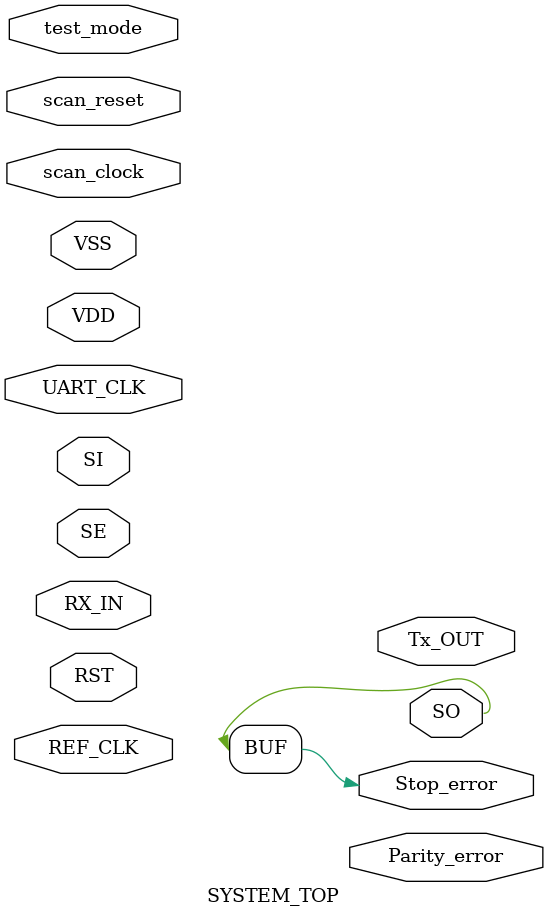
<source format=v>
module DLY1X1M (
	Y, 
	A, 
	VDD, 
	VSS);
   output Y;
   input A;
   inout VDD;
   inout VSS;
endmodule

module CLKBUFX1M (
	Y, 
	A, 
	VDD, 
	VSS);
   output Y;
   input A;
   inout VDD;
   inout VSS;
endmodule

module CLKINVX40M (
	Y, 
	A, 
	VDD, 
	VSS);
   output Y;
   input A;
   inout VDD;
   inout VSS;
endmodule

module INVX4M (
	Y, 
	A, 
	VDD, 
	VSS);
   output Y;
   input A;
   inout VDD;
   inout VSS;
endmodule

module CLKINVX32M (
	Y, 
	A, 
	VDD, 
	VSS);
   output Y;
   input A;
   inout VDD;
   inout VSS;
endmodule

module CLKBUFX40M (
	Y, 
	A, 
	VDD, 
	VSS);
   output Y;
   input A;
   inout VDD;
   inout VSS;
endmodule

module CLKBUFX2M (
	Y, 
	A, 
	VDD, 
	VSS);
   output Y;
   input A;
   inout VDD;
   inout VSS;
endmodule

module BUFX12M (
	Y, 
	A, 
	VDD, 
	VSS);
   output Y;
   input A;
   inout VDD;
   inout VSS;
endmodule

module CLKBUFX4M (
	Y, 
	A, 
	VDD, 
	VSS);
   output Y;
   input A;
   inout VDD;
   inout VSS;
endmodule

module TIEHIM (
	Y, 
	VDD, 
	VSS);
   output Y;
   inout VDD;
   inout VSS;
endmodule

module TIELOM (
	Y, 
	VDD, 
	VSS);
   output Y;
   inout VDD;
   inout VSS;
endmodule

module BUFX4M (
	Y, 
	A, 
	VDD, 
	VSS);
   output Y;
   input A;
   inout VDD;
   inout VSS;
endmodule

module BUFX2M (
	Y, 
	A, 
	VDD, 
	VSS);
   output Y;
   input A;
   inout VDD;
   inout VSS;
endmodule

module CLKBUFX8M (
	Y, 
	A, 
	VDD, 
	VSS);
   output Y;
   input A;
   inout VDD;
   inout VSS;
endmodule

module BUFX5M (
	Y, 
	A, 
	VDD, 
	VSS);
   output Y;
   input A;
   inout VDD;
   inout VSS;
endmodule

module OR2X2M (
	Y, 
	B, 
	A, 
	VDD, 
	VSS);
   output Y;
   input B;
   input A;
   inout VDD;
   inout VSS;
endmodule

module AO2B2X4M (
	Y, 
	B1, 
	B0, 
	A1N, 
	A0, 
	VDD, 
	VSS);
   output Y;
   input B1;
   input B0;
   input A1N;
   input A0;
   inout VDD;
   inout VSS;
endmodule

module AO2B2X2M (
	Y, 
	B1, 
	B0, 
	A1N, 
	A0, 
	VDD, 
	VSS);
   output Y;
   input B1;
   input B0;
   input A1N;
   input A0;
   inout VDD;
   inout VSS;
endmodule

module SDFFRQX2M (
	SI, 
	SE, 
	RN, 
	Q, 
	D, 
	CK, 
	VDD, 
	VSS);
   input SI;
   input SE;
   input RN;
   output Q;
   input D;
   input CK;
   inout VDD;
   inout VSS;
endmodule

module NOR4X1M (
	Y, 
	D, 
	C, 
	B, 
	A, 
	VDD, 
	VSS);
   output Y;
   input D;
   input C;
   input B;
   input A;
   inout VDD;
   inout VSS;
endmodule

module NOR3X2M (
	Y, 
	C, 
	B, 
	A, 
	VDD, 
	VSS);
   output Y;
   input C;
   input B;
   input A;
   inout VDD;
   inout VSS;
endmodule

module NAND4BX1M (
	Y, 
	D, 
	C, 
	B, 
	AN, 
	VDD, 
	VSS);
   output Y;
   input D;
   input C;
   input B;
   input AN;
   inout VDD;
   inout VSS;
endmodule

module NAND3X2M (
	Y, 
	C, 
	B, 
	A, 
	VDD, 
	VSS);
   output Y;
   input C;
   input B;
   input A;
   inout VDD;
   inout VSS;
endmodule

module OAI211X2M (
	Y, 
	C0, 
	B0, 
	A1, 
	A0, 
	VDD, 
	VSS);
   output Y;
   input C0;
   input B0;
   input A1;
   input A0;
   inout VDD;
   inout VSS;
endmodule

module NAND2X2M (
	Y, 
	B, 
	A, 
	VDD, 
	VSS);
   output Y;
   input B;
   input A;
   inout VDD;
   inout VSS;
endmodule

module INVX2M (
	Y, 
	A, 
	VDD, 
	VSS);
   output Y;
   input A;
   inout VDD;
   inout VSS;
endmodule

module SDFFSQX2M (
	SN, 
	SI, 
	SE, 
	Q, 
	D, 
	CK, 
	VDD, 
	VSS);
   input SN;
   input SI;
   input SE;
   output Q;
   input D;
   input CK;
   inout VDD;
   inout VSS;
endmodule

module NOR2BX2M (
	Y, 
	B, 
	AN, 
	VDD, 
	VSS);
   output Y;
   input B;
   input AN;
   inout VDD;
   inout VSS;
endmodule

module MX2X2M (
	Y, 
	S0, 
	B, 
	A, 
	VDD, 
	VSS);
   output Y;
   input S0;
   input B;
   input A;
   inout VDD;
   inout VSS;
endmodule

module AO2B2X1M (
	Y, 
	B1, 
	B0, 
	A1N, 
	A0, 
	VDD, 
	VSS);
   output Y;
   input B1;
   input B0;
   input A1N;
   input A0;
   inout VDD;
   inout VSS;
endmodule

module AND3X1M (
	Y, 
	C, 
	B, 
	A, 
	VDD, 
	VSS);
   output Y;
   input C;
   input B;
   input A;
   inout VDD;
   inout VSS;
endmodule

module CLKXOR2X2M (
	Y, 
	B, 
	A, 
	VDD, 
	VSS);
   output Y;
   input B;
   input A;
   inout VDD;
   inout VSS;
endmodule

module AOI21BX1M (
	Y, 
	B0N, 
	A1, 
	A0, 
	VDD, 
	VSS);
   output Y;
   input B0N;
   input A1;
   input A0;
   inout VDD;
   inout VSS;
endmodule

module OR2X1M (
	Y, 
	B, 
	A, 
	VDD, 
	VSS);
   output Y;
   input B;
   input A;
   inout VDD;
   inout VSS;
endmodule

module XNOR2X1M (
	Y, 
	B, 
	A, 
	VDD, 
	VSS);
   output Y;
   input B;
   input A;
   inout VDD;
   inout VSS;
endmodule

module NAND2BX1M (
	Y, 
	B, 
	AN, 
	VDD, 
	VSS);
   output Y;
   input B;
   input AN;
   inout VDD;
   inout VSS;
endmodule

module NOR4BX1M (
	Y, 
	D, 
	C, 
	B, 
	AN, 
	VDD, 
	VSS);
   output Y;
   input D;
   input C;
   input B;
   input AN;
   inout VDD;
   inout VSS;
endmodule

module CLKNAND2X2M (
	Y, 
	B, 
	A, 
	VDD, 
	VSS);
   output Y;
   input B;
   input A;
   inout VDD;
   inout VSS;
endmodule

module MXI2X1M (
	Y, 
	S0, 
	B, 
	A, 
	VDD, 
	VSS);
   output Y;
   input S0;
   input B;
   input A;
   inout VDD;
   inout VSS;
endmodule

module ADDHX1M (
	S, 
	CO, 
	B, 
	A, 
	VDD, 
	VSS);
   output S;
   output CO;
   input B;
   input A;
   inout VDD;
   inout VSS;
endmodule

module TLATNCAX12M (
	ECK, 
	E, 
	CK, 
	VDD, 
	VSS);
   output ECK;
   input E;
   input CK;
   inout VDD;
   inout VSS;
endmodule

module SDFFQX2M (
	SI, 
	SE, 
	Q, 
	D, 
	CK, 
	VDD, 
	VSS);
   input SI;
   input SE;
   output Q;
   input D;
   input CK;
   inout VDD;
   inout VSS;
endmodule

module SEDFFX2M (
	SI, 
	SE, 
	QN, 
	Q, 
	E, 
	D, 
	CK, 
	VDD, 
	VSS);
   input SI;
   input SE;
   output QN;
   output Q;
   input E;
   input D;
   input CK;
   inout VDD;
   inout VSS;
endmodule

module AO22X1M (
	Y, 
	B1, 
	B0, 
	A1, 
	A0, 
	VDD, 
	VSS);
   output Y;
   input B1;
   input B0;
   input A1;
   input A0;
   inout VDD;
   inout VSS;
endmodule

module NOR2X2M (
	Y, 
	B, 
	A, 
	VDD, 
	VSS);
   output Y;
   input B;
   input A;
   inout VDD;
   inout VSS;
endmodule

module OAI21X2M (
	Y, 
	B0, 
	A1, 
	A0, 
	VDD, 
	VSS);
   output Y;
   input B0;
   input A1;
   input A0;
   inout VDD;
   inout VSS;
endmodule

module OAI31X1M (
	Y, 
	B0, 
	A2, 
	A1, 
	A0, 
	VDD, 
	VSS);
   output Y;
   input B0;
   input A2;
   input A1;
   input A0;
   inout VDD;
   inout VSS;
endmodule

module AOI32X1M (
	Y, 
	B1, 
	B0, 
	A2, 
	A1, 
	A0, 
	VDD, 
	VSS);
   output Y;
   input B1;
   input B0;
   input A2;
   input A1;
   input A0;
   inout VDD;
   inout VSS;
endmodule

module AOI221XLM (
	Y, 
	C0, 
	B1, 
	B0, 
	A1, 
	A0, 
	VDD, 
	VSS);
   output Y;
   input C0;
   input B1;
   input B0;
   input A1;
   input A0;
   inout VDD;
   inout VSS;
endmodule

module OAI32X1M (
	Y, 
	B1, 
	B0, 
	A2, 
	A1, 
	A0, 
	VDD, 
	VSS);
   output Y;
   input B1;
   input B0;
   input A2;
   input A1;
   input A0;
   inout VDD;
   inout VSS;
endmodule

module OAI22X1M (
	Y, 
	B1, 
	B0, 
	A1, 
	A0, 
	VDD, 
	VSS);
   output Y;
   input B1;
   input B0;
   input A1;
   input A0;
   inout VDD;
   inout VSS;
endmodule

module AOI21X2M (
	Y, 
	B0, 
	A1, 
	A0, 
	VDD, 
	VSS);
   output Y;
   input B0;
   input A1;
   input A0;
   inout VDD;
   inout VSS;
endmodule

module AOI31X2M (
	Y, 
	B0, 
	A2, 
	A1, 
	A0, 
	VDD, 
	VSS);
   output Y;
   input B0;
   input A2;
   input A1;
   input A0;
   inout VDD;
   inout VSS;
endmodule

module AOI21BX2M (
	Y, 
	B0N, 
	A1, 
	A0, 
	VDD, 
	VSS);
   output Y;
   input B0N;
   input A1;
   input A0;
   inout VDD;
   inout VSS;
endmodule

module AND2X2M (
	Y, 
	B, 
	A, 
	VDD, 
	VSS);
   output Y;
   input B;
   input A;
   inout VDD;
   inout VSS;
endmodule

module OA21X2M (
	Y, 
	B0, 
	A1, 
	A0, 
	VDD, 
	VSS);
   output Y;
   input B0;
   input A1;
   input A0;
   inout VDD;
   inout VSS;
endmodule

module OAI2BB1X1M (
	Y, 
	B0, 
	A1N, 
	A0N, 
	VDD, 
	VSS);
   output Y;
   input B0;
   input A1N;
   input A0N;
   inout VDD;
   inout VSS;
endmodule

module NOR2X1M (
	Y, 
	B, 
	A, 
	VDD, 
	VSS);
   output Y;
   input B;
   input A;
   inout VDD;
   inout VSS;
endmodule

module AO21XLM (
	Y, 
	B0, 
	A1, 
	A0, 
	VDD, 
	VSS);
   output Y;
   input B0;
   input A1;
   input A0;
   inout VDD;
   inout VSS;
endmodule

module NOR2BX1M (
	Y, 
	B, 
	AN, 
	VDD, 
	VSS);
   output Y;
   input B;
   input AN;
   inout VDD;
   inout VSS;
endmodule

module OAI2B2X1M (
	Y, 
	B1, 
	B0, 
	A1N, 
	A0, 
	VDD, 
	VSS);
   output Y;
   input B1;
   input B0;
   input A1N;
   input A0;
   inout VDD;
   inout VSS;
endmodule

module XNOR2X2M (
	Y, 
	B, 
	A, 
	VDD, 
	VSS);
   output Y;
   input B;
   input A;
   inout VDD;
   inout VSS;
endmodule

module NOR3X1M (
	Y, 
	C, 
	B, 
	A, 
	VDD, 
	VSS);
   output Y;
   input C;
   input B;
   input A;
   inout VDD;
   inout VSS;
endmodule

module OAI21X1M (
	Y, 
	B0, 
	A1, 
	A0, 
	VDD, 
	VSS);
   output Y;
   input B0;
   input A1;
   input A0;
   inout VDD;
   inout VSS;
endmodule

module NAND4BBX1M (
	Y, 
	D, 
	C, 
	BN, 
	AN, 
	VDD, 
	VSS);
   output Y;
   input D;
   input C;
   input BN;
   input AN;
   inout VDD;
   inout VSS;
endmodule

module AOI31X1M (
	Y, 
	B0, 
	A2, 
	A1, 
	A0, 
	VDD, 
	VSS);
   output Y;
   input B0;
   input A2;
   input A1;
   input A0;
   inout VDD;
   inout VSS;
endmodule

module CLKINVX1M (
	Y, 
	A, 
	VDD, 
	VSS);
   output Y;
   input A;
   inout VDD;
   inout VSS;
endmodule

module AND4X1M (
	Y, 
	D, 
	C, 
	B, 
	A, 
	VDD, 
	VSS);
   output Y;
   input D;
   input C;
   input B;
   input A;
   inout VDD;
   inout VSS;
endmodule

module NAND4X1M (
	Y, 
	D, 
	C, 
	B, 
	A, 
	VDD, 
	VSS);
   output Y;
   input D;
   input C;
   input B;
   input A;
   inout VDD;
   inout VSS;
endmodule

module SDFFRQX4M (
	SI, 
	SE, 
	RN, 
	Q, 
	D, 
	CK, 
	VDD, 
	VSS);
   input SI;
   input SE;
   input RN;
   output Q;
   input D;
   input CK;
   inout VDD;
   inout VSS;
endmodule

module OAI2BB2X1M (
	Y, 
	B1, 
	B0, 
	A1N, 
	A0N, 
	VDD, 
	VSS);
   output Y;
   input B1;
   input B0;
   input A1N;
   input A0N;
   inout VDD;
   inout VSS;
endmodule

module NOR3BX2M (
	Y, 
	C, 
	B, 
	AN, 
	VDD, 
	VSS);
   output Y;
   input C;
   input B;
   input AN;
   inout VDD;
   inout VSS;
endmodule

module XOR3XLM (
	Y, 
	C, 
	B, 
	A, 
	VDD, 
	VSS);
   output Y;
   input C;
   input B;
   input A;
   inout VDD;
   inout VSS;
endmodule

module NAND4X2M (
	Y, 
	D, 
	C, 
	B, 
	A, 
	VDD, 
	VSS);
   output Y;
   input D;
   input C;
   input B;
   input A;
   inout VDD;
   inout VSS;
endmodule

module AOI211X2M (
	Y, 
	C0, 
	B0, 
	A1, 
	A0, 
	VDD, 
	VSS);
   output Y;
   input C0;
   input B0;
   input A1;
   input A0;
   inout VDD;
   inout VSS;
endmodule

module MX4X1M (
	Y, 
	S1, 
	S0, 
	D, 
	C, 
	B, 
	A, 
	VDD, 
	VSS);
   output Y;
   input S1;
   input S0;
   input D;
   input C;
   input B;
   input A;
   inout VDD;
   inout VSS;
endmodule

module AOI22X1M (
	Y, 
	B1, 
	B0, 
	A1, 
	A0, 
	VDD, 
	VSS);
   output Y;
   input B1;
   input B0;
   input A1;
   input A0;
   inout VDD;
   inout VSS;
endmodule

module OAI21BX1M (
	Y, 
	B0N, 
	A1, 
	A0, 
	VDD, 
	VSS);
   output Y;
   input B0N;
   input A1;
   input A0;
   inout VDD;
   inout VSS;
endmodule

module AOI2B1X1M (
	Y, 
	B0, 
	A1N, 
	A0, 
	VDD, 
	VSS);
   output Y;
   input B0;
   input A1N;
   input A0;
   inout VDD;
   inout VSS;
endmodule

module NAND3BX2M (
	Y, 
	C, 
	B, 
	AN, 
	VDD, 
	VSS);
   output Y;
   input C;
   input B;
   input AN;
   inout VDD;
   inout VSS;
endmodule

module NAND2BX2M (
	Y, 
	B, 
	AN, 
	VDD, 
	VSS);
   output Y;
   input B;
   input AN;
   inout VDD;
   inout VSS;
endmodule

module NAND3BX4M (
	Y, 
	C, 
	B, 
	AN, 
	VDD, 
	VSS);
   output Y;
   input C;
   input B;
   input AN;
   inout VDD;
   inout VSS;
endmodule

module SDFFRX1M (
	SI, 
	SE, 
	RN, 
	QN, 
	Q, 
	D, 
	CK, 
	VDD, 
	VSS);
   input SI;
   input SE;
   input RN;
   output QN;
   output Q;
   input D;
   input CK;
   inout VDD;
   inout VSS;
endmodule

module OAI22X2M (
	Y, 
	B1, 
	B0, 
	A1, 
	A0, 
	VDD, 
	VSS);
   output Y;
   input B1;
   input B0;
   input A1;
   input A0;
   inout VDD;
   inout VSS;
endmodule

module OAI221X1M (
	Y, 
	C0, 
	B1, 
	B0, 
	A1, 
	A0, 
	VDD, 
	VSS);
   output Y;
   input C0;
   input B1;
   input B0;
   input A1;
   input A0;
   inout VDD;
   inout VSS;
endmodule

module OAI2BB1X2M (
	Y, 
	B0, 
	A1N, 
	A0N, 
	VDD, 
	VSS);
   output Y;
   input B0;
   input A1N;
   input A0N;
   inout VDD;
   inout VSS;
endmodule

module CLKINVX4M (
	Y, 
	A, 
	VDD, 
	VSS);
   output Y;
   input A;
   inout VDD;
   inout VSS;
endmodule

module AND3X2M (
	Y, 
	C, 
	B, 
	A, 
	VDD, 
	VSS);
   output Y;
   input C;
   input B;
   input A;
   inout VDD;
   inout VSS;
endmodule

module AND4X2M (
	Y, 
	D, 
	C, 
	B, 
	A, 
	VDD, 
	VSS);
   output Y;
   input D;
   input C;
   input B;
   input A;
   inout VDD;
   inout VSS;
endmodule

module OAI222X1M (
	Y, 
	C1, 
	C0, 
	B1, 
	B0, 
	A1, 
	A0, 
	VDD, 
	VSS);
   output Y;
   input C1;
   input C0;
   input B1;
   input B0;
   input A1;
   input A0;
   inout VDD;
   inout VSS;
endmodule

module AOI222X1M (
	Y, 
	C1, 
	C0, 
	B1, 
	B0, 
	A1, 
	A0, 
	VDD, 
	VSS);
   output Y;
   input C1;
   input C0;
   input B1;
   input B0;
   input A1;
   input A0;
   inout VDD;
   inout VSS;
endmodule

module AOI2BB2XLM (
	Y, 
	B1, 
	B0, 
	A1N, 
	A0N, 
	VDD, 
	VSS);
   output Y;
   input B1;
   input B0;
   input A1N;
   input A0N;
   inout VDD;
   inout VSS;
endmodule

module AOI21X1M (
	Y, 
	B0, 
	A1, 
	A0, 
	VDD, 
	VSS);
   output Y;
   input B0;
   input A1;
   input A0;
   inout VDD;
   inout VSS;
endmodule

module AOI211X1M (
	Y, 
	C0, 
	B0, 
	A1, 
	A0, 
	VDD, 
	VSS);
   output Y;
   input C0;
   input B0;
   input A1;
   input A0;
   inout VDD;
   inout VSS;
endmodule

module OAI211X1M (
	Y, 
	C0, 
	B0, 
	A1, 
	A0, 
	VDD, 
	VSS);
   output Y;
   input C0;
   input B0;
   input A1;
   input A0;
   inout VDD;
   inout VSS;
endmodule

module OA21X1M (
	Y, 
	B0, 
	A1, 
	A0, 
	VDD, 
	VSS);
   output Y;
   input B0;
   input A1;
   input A0;
   inout VDD;
   inout VSS;
endmodule

module OAI2B11X1M (
	Y, 
	C0, 
	B0, 
	A1N, 
	A0, 
	VDD, 
	VSS);
   output Y;
   input C0;
   input B0;
   input A1N;
   input A0;
   inout VDD;
   inout VSS;
endmodule

module ADDFX2M (
	S, 
	CO, 
	CI, 
	B, 
	A, 
	VDD, 
	VSS);
   output S;
   output CO;
   input CI;
   input B;
   input A;
   inout VDD;
   inout VSS;
endmodule

module CLKMX2X2M (
	Y, 
	S0, 
	B, 
	A, 
	VDD, 
	VSS);
   output Y;
   input S0;
   input B;
   input A;
   inout VDD;
   inout VSS;
endmodule

module AND2X1M (
	Y, 
	B, 
	A, 
	VDD, 
	VSS);
   output Y;
   input B;
   input A;
   inout VDD;
   inout VSS;
endmodule

module AOI2BB1X1M (
	Y, 
	B0, 
	A1N, 
	A0N, 
	VDD, 
	VSS);
   output Y;
   input B0;
   input A1N;
   input A0N;
   inout VDD;
   inout VSS;
endmodule

/////////////////////////////////////////////////////////////
// Created by: Synopsys DC Expert(TM) in wire load mode
// Version   : K-2015.06
// Date      : Sat Aug 17 18:02:08 2024
/////////////////////////////////////////////////////////////
module DFT_MUX_0 (
	in_0, 
	in_1, 
	sel, 
	out, 
	VDD, 
	VSS);
   input in_0;
   input in_1;
   input sel;
   output out;
   inout VDD;
   inout VSS;

   // Module instantiations
   AO2B2X4M U1 (
	.Y(out),
	.B1(in_1),
	.B0(sel),
	.A1N(sel),
	.A0(in_0), 
	.VDD(VDD), 
	.VSS(VSS));
endmodule

module DFT_MUX_6 (
	in_0, 
	in_1, 
	sel, 
	out, 
	VDD, 
	VSS);
   input in_0;
   input in_1;
   input sel;
   output out;
   inout VDD;
   inout VSS;

   // Module instantiations
   AO2B2X4M U1 (
	.Y(out),
	.B1(in_1),
	.B0(sel),
	.A1N(sel),
	.A0(in_0), 
	.VDD(VDD), 
	.VSS(VSS));
endmodule

module DFT_MUX_5 (
	in_0, 
	in_1, 
	sel, 
	out, 
	VDD, 
	VSS);
   input in_0;
   input in_1;
   input sel;
   output out;
   inout VDD;
   inout VSS;

   // Module instantiations
   AO2B2X4M U1 (
	.Y(out),
	.B1(in_1),
	.B0(sel),
	.A1N(sel),
	.A0(in_0), 
	.VDD(VDD), 
	.VSS(VSS));
endmodule

module DFT_MUX_4 (
	in_0, 
	in_1, 
	sel, 
	out, 
	VDD, 
	VSS);
   input in_0;
   input in_1;
   input sel;
   output out;
   inout VDD;
   inout VSS;

   // Module instantiations
   AO2B2X4M U1 (
	.Y(out),
	.B1(in_1),
	.B0(sel),
	.A1N(sel),
	.A0(in_0), 
	.VDD(VDD), 
	.VSS(VSS));
endmodule

module DFT_MUX_3 (
	in_0, 
	in_1, 
	sel, 
	out, 
	VDD, 
	VSS);
   input in_0;
   input in_1;
   input sel;
   output out;
   inout VDD;
   inout VSS;

   // Module instantiations
   AO2B2X2M U1 (
	.Y(out),
	.B1(in_1),
	.B0(sel),
	.A1N(sel),
	.A0(in_0), 
	.VDD(VDD), 
	.VSS(VSS));
endmodule

module DFT_MUX_2 (
	in_0, 
	in_1, 
	sel, 
	out, 
	VDD, 
	VSS);
   input in_0;
   input in_1;
   input sel;
   output out;
   inout VDD;
   inout VSS;

   // Module instantiations
   AO2B2X4M U1 (
	.Y(out),
	.B1(in_1),
	.B0(sel),
	.A1N(sel),
	.A0(in_0), 
	.VDD(VDD), 
	.VSS(VSS));
endmodule

module DFT_MUX_1 (
	in_0, 
	in_1, 
	sel, 
	out, 
	VDD, 
	VSS);
   input in_0;
   input in_1;
   input sel;
   output out;
   inout VDD;
   inout VSS;

   // Module instantiations
   AO2B2X2M U1 (
	.Y(out),
	.B1(in_1),
	.B0(sel),
	.A1N(sel),
	.A0(in_0), 
	.VDD(VDD), 
	.VSS(VSS));
endmodule

module RESET_SYNC_NUM_STAGES2_test_0 (
	CLK, 
	RST, 
	RST_SYNC, 
	test_si, 
	test_so, 
	test_se, 
	VDD, 
	VSS);
   input CLK;
   input RST;
   output RST_SYNC;
   input test_si;
   output test_so;
   input test_se;
   inout VDD;
   inout VSS;

   // Internal wires
   wire HTIE_LTIEHI_NET;
   wire [1:0] SYNC_BUS;

   assign test_so = SYNC_BUS[1] ;

   // Module instantiations
   TIEHIM HTIE_LTIEHI (
	.Y(HTIE_LTIEHI_NET), 
	.VDD(VDD), 
	.VSS(VSS));
   SDFFRQX2M RST_SYNC_reg (
	.SI(test_si),
	.SE(test_se),
	.RN(RST),
	.Q(RST_SYNC),
	.D(SYNC_BUS[1]),
	.CK(CLK), 
	.VDD(VDD), 
	.VSS(VSS));
   SDFFRQX2M \SYNC_BUS_reg[0]  (
	.SI(RST_SYNC),
	.SE(test_se),
	.RN(RST),
	.Q(SYNC_BUS[0]),
	.D(HTIE_LTIEHI_NET),
	.CK(CLK), 
	.VDD(VDD), 
	.VSS(VSS));
   SDFFRQX2M \SYNC_BUS_reg[1]  (
	.SI(SYNC_BUS[0]),
	.SE(test_se),
	.RN(RST),
	.Q(SYNC_BUS[1]),
	.D(SYNC_BUS[0]),
	.CK(CLK), 
	.VDD(VDD), 
	.VSS(VSS));
endmodule

module RESET_SYNC_NUM_STAGES2_test_1 (
	CLK, 
	RST, 
	RST_SYNC, 
	test_si, 
	test_so, 
	test_se, 
	VDD, 
	VSS);
   input CLK;
   input RST;
   output RST_SYNC;
   input test_si;
   output test_so;
   input test_se;
   inout VDD;
   inout VSS;

   // Internal wires
   wire HTIE_LTIEHI_NET;
   wire [1:0] SYNC_BUS;

   assign test_so = SYNC_BUS[1] ;

   // Module instantiations
   TIEHIM HTIE_LTIEHI (
	.Y(HTIE_LTIEHI_NET), 
	.VDD(VDD), 
	.VSS(VSS));
   SDFFRQX2M RST_SYNC_reg (
	.SI(test_si),
	.SE(test_se),
	.RN(RST),
	.Q(RST_SYNC),
	.D(SYNC_BUS[1]),
	.CK(CLK), 
	.VDD(VDD), 
	.VSS(VSS));
   SDFFRQX2M \SYNC_BUS_reg[0]  (
	.SI(RST_SYNC),
	.SE(test_se),
	.RN(RST),
	.Q(SYNC_BUS[0]),
	.D(HTIE_LTIEHI_NET),
	.CK(CLK), 
	.VDD(VDD), 
	.VSS(VSS));
   SDFFRQX2M \SYNC_BUS_reg[1]  (
	.SI(SYNC_BUS[0]),
	.SE(test_se),
	.RN(RST),
	.Q(SYNC_BUS[1]),
	.D(SYNC_BUS[0]),
	.CK(CLK), 
	.VDD(VDD), 
	.VSS(VSS));
endmodule

module PRESCALE_BLOCK (
	PRESCALE, 
	DIV_RATIO, 
	VDD, 
	VSS);
   input [5:0] PRESCALE;
   output [7:0] DIV_RATIO;
   inout VDD;
   inout VSS;

   // Internal wires
   wire n5;
   wire n6;
   wire n7;
   wire n8;
   wire n9;
   wire n1;
   wire n2;
   wire n3;
   wire n4;

   assign DIV_RATIO[4] = 1'b0 ;
   assign DIV_RATIO[5] = 1'b0 ;
   assign DIV_RATIO[6] = 1'b0 ;
   assign DIV_RATIO[7] = 1'b0 ;

   // Module instantiations
   NOR4X1M U3 (
	.Y(DIV_RATIO[3]),
	.D(PRESCALE[4]),
	.C(PRESCALE[5]),
	.B(PRESCALE[3]),
	.A(n5), 
	.VDD(VDD), 
	.VSS(VSS));
   NOR3X2M U4 (
	.Y(DIV_RATIO[2]),
	.C(PRESCALE[0]),
	.B(PRESCALE[1]),
	.A(n6), 
	.VDD(VDD), 
	.VSS(VSS));
   NAND4BX1M U5 (
	.Y(n6),
	.D(n1),
	.C(n2),
	.B(PRESCALE[3]),
	.AN(PRESCALE[4]), 
	.VDD(VDD), 
	.VSS(VSS));
   NAND4BX1M U6 (
	.Y(n7),
	.D(n1),
	.C(n2),
	.B(PRESCALE[4]),
	.AN(PRESCALE[3]), 
	.VDD(VDD), 
	.VSS(VSS));
   NOR3X2M U7 (
	.Y(DIV_RATIO[1]),
	.C(PRESCALE[0]),
	.B(PRESCALE[1]),
	.A(n7), 
	.VDD(VDD), 
	.VSS(VSS));
   NAND3X2M U8 (
	.Y(n5),
	.C(PRESCALE[2]),
	.B(n3),
	.A(n4), 
	.VDD(VDD), 
	.VSS(VSS));
   OAI211X2M U9 (
	.Y(DIV_RATIO[0]),
	.C0(n3),
	.B0(n4),
	.A1(n9),
	.A0(n8), 
	.VDD(VDD), 
	.VSS(VSS));
   NAND2X2M U10 (
	.Y(n9),
	.B(n6),
	.A(n7), 
	.VDD(VDD), 
	.VSS(VSS));
   NOR4X1M U11 (
	.Y(n8),
	.D(n2),
	.C(PRESCALE[3]),
	.B(PRESCALE[4]),
	.A(PRESCALE[5]), 
	.VDD(VDD), 
	.VSS(VSS));
   INVX2M U12 (
	.Y(n3),
	.A(PRESCALE[1]), 
	.VDD(VDD), 
	.VSS(VSS));
   INVX2M U13 (
	.Y(n2),
	.A(PRESCALE[2]), 
	.VDD(VDD), 
	.VSS(VSS));
   INVX2M U14 (
	.Y(n4),
	.A(PRESCALE[0]), 
	.VDD(VDD), 
	.VSS(VSS));
   INVX2M U15 (
	.Y(n1),
	.A(PRESCALE[5]), 
	.VDD(VDD), 
	.VSS(VSS));
endmodule

module CLK_DIV_test_1 (
	RST_EN, 
	I_REF_CLK, 
	CLK_EN, 
	DIV_RATIO, 
	O_DIV_CLK, 
	test_si, 
	test_so, 
	test_se, 
	FE_OFN0_scanrst1, 
	n12__Exclude_0_NET, 
	scanclkuart__L4_N0, 
	scanclkuart__L6_N0, 
	VDD, 
	VSS);
   input RST_EN;
   input I_REF_CLK;
   input CLK_EN;
   input [7:0] DIV_RATIO;
   output O_DIV_CLK;
   input test_si;
   output test_so;
   input test_se;
   input FE_OFN0_scanrst1;
   input n12__Exclude_0_NET;
   input scanclkuart__L4_N0;
   input scanclkuart__L6_N0;
   inout VDD;
   inout VSS;

   // Internal wires
   wire HTIE_LTIEHI_NET;
   wire out_clk;
   wire flag;
   wire N13;
   wire N14;
   wire N15;
   wire N16;
   wire N17;
   wire N18;
   wire N19;
   wire N20;
   wire N25;
   wire N26;
   wire N27;
   wire N28;
   wire N29;
   wire N30;
   wire N31;
   wire N32;
   wire n29;
   wire n30;
   wire n31;
   wire n32;
   wire n33;
   wire n34;
   wire n35;
   wire n36;
   wire n37;
   wire n38;
   wire n1;
   wire n3;
   wire n4;
   wire n5;
   wire n6;
   wire n7;
   wire n18;
   wire n19;
   wire n20;
   wire n21;
   wire n22;
   wire n23;
   wire n24;
   wire n25;
   wire n26;
   wire n27;
   wire n28;
   wire n39;
   wire n40;
   wire n41;
   wire n42;
   wire n43;
   wire n44;
   wire n45;
   wire n46;
   wire n47;
   wire n48;
   wire n49;
   wire n50;
   wire n51;
   wire [7:0] counter;

//   assign test_so = out_clk ;

   // Module instantiations
   TIEHIM HTIE_LTIEHI (
	.Y(HTIE_LTIEHI_NET), 
	.VDD(VDD), 
	.VSS(VSS));
   SDFFSQX2M flag_reg (
	.SN(RST_EN),
	.SI(counter[7]),
	.SE(test_se),
	.Q(flag),
	.D(n29),
	.CK(scanclkuart__L6_N0), 
	.VDD(VDD), 
	.VSS(VSS));
   SDFFRQX2M out_clk_reg (
	.SI(flag),
	.SE(test_se),
	.RN(RST_EN),
	.Q(test_so),
	.D(n30),
	.CK(I_REF_CLK), 
	.VDD(VDD), 
	.VSS(VSS));
   SDFFRQX2M \counter_reg[7]  (
	.SI(counter[6]),
	.SE(test_se),
	.RN(FE_OFN0_scanrst1),
	.Q(counter[7]),
	.D(n31),
	.CK(scanclkuart__L6_N0), 
	.VDD(VDD), 
	.VSS(VSS));
   SDFFRQX2M \counter_reg[0]  (
	.SI(test_si),
	.SE(test_se),
	.RN(FE_OFN0_scanrst1),
	.Q(counter[0]),
	.D(n38),
	.CK(scanclkuart__L6_N0), 
	.VDD(VDD), 
	.VSS(VSS));
   SDFFRQX2M \counter_reg[6]  (
	.SI(counter[5]),
	.SE(test_se),
	.RN(FE_OFN0_scanrst1),
	.Q(counter[6]),
	.D(n32),
	.CK(scanclkuart__L6_N0), 
	.VDD(VDD), 
	.VSS(VSS));
   SDFFRQX2M \counter_reg[5]  (
	.SI(counter[4]),
	.SE(test_se),
	.RN(FE_OFN0_scanrst1),
	.Q(counter[5]),
	.D(n33),
	.CK(scanclkuart__L6_N0), 
	.VDD(VDD), 
	.VSS(VSS));
   SDFFRQX2M \counter_reg[4]  (
	.SI(counter[3]),
	.SE(test_se),
	.RN(FE_OFN0_scanrst1),
	.Q(counter[4]),
	.D(n34),
	.CK(scanclkuart__L6_N0), 
	.VDD(VDD), 
	.VSS(VSS));
   SDFFRQX2M \counter_reg[3]  (
	.SI(counter[2]),
	.SE(test_se),
	.RN(FE_OFN0_scanrst1),
	.Q(counter[3]),
	.D(n35),
	.CK(scanclkuart__L6_N0), 
	.VDD(VDD), 
	.VSS(VSS));
   SDFFRQX2M \counter_reg[2]  (
	.SI(counter[1]),
	.SE(test_se),
	.RN(RST_EN),
	.Q(counter[2]),
	.D(n36),
	.CK(scanclkuart__L6_N0), 
	.VDD(VDD), 
	.VSS(VSS));
   SDFFRQX2M \counter_reg[1]  (
	.SI(counter[0]),
	.SE(test_se),
	.RN(RST_EN),
	.Q(counter[1]),
	.D(n37),
	.CK(scanclkuart__L6_N0), 
	.VDD(VDD), 
	.VSS(VSS));
   NOR2BX2M U5 (
	.Y(n51),
	.B(n18),
	.AN(HTIE_LTIEHI_NET), 
	.VDD(VDD), 
	.VSS(VSS));
   MX2X2M U7 (
	.Y(O_DIV_CLK),
	.S0(n51),
	.B(test_so),
	.A(scanclkuart__L4_N0), 
	.VDD(VDD), 
	.VSS(VSS));
   AO2B2X1M U12 (
	.Y(n38),
	.B1(n1),
	.B0(N25),
	.A1N(n51),
	.A0(counter[0]), 
	.VDD(VDD), 
	.VSS(VSS));
   AO2B2X1M U17 (
	.Y(n37),
	.B1(n1),
	.B0(N26),
	.A1N(n51),
	.A0(counter[1]), 
	.VDD(VDD), 
	.VSS(VSS));
   AO2B2X1M U18 (
	.Y(n36),
	.B1(n1),
	.B0(N27),
	.A1N(n51),
	.A0(counter[2]), 
	.VDD(VDD), 
	.VSS(VSS));
   AO2B2X1M U19 (
	.Y(n35),
	.B1(n1),
	.B0(N28),
	.A1N(n51),
	.A0(counter[3]), 
	.VDD(VDD), 
	.VSS(VSS));
   AO2B2X1M U20 (
	.Y(n34),
	.B1(n1),
	.B0(N29),
	.A1N(n51),
	.A0(counter[4]), 
	.VDD(VDD), 
	.VSS(VSS));
   AO2B2X1M U21 (
	.Y(n33),
	.B1(n1),
	.B0(N30),
	.A1N(n51),
	.A0(counter[5]), 
	.VDD(VDD), 
	.VSS(VSS));
   AO2B2X1M U22 (
	.Y(n32),
	.B1(n1),
	.B0(N31),
	.A1N(n51),
	.A0(counter[6]), 
	.VDD(VDD), 
	.VSS(VSS));
   AO2B2X1M U23 (
	.Y(n31),
	.B1(n1),
	.B0(N32),
	.A1N(n51),
	.A0(counter[7]), 
	.VDD(VDD), 
	.VSS(VSS));
   AND3X1M U24 (
	.Y(n1),
	.C(n51),
	.B(n4),
	.A(n3), 
	.VDD(VDD), 
	.VSS(VSS));
   CLKXOR2X2M U25 (
	.Y(n30),
	.B(n5),
	.A(n12__Exclude_0_NET), 
	.VDD(VDD), 
	.VSS(VSS));
   AOI21BX1M U26 (
	.Y(n5),
	.B0N(n51),
	.A1(n3),
	.A0(n4), 
	.VDD(VDD), 
	.VSS(VSS));
   OR2X1M U27 (
	.Y(n3),
	.B(DIV_RATIO[0]),
	.A(n6), 
	.VDD(VDD), 
	.VSS(VSS));
   XNOR2X1M U28 (
	.Y(n29),
	.B(n7),
	.A(flag), 
	.VDD(VDD), 
	.VSS(VSS));
   NAND2BX1M U29 (
	.Y(n7),
	.B(n51),
	.AN(n4), 
	.VDD(VDD), 
	.VSS(VSS));
   NOR4BX1M U30 (
	.Y(n18),
	.D(DIV_RATIO[1]),
	.C(DIV_RATIO[3]),
	.B(DIV_RATIO[2]),
	.AN(n19), 
	.VDD(VDD), 
	.VSS(VSS));
   NOR4X1M U31 (
	.Y(n19),
	.D(DIV_RATIO[4]),
	.C(DIV_RATIO[5]),
	.B(DIV_RATIO[6]),
	.A(DIV_RATIO[7]), 
	.VDD(VDD), 
	.VSS(VSS));
   CLKNAND2X2M U32 (
	.Y(n4),
	.B(DIV_RATIO[0]),
	.A(n20), 
	.VDD(VDD), 
	.VSS(VSS));
   MXI2X1M U33 (
	.Y(n20),
	.S0(flag),
	.B(n6),
	.A(n21), 
	.VDD(VDD), 
	.VSS(VSS));
   CLKNAND2X2M U34 (
	.Y(n6),
	.B(n23),
	.A(n22), 
	.VDD(VDD), 
	.VSS(VSS));
   NOR4X1M U35 (
	.Y(n23),
	.D(n26),
	.C(n25),
	.B(n24),
	.A(counter[7]), 
	.VDD(VDD), 
	.VSS(VSS));
   CLKXOR2X2M U36 (
	.Y(n26),
	.B(DIV_RATIO[3]),
	.A(counter[2]), 
	.VDD(VDD), 
	.VSS(VSS));
   CLKXOR2X2M U37 (
	.Y(n25),
	.B(DIV_RATIO[2]),
	.A(counter[1]), 
	.VDD(VDD), 
	.VSS(VSS));
   CLKXOR2X2M U38 (
	.Y(n24),
	.B(DIV_RATIO[1]),
	.A(counter[0]), 
	.VDD(VDD), 
	.VSS(VSS));
   NOR4X1M U39 (
	.Y(n22),
	.D(n40),
	.C(n39),
	.B(n28),
	.A(n27), 
	.VDD(VDD), 
	.VSS(VSS));
   CLKXOR2X2M U40 (
	.Y(n40),
	.B(DIV_RATIO[7]),
	.A(counter[6]), 
	.VDD(VDD), 
	.VSS(VSS));
   CLKXOR2X2M U41 (
	.Y(n39),
	.B(DIV_RATIO[6]),
	.A(counter[5]), 
	.VDD(VDD), 
	.VSS(VSS));
   CLKXOR2X2M U42 (
	.Y(n28),
	.B(DIV_RATIO[5]),
	.A(counter[4]), 
	.VDD(VDD), 
	.VSS(VSS));
   CLKXOR2X2M U43 (
	.Y(n27),
	.B(DIV_RATIO[4]),
	.A(counter[3]), 
	.VDD(VDD), 
	.VSS(VSS));
   CLKNAND2X2M U44 (
	.Y(n21),
	.B(n42),
	.A(n41), 
	.VDD(VDD), 
	.VSS(VSS));
   NOR4X1M U45 (
	.Y(n42),
	.D(n46),
	.C(n45),
	.B(n44),
	.A(n43), 
	.VDD(VDD), 
	.VSS(VSS));
   CLKXOR2X2M U46 (
	.Y(n46),
	.B(N16),
	.A(counter[3]), 
	.VDD(VDD), 
	.VSS(VSS));
   CLKXOR2X2M U47 (
	.Y(n45),
	.B(N15),
	.A(counter[2]), 
	.VDD(VDD), 
	.VSS(VSS));
   CLKXOR2X2M U48 (
	.Y(n44),
	.B(N14),
	.A(counter[1]), 
	.VDD(VDD), 
	.VSS(VSS));
   CLKXOR2X2M U49 (
	.Y(n43),
	.B(N13),
	.A(counter[0]), 
	.VDD(VDD), 
	.VSS(VSS));
   NOR4X1M U50 (
	.Y(n41),
	.D(n50),
	.C(n49),
	.B(n48),
	.A(n47), 
	.VDD(VDD), 
	.VSS(VSS));
   CLKXOR2X2M U51 (
	.Y(n50),
	.B(N20),
	.A(counter[7]), 
	.VDD(VDD), 
	.VSS(VSS));
   CLKXOR2X2M U52 (
	.Y(n49),
	.B(N19),
	.A(counter[6]), 
	.VDD(VDD), 
	.VSS(VSS));
   CLKXOR2X2M U53 (
	.Y(n48),
	.B(N18),
	.A(counter[5]), 
	.VDD(VDD), 
	.VSS(VSS));
   CLKXOR2X2M U54 (
	.Y(n47),
	.B(N17),
	.A(counter[4]), 
	.VDD(VDD), 
	.VSS(VSS));
   CLK_DIV_0_DW01_inc_0 add_43 (
	.A({ counter[7],
		counter[6],
		counter[5],
		counter[4],
		counter[3],
		counter[2],
		counter[1],
		counter[0] }),
	.SUM({ N32,
		N31,
		N30,
		N29,
		N28,
		N27,
		N26,
		N25 }), 
	.VDD(VDD), 
	.VSS(VSS));
   CLK_DIV_0_DW01_inc_1 add_36 (
	.A({ 1'b0,
		DIV_RATIO[7],
		DIV_RATIO[6],
		DIV_RATIO[5],
		DIV_RATIO[4],
		DIV_RATIO[3],
		DIV_RATIO[2],
		DIV_RATIO[1] }),
	.SUM({ N20,
		N19,
		N18,
		N17,
		N16,
		N15,
		N14,
		N13 }), 
	.VDD(VDD), 
	.VSS(VSS));
endmodule

module CLK_DIV_0_DW01_inc_0 (
	A, 
	SUM, 
	VDD, 
	VSS);
   input [7:0] A;
   output [7:0] SUM;
   inout VDD;
   inout VSS;

   // Internal wires
   wire [7:2] carry;

   // Module instantiations
   ADDHX1M U1_1_6 (
	.S(SUM[6]),
	.CO(carry[7]),
	.B(carry[6]),
	.A(A[6]), 
	.VDD(VDD), 
	.VSS(VSS));
   ADDHX1M U1_1_5 (
	.S(SUM[5]),
	.CO(carry[6]),
	.B(carry[5]),
	.A(A[5]), 
	.VDD(VDD), 
	.VSS(VSS));
   ADDHX1M U1_1_4 (
	.S(SUM[4]),
	.CO(carry[5]),
	.B(carry[4]),
	.A(A[4]), 
	.VDD(VDD), 
	.VSS(VSS));
   ADDHX1M U1_1_3 (
	.S(SUM[3]),
	.CO(carry[4]),
	.B(carry[3]),
	.A(A[3]), 
	.VDD(VDD), 
	.VSS(VSS));
   ADDHX1M U1_1_2 (
	.S(SUM[2]),
	.CO(carry[3]),
	.B(carry[2]),
	.A(A[2]), 
	.VDD(VDD), 
	.VSS(VSS));
   ADDHX1M U1_1_1 (
	.S(SUM[1]),
	.CO(carry[2]),
	.B(A[0]),
	.A(A[1]), 
	.VDD(VDD), 
	.VSS(VSS));
   INVX2M U1 (
	.Y(SUM[0]),
	.A(A[0]), 
	.VDD(VDD), 
	.VSS(VSS));
   CLKXOR2X2M U2 (
	.Y(SUM[7]),
	.B(A[7]),
	.A(carry[7]), 
	.VDD(VDD), 
	.VSS(VSS));
endmodule

module CLK_DIV_0_DW01_inc_1 (
	A, 
	SUM, 
	VDD, 
	VSS);
   input [7:0] A;
   output [7:0] SUM;
   inout VDD;
   inout VSS;

   // Internal wires
   wire [7:2] carry;

   // Module instantiations
   ADDHX1M U1_1_6 (
	.S(SUM[6]),
	.CO(SUM[7]),
	.B(carry[6]),
	.A(A[6]), 
	.VDD(VDD), 
	.VSS(VSS));
   ADDHX1M U1_1_4 (
	.S(SUM[4]),
	.CO(carry[5]),
	.B(carry[4]),
	.A(A[4]), 
	.VDD(VDD), 
	.VSS(VSS));
   ADDHX1M U1_1_3 (
	.S(SUM[3]),
	.CO(carry[4]),
	.B(carry[3]),
	.A(A[3]), 
	.VDD(VDD), 
	.VSS(VSS));
   ADDHX1M U1_1_5 (
	.S(SUM[5]),
	.CO(carry[6]),
	.B(carry[5]),
	.A(A[5]), 
	.VDD(VDD), 
	.VSS(VSS));
   ADDHX1M U1_1_2 (
	.S(SUM[2]),
	.CO(carry[3]),
	.B(carry[2]),
	.A(A[2]), 
	.VDD(VDD), 
	.VSS(VSS));
   ADDHX1M U1_1_1 (
	.S(SUM[1]),
	.CO(carry[2]),
	.B(A[0]),
	.A(A[1]), 
	.VDD(VDD), 
	.VSS(VSS));
   INVX2M U1 (
	.Y(SUM[0]),
	.A(A[0]), 
	.VDD(VDD), 
	.VSS(VSS));
endmodule

module CLK_DIV_test_0 (
	RST_EN, 
	I_REF_CLK, 
	CLK_EN, 
	DIV_RATIO, 
	O_DIV_CLK, 
	test_si, 
	test_so, 
	test_se, 
	n13__Exclude_0_NET, 
	scanclkuart__L4_N0, 
	scanclkuart__L6_N0, 
	VDD, 
	VSS);
   input RST_EN;
   input I_REF_CLK;
   input CLK_EN;
   input [7:0] DIV_RATIO;
   output O_DIV_CLK;
   input test_si;
   output test_so;
   input test_se;
   input n13__Exclude_0_NET;
   input scanclkuart__L4_N0;
   input scanclkuart__L6_N0;
   inout VDD;
   inout VSS;

   // Internal wires
   wire HTIE_LTIEHI_NET;
   wire LTIE_LTIELO_NET;
   wire out_clk;
   wire flag;
   wire N13;
   wire N14;
   wire N15;
   wire N16;
   wire N17;
   wire N18;
   wire N19;
   wire N20;
   wire N25;
   wire N26;
   wire N27;
   wire N28;
   wire N29;
   wire N30;
   wire N31;
   wire N32;
   wire n1;
   wire n3;
   wire n4;
   wire n5;
   wire n6;
   wire n7;
   wire n18;
   wire n19;
   wire n20;
   wire n21;
   wire n22;
   wire n23;
   wire n24;
   wire n25;
   wire n26;
   wire n27;
   wire n28;
   wire n39;
   wire n40;
   wire n41;
   wire n42;
   wire n43;
   wire n44;
   wire n45;
   wire n46;
   wire n47;
   wire n48;
   wire n49;
   wire n50;
   wire n51;
   wire n52;
   wire n53;
   wire n54;
   wire n55;
   wire n56;
   wire n57;
   wire n58;
   wire n59;
   wire n60;
   wire n61;
   wire [7:0] counter;

//   assign test_so = out_clk ;

   // Module instantiations
   TIEHIM HTIE_LTIEHI (
	.Y(HTIE_LTIEHI_NET), 
	.VDD(VDD), 
	.VSS(VSS));
   TIELOM LTIE_LTIELO (
	.Y(LTIE_LTIELO_NET), 
	.VDD(VDD), 
	.VSS(VSS));
   SDFFSQX2M flag_reg (
	.SN(RST_EN),
	.SI(counter[7]),
	.SE(test_se),
	.Q(flag),
	.D(n61),
	.CK(scanclkuart__L6_N0), 
	.VDD(VDD), 
	.VSS(VSS));
   SDFFRQX2M out_clk_reg (
	.SI(flag),
	.SE(test_se),
	.RN(RST_EN),
	.Q(test_so),
	.D(n60),
	.CK(I_REF_CLK), 
	.VDD(VDD), 
	.VSS(VSS));
   SDFFRQX2M \counter_reg[7]  (
	.SI(counter[6]),
	.SE(test_se),
	.RN(RST_EN),
	.Q(counter[7]),
	.D(n59),
	.CK(scanclkuart__L6_N0), 
	.VDD(VDD), 
	.VSS(VSS));
   SDFFRQX2M \counter_reg[0]  (
	.SI(test_si),
	.SE(test_se),
	.RN(RST_EN),
	.Q(counter[0]),
	.D(n52),
	.CK(scanclkuart__L6_N0), 
	.VDD(VDD), 
	.VSS(VSS));
   SDFFRQX2M \counter_reg[6]  (
	.SI(counter[5]),
	.SE(test_se),
	.RN(RST_EN),
	.Q(counter[6]),
	.D(n58),
	.CK(scanclkuart__L6_N0), 
	.VDD(VDD), 
	.VSS(VSS));
   SDFFRQX2M \counter_reg[5]  (
	.SI(counter[4]),
	.SE(test_se),
	.RN(RST_EN),
	.Q(counter[5]),
	.D(n57),
	.CK(scanclkuart__L6_N0), 
	.VDD(VDD), 
	.VSS(VSS));
   SDFFRQX2M \counter_reg[4]  (
	.SI(counter[3]),
	.SE(test_se),
	.RN(RST_EN),
	.Q(counter[4]),
	.D(n56),
	.CK(scanclkuart__L6_N0), 
	.VDD(VDD), 
	.VSS(VSS));
   SDFFRQX2M \counter_reg[3]  (
	.SI(counter[2]),
	.SE(test_se),
	.RN(RST_EN),
	.Q(counter[3]),
	.D(n55),
	.CK(scanclkuart__L6_N0), 
	.VDD(VDD), 
	.VSS(VSS));
   SDFFRQX2M \counter_reg[2]  (
	.SI(counter[1]),
	.SE(test_se),
	.RN(RST_EN),
	.Q(counter[2]),
	.D(n54),
	.CK(scanclkuart__L6_N0), 
	.VDD(VDD), 
	.VSS(VSS));
   SDFFRQX2M \counter_reg[1]  (
	.SI(counter[0]),
	.SE(test_se),
	.RN(RST_EN),
	.Q(counter[1]),
	.D(n53),
	.CK(scanclkuart__L6_N0), 
	.VDD(VDD), 
	.VSS(VSS));
   NOR2BX2M U5 (
	.Y(n51),
	.B(n18),
	.AN(HTIE_LTIEHI_NET), 
	.VDD(VDD), 
	.VSS(VSS));
   MX2X2M U7 (
	.Y(O_DIV_CLK),
	.S0(n51),
	.B(test_so),
	.A(scanclkuart__L4_N0), 
	.VDD(VDD), 
	.VSS(VSS));
   AO2B2X1M U12 (
	.Y(n52),
	.B1(n1),
	.B0(N25),
	.A1N(n51),
	.A0(counter[0]), 
	.VDD(VDD), 
	.VSS(VSS));
   AO2B2X1M U17 (
	.Y(n53),
	.B1(n1),
	.B0(N26),
	.A1N(n51),
	.A0(counter[1]), 
	.VDD(VDD), 
	.VSS(VSS));
   AO2B2X1M U18 (
	.Y(n54),
	.B1(n1),
	.B0(N27),
	.A1N(n51),
	.A0(counter[2]), 
	.VDD(VDD), 
	.VSS(VSS));
   AO2B2X1M U19 (
	.Y(n55),
	.B1(n1),
	.B0(N28),
	.A1N(n51),
	.A0(counter[3]), 
	.VDD(VDD), 
	.VSS(VSS));
   AO2B2X1M U20 (
	.Y(n56),
	.B1(n1),
	.B0(N29),
	.A1N(n51),
	.A0(counter[4]), 
	.VDD(VDD), 
	.VSS(VSS));
   AO2B2X1M U21 (
	.Y(n57),
	.B1(n1),
	.B0(N30),
	.A1N(n51),
	.A0(counter[5]), 
	.VDD(VDD), 
	.VSS(VSS));
   AO2B2X1M U22 (
	.Y(n58),
	.B1(n1),
	.B0(N31),
	.A1N(n51),
	.A0(counter[6]), 
	.VDD(VDD), 
	.VSS(VSS));
   AO2B2X1M U23 (
	.Y(n59),
	.B1(n1),
	.B0(N32),
	.A1N(n51),
	.A0(counter[7]), 
	.VDD(VDD), 
	.VSS(VSS));
   AND3X1M U24 (
	.Y(n1),
	.C(n51),
	.B(n4),
	.A(n3), 
	.VDD(VDD), 
	.VSS(VSS));
   CLKXOR2X2M U25 (
	.Y(n60),
	.B(n5),
	.A(n13__Exclude_0_NET), 
	.VDD(VDD), 
	.VSS(VSS));
   AOI21BX1M U26 (
	.Y(n5),
	.B0N(n51),
	.A1(n3),
	.A0(n4), 
	.VDD(VDD), 
	.VSS(VSS));
   OR2X1M U27 (
	.Y(n3),
	.B(DIV_RATIO[0]),
	.A(n6), 
	.VDD(VDD), 
	.VSS(VSS));
   XNOR2X1M U28 (
	.Y(n61),
	.B(n7),
	.A(flag), 
	.VDD(VDD), 
	.VSS(VSS));
   NAND2BX1M U29 (
	.Y(n7),
	.B(n51),
	.AN(n4), 
	.VDD(VDD), 
	.VSS(VSS));
   NOR4BX1M U30 (
	.Y(n18),
	.D(DIV_RATIO[1]),
	.C(DIV_RATIO[3]),
	.B(DIV_RATIO[2]),
	.AN(n19), 
	.VDD(VDD), 
	.VSS(VSS));
   NOR4X1M U31 (
	.Y(n19),
	.D(LTIE_LTIELO_NET),
	.C(LTIE_LTIELO_NET),
	.B(LTIE_LTIELO_NET),
	.A(LTIE_LTIELO_NET), 
	.VDD(VDD), 
	.VSS(VSS));
   CLKNAND2X2M U32 (
	.Y(n4),
	.B(DIV_RATIO[0]),
	.A(n20), 
	.VDD(VDD), 
	.VSS(VSS));
   MXI2X1M U33 (
	.Y(n20),
	.S0(flag),
	.B(n6),
	.A(n21), 
	.VDD(VDD), 
	.VSS(VSS));
   CLKNAND2X2M U34 (
	.Y(n6),
	.B(n23),
	.A(n22), 
	.VDD(VDD), 
	.VSS(VSS));
   NOR4X1M U35 (
	.Y(n23),
	.D(n26),
	.C(n25),
	.B(n24),
	.A(counter[7]), 
	.VDD(VDD), 
	.VSS(VSS));
   CLKXOR2X2M U36 (
	.Y(n26),
	.B(DIV_RATIO[3]),
	.A(counter[2]), 
	.VDD(VDD), 
	.VSS(VSS));
   CLKXOR2X2M U37 (
	.Y(n25),
	.B(DIV_RATIO[2]),
	.A(counter[1]), 
	.VDD(VDD), 
	.VSS(VSS));
   CLKXOR2X2M U38 (
	.Y(n24),
	.B(DIV_RATIO[1]),
	.A(counter[0]), 
	.VDD(VDD), 
	.VSS(VSS));
   NOR4X1M U39 (
	.Y(n22),
	.D(n40),
	.C(n39),
	.B(n28),
	.A(n27), 
	.VDD(VDD), 
	.VSS(VSS));
   CLKXOR2X2M U40 (
	.Y(n40),
	.B(LTIE_LTIELO_NET),
	.A(counter[6]), 
	.VDD(VDD), 
	.VSS(VSS));
   CLKXOR2X2M U41 (
	.Y(n39),
	.B(LTIE_LTIELO_NET),
	.A(counter[5]), 
	.VDD(VDD), 
	.VSS(VSS));
   CLKXOR2X2M U42 (
	.Y(n28),
	.B(LTIE_LTIELO_NET),
	.A(counter[4]), 
	.VDD(VDD), 
	.VSS(VSS));
   CLKXOR2X2M U43 (
	.Y(n27),
	.B(LTIE_LTIELO_NET),
	.A(counter[3]), 
	.VDD(VDD), 
	.VSS(VSS));
   CLKNAND2X2M U44 (
	.Y(n21),
	.B(n42),
	.A(n41), 
	.VDD(VDD), 
	.VSS(VSS));
   NOR4X1M U45 (
	.Y(n42),
	.D(n46),
	.C(n45),
	.B(n44),
	.A(n43), 
	.VDD(VDD), 
	.VSS(VSS));
   CLKXOR2X2M U46 (
	.Y(n46),
	.B(N16),
	.A(counter[3]), 
	.VDD(VDD), 
	.VSS(VSS));
   CLKXOR2X2M U47 (
	.Y(n45),
	.B(N15),
	.A(counter[2]), 
	.VDD(VDD), 
	.VSS(VSS));
   CLKXOR2X2M U48 (
	.Y(n44),
	.B(N14),
	.A(counter[1]), 
	.VDD(VDD), 
	.VSS(VSS));
   CLKXOR2X2M U49 (
	.Y(n43),
	.B(N13),
	.A(counter[0]), 
	.VDD(VDD), 
	.VSS(VSS));
   NOR4X1M U50 (
	.Y(n41),
	.D(n50),
	.C(n49),
	.B(n48),
	.A(n47), 
	.VDD(VDD), 
	.VSS(VSS));
   CLKXOR2X2M U51 (
	.Y(n50),
	.B(N20),
	.A(counter[7]), 
	.VDD(VDD), 
	.VSS(VSS));
   CLKXOR2X2M U52 (
	.Y(n49),
	.B(N19),
	.A(counter[6]), 
	.VDD(VDD), 
	.VSS(VSS));
   CLKXOR2X2M U53 (
	.Y(n48),
	.B(N18),
	.A(counter[5]), 
	.VDD(VDD), 
	.VSS(VSS));
   CLKXOR2X2M U54 (
	.Y(n47),
	.B(N17),
	.A(counter[4]), 
	.VDD(VDD), 
	.VSS(VSS));
   CLK_DIV_1_DW01_inc_0 add_43 (
	.A({ counter[7],
		counter[6],
		counter[5],
		counter[4],
		counter[3],
		counter[2],
		counter[1],
		counter[0] }),
	.SUM({ N32,
		N31,
		N30,
		N29,
		N28,
		N27,
		N26,
		N25 }), 
	.VDD(VDD), 
	.VSS(VSS));
   CLK_DIV_1_DW01_inc_1 add_36 (
	.A({ 1'b0,
		DIV_RATIO[7],
		DIV_RATIO[6],
		DIV_RATIO[5],
		DIV_RATIO[4],
		DIV_RATIO[3],
		DIV_RATIO[2],
		DIV_RATIO[1] }),
	.SUM({ N20,
		N19,
		N18,
		N17,
		N16,
		N15,
		N14,
		N13 }), 
	.VDD(VDD), 
	.VSS(VSS));
endmodule

module CLK_DIV_1_DW01_inc_0 (
	A, 
	SUM, 
	VDD, 
	VSS);
   input [7:0] A;
   output [7:0] SUM;
   inout VDD;
   inout VSS;

   // Internal wires
   wire [7:2] carry;

   // Module instantiations
   ADDHX1M U1_1_6 (
	.S(SUM[6]),
	.CO(carry[7]),
	.B(carry[6]),
	.A(A[6]), 
	.VDD(VDD), 
	.VSS(VSS));
   ADDHX1M U1_1_5 (
	.S(SUM[5]),
	.CO(carry[6]),
	.B(carry[5]),
	.A(A[5]), 
	.VDD(VDD), 
	.VSS(VSS));
   ADDHX1M U1_1_4 (
	.S(SUM[4]),
	.CO(carry[5]),
	.B(carry[4]),
	.A(A[4]), 
	.VDD(VDD), 
	.VSS(VSS));
   ADDHX1M U1_1_3 (
	.S(SUM[3]),
	.CO(carry[4]),
	.B(carry[3]),
	.A(A[3]), 
	.VDD(VDD), 
	.VSS(VSS));
   ADDHX1M U1_1_2 (
	.S(SUM[2]),
	.CO(carry[3]),
	.B(carry[2]),
	.A(A[2]), 
	.VDD(VDD), 
	.VSS(VSS));
   ADDHX1M U1_1_1 (
	.S(SUM[1]),
	.CO(carry[2]),
	.B(A[0]),
	.A(A[1]), 
	.VDD(VDD), 
	.VSS(VSS));
   INVX2M U1 (
	.Y(SUM[0]),
	.A(A[0]), 
	.VDD(VDD), 
	.VSS(VSS));
   CLKXOR2X2M U2 (
	.Y(SUM[7]),
	.B(A[7]),
	.A(carry[7]), 
	.VDD(VDD), 
	.VSS(VSS));
endmodule

module CLK_DIV_1_DW01_inc_1 (
	A, 
	SUM, 
	VDD, 
	VSS);
   input [7:0] A;
   output [7:0] SUM;
   inout VDD;
   inout VSS;

   // Internal wires
   wire LTIE_LTIELO_NET;
   wire [7:2] carry;

   // Module instantiations
   TIELOM LTIE_LTIELO (
	.Y(LTIE_LTIELO_NET), 
	.VDD(VDD), 
	.VSS(VSS));
   ADDHX1M U1_1_6 (
	.S(SUM[6]),
	.CO(SUM[7]),
	.B(carry[6]),
	.A(LTIE_LTIELO_NET), 
	.VDD(VDD), 
	.VSS(VSS));
   ADDHX1M U1_1_5 (
	.S(SUM[5]),
	.CO(carry[6]),
	.B(carry[5]),
	.A(LTIE_LTIELO_NET), 
	.VDD(VDD), 
	.VSS(VSS));
   ADDHX1M U1_1_4 (
	.S(SUM[4]),
	.CO(carry[5]),
	.B(carry[4]),
	.A(LTIE_LTIELO_NET), 
	.VDD(VDD), 
	.VSS(VSS));
   ADDHX1M U1_1_3 (
	.S(SUM[3]),
	.CO(carry[4]),
	.B(carry[3]),
	.A(LTIE_LTIELO_NET), 
	.VDD(VDD), 
	.VSS(VSS));
   ADDHX1M U1_1_2 (
	.S(SUM[2]),
	.CO(carry[3]),
	.B(carry[2]),
	.A(A[2]), 
	.VDD(VDD), 
	.VSS(VSS));
   ADDHX1M U1_1_1 (
	.S(SUM[1]),
	.CO(carry[2]),
	.B(A[0]),
	.A(A[1]), 
	.VDD(VDD), 
	.VSS(VSS));
   INVX2M U1 (
	.Y(SUM[0]),
	.A(A[0]), 
	.VDD(VDD), 
	.VSS(VSS));
endmodule

module CLOCK_GATING (
	REF_CLK, 
	CLK_GATE_EN, 
	ALU_CLK, 
	VDD, 
	VSS);
   input REF_CLK;
   input CLK_GATE_EN;
   output ALU_CLK;
   inout VDD;
   inout VSS;

   // Module instantiations
   TLATNCAX12M U0_TLATNCAX12M (
	.ECK(ALU_CLK),
	.E(CLK_GATE_EN),
	.CK(REF_CLK), 
	.VDD(VDD), 
	.VSS(VSS));
endmodule

module PULSE_GENRATOR_BLOCK_test_1 (
	TX_CLK, 
	PULSE_GEN, 
	RINC, 
	test_si, 
	test_se, 
	VDD, 
	VSS);
   input TX_CLK;
   input PULSE_GEN;
   output RINC;
   input test_si;
   input test_se;
   inout VDD;
   inout VSS;

   // Internal wires
   wire BEFORE_INV;
   wire AFTER_INV;

   // Module instantiations
   SDFFQX2M BEFORE_INV_reg (
	.SI(test_si),
	.SE(test_se),
	.Q(BEFORE_INV),
	.D(PULSE_GEN),
	.CK(TX_CLK), 
	.VDD(VDD), 
	.VSS(VSS));
   SDFFQX2M RINC_reg (
	.SI(BEFORE_INV),
	.SE(test_se),
	.Q(RINC),
	.D(AFTER_INV),
	.CK(TX_CLK), 
	.VDD(VDD), 
	.VSS(VSS));
   NOR2BX2M U5 (
	.Y(AFTER_INV),
	.B(BEFORE_INV),
	.AN(PULSE_GEN), 
	.VDD(VDD), 
	.VSS(VSS));
endmodule

module DATA_SYNC_NUM_STAGES2_BUS_WIDTH8_test_1 (
	CLK, 
	RST, 
	EN, 
	UNSYNC_BUS, 
	enable_pulse, 
	SYNC_BUS, 
	test_si, 
	test_so, 
	test_se, 
	FE_OFN1_scanrst2, 
	FE_OFN3_scanclkref, 
	FE_OFN11_SE, 
	VDD, 
	VSS);
   input CLK;
   input RST;
   input EN;
   input [7:0] UNSYNC_BUS;
   output enable_pulse;
   output [7:0] SYNC_BUS;
   input test_si;
   output test_so;
   input test_se;
   input FE_OFN1_scanrst2;
   input FE_OFN3_scanclkref;
   input FE_OFN11_SE;
   inout VDD;
   inout VSS;

   // Internal wires
   wire n1;
   wire n2;
   wire n4;
   wire n6;
   wire n8;
   wire n10;
   wire n12;
   wire n14;
   wire n16;
   wire n18;
   wire n23;
   wire [1:0] bus_en_sync;

   // Module instantiations
   SEDFFX2M pulse_reg (
	.SI(enable_pulse),
	.SE(FE_OFN11_SE),
	.QN(n2),
	.Q(test_so),
	.E(RST),
	.D(bus_en_sync[1]),
	.CK(FE_OFN3_scanclkref), 
	.VDD(VDD), 
	.VSS(VSS));
   SEDFFX2M \bus_en_sync_reg[1]  (
	.SI(bus_en_sync[0]),
	.SE(FE_OFN11_SE),
	.Q(bus_en_sync[1]),
	.E(RST),
	.D(bus_en_sync[0]),
	.CK(FE_OFN3_scanclkref), 
	.VDD(VDD), 
	.VSS(VSS));
   SDFFRQX2M \SYNC_BUS_reg[7]  (
	.SI(SYNC_BUS[6]),
	.SE(test_se),
	.RN(FE_OFN1_scanrst2),
	.Q(SYNC_BUS[7]),
	.D(n18),
	.CK(FE_OFN3_scanclkref), 
	.VDD(VDD), 
	.VSS(VSS));
   SDFFRQX2M \SYNC_BUS_reg[4]  (
	.SI(SYNC_BUS[3]),
	.SE(test_se),
	.RN(FE_OFN1_scanrst2),
	.Q(SYNC_BUS[4]),
	.D(n12),
	.CK(CLK), 
	.VDD(VDD), 
	.VSS(VSS));
   SDFFRQX2M \SYNC_BUS_reg[3]  (
	.SI(SYNC_BUS[2]),
	.SE(test_se),
	.RN(FE_OFN1_scanrst2),
	.Q(SYNC_BUS[3]),
	.D(n10),
	.CK(FE_OFN3_scanclkref), 
	.VDD(VDD), 
	.VSS(VSS));
   SDFFRQX2M \SYNC_BUS_reg[1]  (
	.SI(SYNC_BUS[0]),
	.SE(test_se),
	.RN(FE_OFN1_scanrst2),
	.Q(SYNC_BUS[1]),
	.D(n6),
	.CK(FE_OFN3_scanclkref), 
	.VDD(VDD), 
	.VSS(VSS));
   SDFFRQX2M \SYNC_BUS_reg[5]  (
	.SI(SYNC_BUS[4]),
	.SE(test_se),
	.RN(FE_OFN1_scanrst2),
	.Q(SYNC_BUS[5]),
	.D(n14),
	.CK(CLK), 
	.VDD(VDD), 
	.VSS(VSS));
   SDFFRQX2M \SYNC_BUS_reg[0]  (
	.SI(test_si),
	.SE(FE_OFN11_SE),
	.RN(RST),
	.Q(SYNC_BUS[0]),
	.D(n4),
	.CK(FE_OFN3_scanclkref), 
	.VDD(VDD), 
	.VSS(VSS));
   SDFFRQX2M \SYNC_BUS_reg[2]  (
	.SI(SYNC_BUS[1]),
	.SE(test_se),
	.RN(FE_OFN1_scanrst2),
	.Q(SYNC_BUS[2]),
	.D(n8),
	.CK(CLK), 
	.VDD(VDD), 
	.VSS(VSS));
   SDFFRQX2M \SYNC_BUS_reg[6]  (
	.SI(SYNC_BUS[5]),
	.SE(test_se),
	.RN(RST),
	.Q(SYNC_BUS[6]),
	.D(n16),
	.CK(FE_OFN3_scanclkref), 
	.VDD(VDD), 
	.VSS(VSS));
   SDFFRQX2M enable_pulse_reg (
	.SI(bus_en_sync[1]),
	.SE(FE_OFN11_SE),
	.RN(RST),
	.Q(enable_pulse),
	.D(n23),
	.CK(FE_OFN3_scanclkref), 
	.VDD(VDD), 
	.VSS(VSS));
   SEDFFX2M \bus_en_sync_reg[0]  (
	.SI(SYNC_BUS[7]),
	.SE(test_se),
	.Q(bus_en_sync[0]),
	.E(FE_OFN1_scanrst2),
	.D(EN),
	.CK(FE_OFN3_scanclkref), 
	.VDD(VDD), 
	.VSS(VSS));
   INVX2M U3 (
	.Y(n23),
	.A(n1), 
	.VDD(VDD), 
	.VSS(VSS));
   NAND2X2M U4 (
	.Y(n1),
	.B(n2),
	.A(bus_en_sync[1]), 
	.VDD(VDD), 
	.VSS(VSS));
   AO22X1M U5 (
	.Y(n4),
	.B1(n1),
	.B0(SYNC_BUS[0]),
	.A1(n23),
	.A0(UNSYNC_BUS[0]), 
	.VDD(VDD), 
	.VSS(VSS));
   AO22X1M U6 (
	.Y(n6),
	.B1(n1),
	.B0(SYNC_BUS[1]),
	.A1(n23),
	.A0(UNSYNC_BUS[1]), 
	.VDD(VDD), 
	.VSS(VSS));
   AO22X1M U7 (
	.Y(n8),
	.B1(n1),
	.B0(SYNC_BUS[2]),
	.A1(n23),
	.A0(UNSYNC_BUS[2]), 
	.VDD(VDD), 
	.VSS(VSS));
   AO22X1M U8 (
	.Y(n10),
	.B1(n1),
	.B0(SYNC_BUS[3]),
	.A1(n23),
	.A0(UNSYNC_BUS[3]), 
	.VDD(VDD), 
	.VSS(VSS));
   AO22X1M U9 (
	.Y(n12),
	.B1(n1),
	.B0(SYNC_BUS[4]),
	.A1(n23),
	.A0(UNSYNC_BUS[4]), 
	.VDD(VDD), 
	.VSS(VSS));
   AO22X1M U10 (
	.Y(n14),
	.B1(n1),
	.B0(SYNC_BUS[5]),
	.A1(n23),
	.A0(UNSYNC_BUS[5]), 
	.VDD(VDD), 
	.VSS(VSS));
   AO22X1M U11 (
	.Y(n16),
	.B1(n1),
	.B0(SYNC_BUS[6]),
	.A1(n23),
	.A0(UNSYNC_BUS[6]), 
	.VDD(VDD), 
	.VSS(VSS));
   AO22X1M U12 (
	.Y(n18),
	.B1(n1),
	.B0(SYNC_BUS[7]),
	.A1(n23),
	.A0(UNSYNC_BUS[7]), 
	.VDD(VDD), 
	.VSS(VSS));
endmodule

module SYS_UART_TOP_DATA_WIDTH8_test_1 (
	TX_CLK, 
	RX_CLK, 
	RST_SYNC_1, 
	RX_IN, 
	R_EMPTY, 
	UART_CONFIG, 
	R_DATA, 
	Tx_OUT, 
	DATA_VALID, 
	Stop_error, 
	Parity_error, 
	PULSE_GEN, 
	P_DATA, 
	test_si, 
	test_se, 
	FE_OFN0_scanrst1, 
	FE_OFN11_SE, 
	FE_OFN12_SE, 
	FE_OFN13_SE, 
	FE_OFN14_SE, 
	VDD, 
	VSS);
   input TX_CLK;
   input RX_CLK;
   input RST_SYNC_1;
   input RX_IN;
   input R_EMPTY;
   input [7:0] UART_CONFIG;
   input [7:0] R_DATA;
   output Tx_OUT;
   output DATA_VALID;
   output Stop_error;
   output Parity_error;
   output PULSE_GEN;
   output [7:0] P_DATA;
   input test_si;
   input test_se;
   input FE_OFN0_scanrst1;
   input FE_OFN11_SE;
   input FE_OFN12_SE;
   input FE_OFN13_SE;
   input FE_OFN14_SE;
   inout VDD;
   inout VSS;

   // Internal wires
   wire n2;
   wire n3;

   // Module instantiations
   UART_RX_TOP_test_1 UART_RX_TOP (
	.CLK(RX_CLK),
	.RST(RST_SYNC_1),
	.RX_IN(RX_IN),
	.Parity_en(UART_CONFIG[0]),
	.Parity_type(UART_CONFIG[1]),
	.Prescale({ UART_CONFIG[7],
		UART_CONFIG[6],
		UART_CONFIG[5],
		UART_CONFIG[4],
		UART_CONFIG[3],
		UART_CONFIG[2] }),
	.DATA_VALID(DATA_VALID),
	.Stop_error(Stop_error),
	.Parity_error(Parity_error),
	.P_DATA({ P_DATA[7],
		P_DATA[6],
		P_DATA[5],
		P_DATA[4],
		P_DATA[3],
		P_DATA[2],
		P_DATA[1],
		P_DATA[0] }),
	.test_si2(n2),
	.test_si1(test_si),
	.test_so1(n3),
	.test_se(test_se),
	.FE_OFN0_scanrst1(FE_OFN0_scanrst1),
	.FE_OFN11_SE(FE_OFN11_SE),
	.FE_OFN14_SE(FE_OFN14_SE), 
	.VDD(VDD), 
	.VSS(VSS));
   UART_TX_TOP_DATA_WIDTH8_test_1 UART_TX_TOP (
	.CLK(TX_CLK),
	.RST(FE_OFN0_scanrst1),
	.party_en(UART_CONFIG[0]),
	.data_valid(R_EMPTY),
	.party_typ(UART_CONFIG[1]),
	.P_DATA({ R_DATA[7],
		R_DATA[6],
		R_DATA[5],
		R_DATA[4],
		R_DATA[3],
		R_DATA[2],
		R_DATA[1],
		R_DATA[0] }),
	.busy(PULSE_GEN),
	.Tx_OUT(Tx_OUT),
	.test_si(n3),
	.test_so(n2),
	.test_se(FE_OFN12_SE),
	.FE_OFN13_SE(FE_OFN13_SE), 
	.VDD(VDD), 
	.VSS(VSS));
endmodule

module UART_RX_TOP_test_1 (
	CLK, 
	RST, 
	RX_IN, 
	Parity_en, 
	Parity_type, 
	Prescale, 
	DATA_VALID, 
	Stop_error, 
	Parity_error, 
	P_DATA, 
	test_si2, 
	test_si1, 
	test_so1, 
	test_se, 
	FE_OFN0_scanrst1, 
	FE_OFN11_SE, 
	FE_OFN14_SE, 
	VDD, 
	VSS);
   input CLK;
   input RST;
   input RX_IN;
   input Parity_en;
   input Parity_type;
   input [5:0] Prescale;
   output DATA_VALID;
   output Stop_error;
   output Parity_error;
   output [7:0] P_DATA;
   input test_si2;
   input test_si1;
   output test_so1;
   input test_se;
   input FE_OFN0_scanrst1;
   input FE_OFN11_SE;
   input FE_OFN14_SE;
   inout VDD;
   inout VSS;

   // Internal wires
   wire Start_glitch;
   wire Data_samp_en;
   wire edge_count_en;
   wire desrializer_en;
   wire stop_en;
   wire start_en;
   wire parity_check_en;
   wire Sampled_Bit;
   wire parity_flag;
   wire n3;
   wire n4;
   wire [3:0] bit_count;
   wire [5:0] edge_count;

   assign test_so1 = Start_glitch ;

   // Module instantiations
   FSM_test_1 FSM (
	.CLK(CLK),
	.RST(RST),
	.RX_IN(RX_IN),
	.Parity_error(Parity_error),
	.Stop_error(Stop_error),
	.Start_glitch(Start_glitch),
	.Parity_en(Parity_en),
	.bit_count({ bit_count[3],
		bit_count[2],
		bit_count[1],
		bit_count[0] }),
	.edge_count({ edge_count[5],
		edge_count[4],
		edge_count[3],
		edge_count[2],
		edge_count[1],
		edge_count[0] }),
	.Data_samp_en(Data_samp_en),
	.edge_count_en(edge_count_en),
	.desrializer_en(desrializer_en),
	.stop_en(stop_en),
	.start_en(start_en),
	.parity_check_en(parity_check_en),
	.DATA_VALID(DATA_VALID),
	.test_si(parity_flag),
	.test_so(n3),
	.test_se(FE_OFN14_SE), 
	.VDD(VDD), 
	.VSS(VSS));
   Bit_counter_test_1 Bit_counter (
	.CLK(CLK),
	.RST(RST),
	.edge_count_en(edge_count_en),
	.Prescale({ Prescale[5],
		Prescale[4],
		Prescale[3],
		Prescale[2],
		Prescale[1],
		Prescale[0] }),
	.bit_count({ bit_count[3],
		bit_count[2],
		bit_count[1],
		bit_count[0] }),
	.edge_count({ edge_count[5],
		edge_count[4],
		edge_count[3],
		edge_count[2],
		edge_count[1],
		edge_count[0] }),
	.test_si(test_si1),
	.test_se(test_se),
	.FE_OFN14_SE(FE_OFN14_SE), 
	.VDD(VDD), 
	.VSS(VSS));
   Data_Sampling_test_1 Data_Sampling (
	.CLK(CLK),
	.RST(RST),
	.Data_samp_en(Data_samp_en),
	.RX_IN(RX_IN),
	.Prescale({ Prescale[5],
		Prescale[4],
		Prescale[3],
		Prescale[2],
		Prescale[1],
		Prescale[0] }),
	.edge_count({ edge_count[5],
		edge_count[4],
		edge_count[3],
		edge_count[2],
		edge_count[1],
		edge_count[0] }),
	.Sampled_Bit(Sampled_Bit),
	.test_so(n4),
	.test_se(test_se), 
	.VDD(VDD), 
	.VSS(VSS));
   Start_Check_test_1 Start_Check (
	.CLK(CLK),
	.RST(FE_OFN0_scanrst1),
	.start_en(start_en),
	.Sampled_Bit(Sampled_Bit),
	.Start_glitch(Start_glitch),
	.test_si(Parity_error),
	.test_se(FE_OFN11_SE), 
	.VDD(VDD), 
	.VSS(VSS));
   Stop_Check_test_1 Stop_Check (
	.CLK(CLK),
	.RST(FE_OFN0_scanrst1),
	.stop_en(stop_en),
	.Sampled_Bit(Sampled_Bit),
	.Stop_error(Stop_error),
	.test_si(test_si2),
	.test_se(FE_OFN14_SE), 
	.VDD(VDD), 
	.VSS(VSS));
   Deserializer_test_1 Deserializer (
	.CLK(CLK),
	.RST(RST),
	.desrializer_en(desrializer_en),
	.Sampled_Bit(Sampled_Bit),
	.DATA_VALID(DATA_VALID),
	.bit_count({ bit_count[3],
		bit_count[2],
		bit_count[1],
		bit_count[0] }),
	.parity_flag(parity_flag),
	.P_DATA({ P_DATA[7],
		P_DATA[6],
		P_DATA[5],
		P_DATA[4],
		P_DATA[3],
		P_DATA[2],
		P_DATA[1],
		P_DATA[0] }),
	.test_si(n4),
	.test_se(test_se),
	.FE_OFN11_SE(FE_OFN11_SE), 
	.VDD(VDD), 
	.VSS(VSS));
   Parity_Check_test_1 Parity_Check (
	.CLK(CLK),
	.RST(FE_OFN0_scanrst1),
	.Parity_type(Parity_type),
	.parity_check_en(parity_check_en),
	.Sampled_Bit(Sampled_Bit),
	.parity_flag(parity_flag),
	.Parity_error(Parity_error),
	.test_si(n3),
	.test_se(FE_OFN11_SE), 
	.VDD(VDD), 
	.VSS(VSS));
endmodule

module FSM_test_1 (
	CLK, 
	RST, 
	RX_IN, 
	Parity_error, 
	Stop_error, 
	Start_glitch, 
	Parity_en, 
	bit_count, 
	edge_count, 
	Data_samp_en, 
	edge_count_en, 
	desrializer_en, 
	stop_en, 
	start_en, 
	parity_check_en, 
	DATA_VALID, 
	test_si, 
	test_so, 
	test_se, 
	VDD, 
	VSS);
   input CLK;
   input RST;
   input RX_IN;
   input Parity_error;
   input Stop_error;
   input Start_glitch;
   input Parity_en;
   input [3:0] bit_count;
   input [5:0] edge_count;
   output Data_samp_en;
   output edge_count_en;
   output desrializer_en;
   output stop_en;
   output start_en;
   output parity_check_en;
   output DATA_VALID;
   input test_si;
   output test_so;
   input test_se;
   inout VDD;
   inout VSS;

   // Internal wires
   wire n17;
   wire n18;
   wire n19;
   wire n20;
   wire n21;
   wire n22;
   wire n23;
   wire n24;
   wire n25;
   wire n26;
   wire n27;
   wire n28;
   wire n29;
   wire n30;
   wire n31;
   wire n32;
   wire n33;
   wire n34;
   wire n35;
   wire n37;
   wire n38;
   wire n39;
   wire n40;
   wire n4;
   wire n5;
   wire n6;
   wire n7;
   wire n8;
   wire n9;
   wire n10;
   wire n11;
   wire n12;
   wire n14;
   wire n15;
   wire n16;
   wire [2:0] current_state;
   wire [2:0] next_state;

   assign edge_count_en = Data_samp_en ;
   assign test_so = current_state[2] ;

   // Module instantiations
   SDFFRQX2M \current_state_reg[1]  (
	.SI(current_state[0]),
	.SE(test_se),
	.RN(RST),
	.Q(current_state[1]),
	.D(next_state[1]),
	.CK(CLK), 
	.VDD(VDD), 
	.VSS(VSS));
   SDFFRQX2M \current_state_reg[0]  (
	.SI(test_si),
	.SE(test_se),
	.RN(RST),
	.Q(current_state[0]),
	.D(next_state[0]),
	.CK(CLK), 
	.VDD(VDD), 
	.VSS(VSS));
   SDFFRQX2M \current_state_reg[2]  (
	.SI(current_state[1]),
	.SE(test_se),
	.RN(RST),
	.Q(current_state[2]),
	.D(next_state[2]),
	.CK(CLK), 
	.VDD(VDD), 
	.VSS(VSS));
   INVX2M U6 (
	.Y(n7),
	.A(n26), 
	.VDD(VDD), 
	.VSS(VSS));
   NOR2X2M U7 (
	.Y(DATA_VALID),
	.B(stop_en),
	.A(n37), 
	.VDD(VDD), 
	.VSS(VSS));
   NAND2X2M U8 (
	.Y(n22),
	.B(n8),
	.A(n40), 
	.VDD(VDD), 
	.VSS(VSS));
   NAND2X2M U9 (
	.Y(n26),
	.B(n22),
	.A(parity_check_en), 
	.VDD(VDD), 
	.VSS(VSS));
   INVX2M U10 (
	.Y(n14),
	.A(n20), 
	.VDD(VDD), 
	.VSS(VSS));
   OAI21X2M U11 (
	.Y(desrializer_en),
	.B0(n14),
	.A1(n37),
	.A0(n17), 
	.VDD(VDD), 
	.VSS(VSS));
   INVX2M U12 (
	.Y(n6),
	.A(n29), 
	.VDD(VDD), 
	.VSS(VSS));
   OAI21X2M U13 (
	.Y(Data_samp_en),
	.B0(stop_en),
	.A1(n38),
	.A0(current_state[2]), 
	.VDD(VDD), 
	.VSS(VSS));
   NOR3X2M U14 (
	.Y(n40),
	.C(n11),
	.B(bit_count[2]),
	.A(n9), 
	.VDD(VDD), 
	.VSS(VSS));
   NOR3X2M U15 (
	.Y(parity_check_en),
	.C(n15),
	.B(current_state[2]),
	.A(n12), 
	.VDD(VDD), 
	.VSS(VSS));
   NOR3X2M U16 (
	.Y(n20),
	.C(n15),
	.B(current_state[2]),
	.A(current_state[0]), 
	.VDD(VDD), 
	.VSS(VSS));
   NOR3X2M U17 (
	.Y(n28),
	.C(n8),
	.B(bit_count[2]),
	.A(bit_count[1]), 
	.VDD(VDD), 
	.VSS(VSS));
   NOR3X2M U18 (
	.Y(start_en),
	.C(n12),
	.B(current_state[2]),
	.A(current_state[1]), 
	.VDD(VDD), 
	.VSS(VSS));
   OAI31X1M U19 (
	.Y(next_state[2]),
	.B0(n19),
	.A2(n18),
	.A1(n4),
	.A0(n17), 
	.VDD(VDD), 
	.VSS(VSS));
   INVX2M U20 (
	.Y(n4),
	.A(n24), 
	.VDD(VDD), 
	.VSS(VSS));
   AOI32X1M U21 (
	.Y(n19),
	.B1(parity_check_en),
	.B0(n21),
	.A2(n20),
	.A1(n16),
	.A0(n6), 
	.VDD(VDD), 
	.VSS(VSS));
   AOI221XLM U22 (
	.Y(n18),
	.C0(n5),
	.B1(n16),
	.B0(n22),
	.A1(n23),
	.A0(Parity_en), 
	.VDD(VDD), 
	.VSS(VSS));
   NAND2X2M U23 (
	.Y(n24),
	.B(n5),
	.A(n33), 
	.VDD(VDD), 
	.VSS(VSS));
   OAI32X1M U24 (
	.Y(n33),
	.B1(n23),
	.B0(Parity_en),
	.A2(n10),
	.A1(n16),
	.A0(n34), 
	.VDD(VDD), 
	.VSS(VSS));
   INVX2M U25 (
	.Y(n10),
	.A(bit_count[2]), 
	.VDD(VDD), 
	.VSS(VSS));
   NAND3X2M U26 (
	.Y(n34),
	.C(bit_count[3]),
	.B(n9),
	.A(n8), 
	.VDD(VDD), 
	.VSS(VSS));
   NOR2X2M U27 (
	.Y(n38),
	.B(current_state[1]),
	.A(current_state[0]), 
	.VDD(VDD), 
	.VSS(VSS));
   OAI211X2M U28 (
	.Y(next_state[1]),
	.C0(n27),
	.B0(n26),
	.A1(n14),
	.A0(n25), 
	.VDD(VDD), 
	.VSS(VSS));
   NOR2X2M U29 (
	.Y(n25),
	.B(n29),
	.A(Parity_en), 
	.VDD(VDD), 
	.VSS(VSS));
   NAND4BX1M U30 (
	.Y(n27),
	.D(n28),
	.C(start_en),
	.B(n11),
	.AN(Start_glitch), 
	.VDD(VDD), 
	.VSS(VSS));
   INVX2M U31 (
	.Y(n8),
	.A(bit_count[0]), 
	.VDD(VDD), 
	.VSS(VSS));
   NAND2X2M U32 (
	.Y(n23),
	.B(n40),
	.A(bit_count[0]), 
	.VDD(VDD), 
	.VSS(VSS));
   NAND2X2M U33 (
	.Y(stop_en),
	.B(current_state[2]),
	.A(n38), 
	.VDD(VDD), 
	.VSS(VSS));
   NAND2X2M U34 (
	.Y(n29),
	.B(bit_count[3]),
	.A(n28), 
	.VDD(VDD), 
	.VSS(VSS));
   NAND2X2M U36 (
	.Y(n37),
	.B(n5),
	.A(n39), 
	.VDD(VDD), 
	.VSS(VSS));
   OAI22X1M U37 (
	.Y(n39),
	.B1(n23),
	.B0(n16),
	.A1(n22),
	.A0(Parity_en), 
	.VDD(VDD), 
	.VSS(VSS));
   INVX2M U38 (
	.Y(n9),
	.A(bit_count[1]), 
	.VDD(VDD), 
	.VSS(VSS));
   INVX2M U39 (
	.Y(n5),
	.A(Stop_error), 
	.VDD(VDD), 
	.VSS(VSS));
   AOI21X2M U40 (
	.Y(n32),
	.B0(RX_IN),
	.A1(n24),
	.A0(current_state[2]), 
	.VDD(VDD), 
	.VSS(VSS));
   NAND3X2M U41 (
	.Y(n17),
	.C(current_state[2]),
	.B(n15),
	.A(n12), 
	.VDD(VDD), 
	.VSS(VSS));
   INVX2M U42 (
	.Y(n15),
	.A(current_state[1]), 
	.VDD(VDD), 
	.VSS(VSS));
   INVX2M U43 (
	.Y(n12),
	.A(current_state[0]), 
	.VDD(VDD), 
	.VSS(VSS));
   NOR2X2M U44 (
	.Y(n21),
	.B(n22),
	.A(Parity_error), 
	.VDD(VDD), 
	.VSS(VSS));
   INVX2M U45 (
	.Y(n11),
	.A(bit_count[3]), 
	.VDD(VDD), 
	.VSS(VSS));
   NAND2X2M U46 (
	.Y(next_state[0]),
	.B(n31),
	.A(n30), 
	.VDD(VDD), 
	.VSS(VSS));
   AOI31X2M U47 (
	.Y(n30),
	.B0(n35),
	.A2(Parity_en),
	.A1(n6),
	.A0(n20), 
	.VDD(VDD), 
	.VSS(VSS));
   AOI31X2M U48 (
	.Y(n31),
	.B0(n7),
	.A2(n32),
	.A1(n15),
	.A0(n12), 
	.VDD(VDD), 
	.VSS(VSS));
   AOI21BX2M U49 (
	.Y(n35),
	.B0N(start_en),
	.A1(n11),
	.A0(n28), 
	.VDD(VDD), 
	.VSS(VSS));
   INVX2M U50 (
	.Y(n16),
	.A(Parity_en), 
	.VDD(VDD), 
	.VSS(VSS));
endmodule

module Bit_counter_test_1 (
	CLK, 
	RST, 
	edge_count_en, 
	Prescale, 
	bit_count, 
	edge_count, 
	test_si, 
	test_se, 
	FE_OFN14_SE, 
	VDD, 
	VSS);
   input CLK;
   input RST;
   input edge_count_en;
   input [5:0] Prescale;
   output [3:0] bit_count;
   output [5:0] edge_count;
   input test_si;
   input test_se;
   input FE_OFN14_SE;
   inout VDD;
   inout VSS;

   // Internal wires
   wire N7;
   wire N8;
   wire N9;
   wire N10;
   wire N11;
   wire N12;
   wire N13;
   wire N14;
   wire N20;
   wire N21;
   wire N22;
   wire N23;
   wire N24;
   wire N25;
   wire N36;
   wire N37;
   wire N38;
   wire N39;
   wire N40;
   wire N41;
   wire n22;
   wire n23;
   wire n24;
   wire n25;
   wire n26;
   wire n27;
   wire n28;
   wire n29;
   wire n30;
   wire n31;
   wire \add_27/carry[5] ;
   wire \add_27/carry[4] ;
   wire \add_27/carry[3] ;
   wire \add_27/carry[2] ;
   wire n1;
   wire n2;
   wire n3;
   wire n4;
   wire n15;
   wire n16;
   wire n17;
   wire n18;
   wire n19;
   wire n20;
   wire n21;
   wire n32;
   wire n33;
   wire n34;
   wire n35;
   wire n36;
   wire n37;
   wire n38;
   wire n39;
   wire n40;

   // Module instantiations
   SDFFRQX2M \edge_count_reg[5]  (
	.SI(edge_count[4]),
	.SE(test_se),
	.RN(RST),
	.Q(edge_count[5]),
	.D(N41),
	.CK(CLK), 
	.VDD(VDD), 
	.VSS(VSS));
   SDFFRQX2M \edge_count_reg[3]  (
	.SI(edge_count[2]),
	.SE(test_se),
	.RN(RST),
	.Q(edge_count[3]),
	.D(N39),
	.CK(CLK), 
	.VDD(VDD), 
	.VSS(VSS));
   SDFFRQX2M \edge_count_reg[2]  (
	.SI(edge_count[1]),
	.SE(test_se),
	.RN(RST),
	.Q(edge_count[2]),
	.D(N38),
	.CK(CLK), 
	.VDD(VDD), 
	.VSS(VSS));
   SDFFRQX2M \edge_count_reg[0]  (
	.SI(bit_count[3]),
	.SE(test_se),
	.RN(RST),
	.Q(edge_count[0]),
	.D(N36),
	.CK(CLK), 
	.VDD(VDD), 
	.VSS(VSS));
   SDFFRQX2M \edge_count_reg[4]  (
	.SI(edge_count[3]),
	.SE(test_se),
	.RN(RST),
	.Q(edge_count[4]),
	.D(N40),
	.CK(CLK), 
	.VDD(VDD), 
	.VSS(VSS));
   SDFFRQX2M \edge_count_reg[1]  (
	.SI(edge_count[0]),
	.SE(FE_OFN14_SE),
	.RN(RST),
	.Q(edge_count[1]),
	.D(N37),
	.CK(CLK), 
	.VDD(VDD), 
	.VSS(VSS));
   SDFFRQX2M \bit_count_reg[3]  (
	.SI(bit_count[2]),
	.SE(test_se),
	.RN(RST),
	.Q(bit_count[3]),
	.D(n28),
	.CK(CLK), 
	.VDD(VDD), 
	.VSS(VSS));
   SDFFRQX2M \bit_count_reg[2]  (
	.SI(bit_count[1]),
	.SE(test_se),
	.RN(RST),
	.Q(bit_count[2]),
	.D(n29),
	.CK(CLK), 
	.VDD(VDD), 
	.VSS(VSS));
   SDFFRQX2M \bit_count_reg[1]  (
	.SI(bit_count[0]),
	.SE(test_se),
	.RN(RST),
	.Q(bit_count[1]),
	.D(n30),
	.CK(CLK), 
	.VDD(VDD), 
	.VSS(VSS));
   SDFFRQX2M \bit_count_reg[0]  (
	.SI(test_si),
	.SE(test_se),
	.RN(RST),
	.Q(bit_count[0]),
	.D(n31),
	.CK(CLK), 
	.VDD(VDD), 
	.VSS(VSS));
   INVX2M U6 (
	.Y(n34),
	.A(n27), 
	.VDD(VDD), 
	.VSS(VSS));
   NOR2X2M U7 (
	.Y(n27),
	.B(N14),
	.A(n40), 
	.VDD(VDD), 
	.VSS(VSS));
   NOR3X2M U15 (
	.Y(n23),
	.C(n38),
	.B(n36),
	.A(n37), 
	.VDD(VDD), 
	.VSS(VSS));
   AOI21X2M U16 (
	.Y(n26),
	.B0(n27),
	.A1(edge_count_en),
	.A0(n36), 
	.VDD(VDD), 
	.VSS(VSS));
   INVX2M U17 (
	.Y(n40),
	.A(edge_count_en), 
	.VDD(VDD), 
	.VSS(VSS));
   AND2X2M U18 (
	.Y(N37),
	.B(n27),
	.A(N21), 
	.VDD(VDD), 
	.VSS(VSS));
   AND2X2M U19 (
	.Y(N38),
	.B(n27),
	.A(N22), 
	.VDD(VDD), 
	.VSS(VSS));
   AND2X2M U20 (
	.Y(N39),
	.B(n27),
	.A(N23), 
	.VDD(VDD), 
	.VSS(VSS));
   AND2X2M U21 (
	.Y(N40),
	.B(n27),
	.A(N24), 
	.VDD(VDD), 
	.VSS(VSS));
   OAI32X1M U22 (
	.Y(n31),
	.B1(n34),
	.B0(n36),
	.A2(n27),
	.A1(bit_count[0]),
	.A0(n40), 
	.VDD(VDD), 
	.VSS(VSS));
   OAI32X1M U23 (
	.Y(n29),
	.B1(n38),
	.B0(n25),
	.A2(n37),
	.A1(bit_count[2]),
	.A0(n24), 
	.VDD(VDD), 
	.VSS(VSS));
   OA21X2M U24 (
	.Y(n25),
	.B0(n26),
	.A1(bit_count[1]),
	.A0(n40), 
	.VDD(VDD), 
	.VSS(VSS));
   OAI22X1M U25 (
	.Y(n28),
	.B1(n40),
	.B0(n22),
	.A1(n34),
	.A0(n39), 
	.VDD(VDD), 
	.VSS(VSS));
   AOI32X1M U26 (
	.Y(n22),
	.B1(n35),
	.B0(bit_count[3]),
	.A2(N14),
	.A1(n39),
	.A0(n23), 
	.VDD(VDD), 
	.VSS(VSS));
   INVX2M U27 (
	.Y(n35),
	.A(n23), 
	.VDD(VDD), 
	.VSS(VSS));
   INVX2M U28 (
	.Y(n39),
	.A(bit_count[3]), 
	.VDD(VDD), 
	.VSS(VSS));
   OAI22X1M U29 (
	.Y(n30),
	.B1(n24),
	.B0(bit_count[1]),
	.A1(n37),
	.A0(n26), 
	.VDD(VDD), 
	.VSS(VSS));
   NAND3X2M U30 (
	.Y(n24),
	.C(edge_count_en),
	.B(n34),
	.A(bit_count[0]), 
	.VDD(VDD), 
	.VSS(VSS));
   INVX2M U31 (
	.Y(n36),
	.A(bit_count[0]), 
	.VDD(VDD), 
	.VSS(VSS));
   INVX2M U32 (
	.Y(n37),
	.A(bit_count[1]), 
	.VDD(VDD), 
	.VSS(VSS));
   INVX2M U33 (
	.Y(n38),
	.A(bit_count[2]), 
	.VDD(VDD), 
	.VSS(VSS));
   INVX2M U34 (
	.Y(N7),
	.A(Prescale[0]), 
	.VDD(VDD), 
	.VSS(VSS));
   ADDHX1M U35 (
	.S(N21),
	.CO(\add_27/carry[2] ),
	.B(edge_count[0]),
	.A(edge_count[1]), 
	.VDD(VDD), 
	.VSS(VSS));
   ADDHX1M U36 (
	.S(N22),
	.CO(\add_27/carry[3] ),
	.B(\add_27/carry[2] ),
	.A(edge_count[2]), 
	.VDD(VDD), 
	.VSS(VSS));
   ADDHX1M U37 (
	.S(N23),
	.CO(\add_27/carry[4] ),
	.B(\add_27/carry[3] ),
	.A(edge_count[3]), 
	.VDD(VDD), 
	.VSS(VSS));
   AND2X2M U38 (
	.Y(N41),
	.B(n27),
	.A(N25), 
	.VDD(VDD), 
	.VSS(VSS));
   AND2X2M U39 (
	.Y(N36),
	.B(n27),
	.A(N20), 
	.VDD(VDD), 
	.VSS(VSS));
   INVX2M U40 (
	.Y(N20),
	.A(edge_count[0]), 
	.VDD(VDD), 
	.VSS(VSS));
   ADDHX1M U41 (
	.S(N24),
	.CO(\add_27/carry[5] ),
	.B(\add_27/carry[4] ),
	.A(edge_count[4]), 
	.VDD(VDD), 
	.VSS(VSS));
   NAND2BX1M U42 (
	.Y(n1),
	.B(N7),
	.AN(Prescale[1]), 
	.VDD(VDD), 
	.VSS(VSS));
   OAI2BB1X1M U43 (
	.Y(N8),
	.B0(n1),
	.A1N(Prescale[1]),
	.A0N(Prescale[0]), 
	.VDD(VDD), 
	.VSS(VSS));
   OR2X1M U44 (
	.Y(n2),
	.B(Prescale[2]),
	.A(n1), 
	.VDD(VDD), 
	.VSS(VSS));
   OAI2BB1X1M U45 (
	.Y(N9),
	.B0(n2),
	.A1N(Prescale[2]),
	.A0N(n1), 
	.VDD(VDD), 
	.VSS(VSS));
   OR2X1M U46 (
	.Y(n3),
	.B(Prescale[3]),
	.A(n2), 
	.VDD(VDD), 
	.VSS(VSS));
   OAI2BB1X1M U47 (
	.Y(N10),
	.B0(n3),
	.A1N(Prescale[3]),
	.A0N(n2), 
	.VDD(VDD), 
	.VSS(VSS));
   OR2X1M U48 (
	.Y(n4),
	.B(Prescale[4]),
	.A(n3), 
	.VDD(VDD), 
	.VSS(VSS));
   OAI2BB1X1M U49 (
	.Y(N11),
	.B0(n4),
	.A1N(Prescale[4]),
	.A0N(n3), 
	.VDD(VDD), 
	.VSS(VSS));
   NOR2X1M U50 (
	.Y(N13),
	.B(Prescale[5]),
	.A(n4), 
	.VDD(VDD), 
	.VSS(VSS));
   AO21XLM U51 (
	.Y(N12),
	.B0(N13),
	.A1(Prescale[5]),
	.A0(n4), 
	.VDD(VDD), 
	.VSS(VSS));
   CLKXOR2X2M U52 (
	.Y(N25),
	.B(edge_count[5]),
	.A(\add_27/carry[5] ), 
	.VDD(VDD), 
	.VSS(VSS));
   NOR2BX1M U53 (
	.Y(n15),
	.B(edge_count[0]),
	.AN(N7), 
	.VDD(VDD), 
	.VSS(VSS));
   OAI2B2X1M U54 (
	.Y(n19),
	.B1(n15),
	.B0(N8),
	.A1N(edge_count[1]),
	.A0(n15), 
	.VDD(VDD), 
	.VSS(VSS));
   XNOR2X1M U55 (
	.Y(n18),
	.B(edge_count[5]),
	.A(N12), 
	.VDD(VDD), 
	.VSS(VSS));
   NOR2BX1M U56 (
	.Y(n16),
	.B(N7),
	.AN(edge_count[0]), 
	.VDD(VDD), 
	.VSS(VSS));
   OAI2B2X1M U57 (
	.Y(n17),
	.B1(n16),
	.B0(edge_count[1]),
	.A1N(N8),
	.A0(n16), 
	.VDD(VDD), 
	.VSS(VSS));
   NAND4BX1M U58 (
	.Y(n33),
	.D(n17),
	.C(n18),
	.B(n19),
	.AN(N13), 
	.VDD(VDD), 
	.VSS(VSS));
   CLKXOR2X2M U59 (
	.Y(n32),
	.B(edge_count[4]),
	.A(N11), 
	.VDD(VDD), 
	.VSS(VSS));
   CLKXOR2X2M U60 (
	.Y(n21),
	.B(edge_count[2]),
	.A(N9), 
	.VDD(VDD), 
	.VSS(VSS));
   CLKXOR2X2M U61 (
	.Y(n20),
	.B(edge_count[3]),
	.A(N10), 
	.VDD(VDD), 
	.VSS(VSS));
   NOR4X1M U62 (
	.Y(N14),
	.D(n20),
	.C(n21),
	.B(n32),
	.A(n33), 
	.VDD(VDD), 
	.VSS(VSS));
endmodule

module Data_Sampling_test_1 (
	CLK, 
	RST, 
	Data_samp_en, 
	RX_IN, 
	Prescale, 
	edge_count, 
	Sampled_Bit, 
	test_so, 
	test_se, 
	VDD, 
	VSS);
   input CLK;
   input RST;
   input Data_samp_en;
   input RX_IN;
   input [5:0] Prescale;
   input [5:0] edge_count;
   output Sampled_Bit;
   output test_so;
   input test_se;
   inout VDD;
   inout VSS;

   // Internal wires
   wire sampled_bit_1;
   wire sampled_bit_2;
   wire sampled_bit_3;
   wire N7;
   wire N8;
   wire N9;
   wire N10;
   wire N11;
   wire N12;
   wire N13;
   wire N16;
   wire N17;
   wire N18;
   wire N19;
   wire N20;
   wire n29;
   wire n30;
   wire n31;
   wire n32;
   wire \add_33/carry[4] ;
   wire \add_33/carry[3] ;
   wire \add_33/carry[2] ;
   wire n1;
   wire n2;
   wire n3;
   wire n4;
   wire n5;
   wire n6;
   wire n7;
   wire n8;
   wire n9;
   wire n10;
   wire n15;
   wire n16;
   wire n17;
   wire n18;
   wire n19;
   wire n20;
   wire n21;
   wire n22;
   wire n23;
   wire n24;
   wire n25;
   wire n26;
   wire n27;
   wire n28;
   wire n33;
   wire n34;
   wire n35;
   wire n36;
   wire n37;
   wire n38;
   wire n39;
   wire n40;
   wire n41;
   wire n42;
   wire n43;
   wire n44;
   wire n45;
   wire n46;

   assign test_so = sampled_bit_3 ;

   // Module instantiations
   SDFFRQX2M sampled_bit_3_reg (
	.SI(sampled_bit_2),
	.SE(test_se),
	.RN(RST),
	.Q(sampled_bit_3),
	.D(n30),
	.CK(CLK), 
	.VDD(VDD), 
	.VSS(VSS));
   SDFFRQX2M sampled_bit_1_reg (
	.SI(Sampled_Bit),
	.SE(test_se),
	.RN(RST),
	.Q(sampled_bit_1),
	.D(n31),
	.CK(CLK), 
	.VDD(VDD), 
	.VSS(VSS));
   SDFFRQX2M sampled_bit_2_reg (
	.SI(sampled_bit_1),
	.SE(test_se),
	.RN(RST),
	.Q(sampled_bit_2),
	.D(n32),
	.CK(CLK), 
	.VDD(VDD), 
	.VSS(VSS));
   SDFFRQX2M Sampled_Bit_reg (
	.SI(edge_count[5]),
	.SE(test_se),
	.RN(RST),
	.Q(Sampled_Bit),
	.D(n29),
	.CK(CLK), 
	.VDD(VDD), 
	.VSS(VSS));
   XNOR2X2M U4 (
	.Y(n37),
	.B(Prescale[1]),
	.A(edge_count[0]), 
	.VDD(VDD), 
	.VSS(VSS));
   INVX2M U5 (
	.Y(N7),
	.A(Prescale[1]), 
	.VDD(VDD), 
	.VSS(VSS));
   ADDHX1M U6 (
	.S(N18),
	.CO(\add_33/carry[4] ),
	.B(\add_33/carry[3] ),
	.A(Prescale[4]), 
	.VDD(VDD), 
	.VSS(VSS));
   ADDHX1M U7 (
	.S(N16),
	.CO(\add_33/carry[2] ),
	.B(Prescale[1]),
	.A(Prescale[2]), 
	.VDD(VDD), 
	.VSS(VSS));
   ADDHX1M U8 (
	.S(N17),
	.CO(\add_33/carry[3] ),
	.B(\add_33/carry[2] ),
	.A(Prescale[3]), 
	.VDD(VDD), 
	.VSS(VSS));
   ADDHX1M U12 (
	.S(N19),
	.CO(N20),
	.B(\add_33/carry[4] ),
	.A(Prescale[5]), 
	.VDD(VDD), 
	.VSS(VSS));
   NAND2BX1M U13 (
	.Y(n1),
	.B(N7),
	.AN(Prescale[2]), 
	.VDD(VDD), 
	.VSS(VSS));
   OAI2BB1X1M U14 (
	.Y(N8),
	.B0(n1),
	.A1N(Prescale[2]),
	.A0N(Prescale[1]), 
	.VDD(VDD), 
	.VSS(VSS));
   OR2X1M U15 (
	.Y(n2),
	.B(Prescale[3]),
	.A(n1), 
	.VDD(VDD), 
	.VSS(VSS));
   OAI2BB1X1M U16 (
	.Y(N9),
	.B0(n2),
	.A1N(Prescale[3]),
	.A0N(n1), 
	.VDD(VDD), 
	.VSS(VSS));
   XNOR2X1M U17 (
	.Y(N10),
	.B(n2),
	.A(Prescale[4]), 
	.VDD(VDD), 
	.VSS(VSS));
   NOR3X1M U18 (
	.Y(N12),
	.C(n2),
	.B(Prescale[5]),
	.A(Prescale[4]), 
	.VDD(VDD), 
	.VSS(VSS));
   OAI21X1M U19 (
	.Y(n3),
	.B0(Prescale[5]),
	.A1(n2),
	.A0(Prescale[4]), 
	.VDD(VDD), 
	.VSS(VSS));
   NAND2BX1M U20 (
	.Y(N11),
	.B(n3),
	.AN(N12), 
	.VDD(VDD), 
	.VSS(VSS));
   NOR2BX1M U21 (
	.Y(n4),
	.B(N7),
	.AN(edge_count[0]), 
	.VDD(VDD), 
	.VSS(VSS));
   OAI2B2X1M U22 (
	.Y(n7),
	.B1(n4),
	.B0(edge_count[1]),
	.A1N(N8),
	.A0(n4), 
	.VDD(VDD), 
	.VSS(VSS));
   NOR2BX1M U23 (
	.Y(n5),
	.B(edge_count[0]),
	.AN(N7), 
	.VDD(VDD), 
	.VSS(VSS));
   OAI2B2X1M U24 (
	.Y(n6),
	.B1(n5),
	.B0(N8),
	.A1N(edge_count[1]),
	.A0(n5), 
	.VDD(VDD), 
	.VSS(VSS));
   NAND4BBX1M U25 (
	.Y(n15),
	.D(n6),
	.C(n7),
	.BN(edge_count[5]),
	.AN(N12), 
	.VDD(VDD), 
	.VSS(VSS));
   CLKXOR2X2M U26 (
	.Y(n10),
	.B(edge_count[4]),
	.A(N11), 
	.VDD(VDD), 
	.VSS(VSS));
   CLKXOR2X2M U27 (
	.Y(n9),
	.B(edge_count[2]),
	.A(N9), 
	.VDD(VDD), 
	.VSS(VSS));
   CLKXOR2X2M U28 (
	.Y(n8),
	.B(edge_count[3]),
	.A(N10), 
	.VDD(VDD), 
	.VSS(VSS));
   NOR4X1M U29 (
	.Y(N13),
	.D(n8),
	.C(n9),
	.B(n10),
	.A(n15), 
	.VDD(VDD), 
	.VSS(VSS));
   MXI2X1M U30 (
	.Y(n32),
	.S0(n18),
	.B(n17),
	.A(n16), 
	.VDD(VDD), 
	.VSS(VSS));
   CLKNAND2X2M U31 (
	.Y(n16),
	.B(Data_samp_en),
	.A(sampled_bit_2), 
	.VDD(VDD), 
	.VSS(VSS));
   MXI2X1M U32 (
	.Y(n31),
	.S0(n20),
	.B(n19),
	.A(n17), 
	.VDD(VDD), 
	.VSS(VSS));
   CLKNAND2X2M U33 (
	.Y(n19),
	.B(Data_samp_en),
	.A(sampled_bit_1), 
	.VDD(VDD), 
	.VSS(VSS));
   MXI2X1M U34 (
	.Y(n30),
	.S0(n22),
	.B(n21),
	.A(n17), 
	.VDD(VDD), 
	.VSS(VSS));
   AOI31X1M U35 (
	.Y(n22),
	.B0(n25),
	.A2(n24),
	.A1(n20),
	.A0(n23), 
	.VDD(VDD), 
	.VSS(VSS));
   CLKINVX1M U36 (
	.Y(n20),
	.A(N13), 
	.VDD(VDD), 
	.VSS(VSS));
   CLKINVX1M U37 (
	.Y(n21),
	.A(sampled_bit_3), 
	.VDD(VDD), 
	.VSS(VSS));
   CLKNAND2X2M U38 (
	.Y(n17),
	.B(Data_samp_en),
	.A(RX_IN), 
	.VDD(VDD), 
	.VSS(VSS));
   NOR2X1M U39 (
	.Y(n29),
	.B(n26),
	.A(n25), 
	.VDD(VDD), 
	.VSS(VSS));
   MXI2X1M U40 (
	.Y(n26),
	.S0(n28),
	.B(n27),
	.A(Sampled_Bit), 
	.VDD(VDD), 
	.VSS(VSS));
   NOR3X1M U41 (
	.Y(n28),
	.C(n24),
	.B(N13),
	.A(n18), 
	.VDD(VDD), 
	.VSS(VSS));
   AND4X1M U42 (
	.Y(n24),
	.D(n36),
	.C(n35),
	.B(n34),
	.A(n33), 
	.VDD(VDD), 
	.VSS(VSS));
   NOR3X1M U43 (
	.Y(n36),
	.C(n39),
	.B(n38),
	.A(n37), 
	.VDD(VDD), 
	.VSS(VSS));
   CLKXOR2X2M U44 (
	.Y(n39),
	.B(N19),
	.A(edge_count[4]), 
	.VDD(VDD), 
	.VSS(VSS));
   CLKXOR2X2M U45 (
	.Y(n38),
	.B(N16),
	.A(edge_count[1]), 
	.VDD(VDD), 
	.VSS(VSS));
   XNOR2X1M U46 (
	.Y(n35),
	.B(N17),
	.A(edge_count[2]), 
	.VDD(VDD), 
	.VSS(VSS));
   XNOR2X1M U47 (
	.Y(n34),
	.B(N18),
	.A(edge_count[3]), 
	.VDD(VDD), 
	.VSS(VSS));
   XNOR2X1M U48 (
	.Y(n33),
	.B(N20),
	.A(edge_count[5]), 
	.VDD(VDD), 
	.VSS(VSS));
   NOR2X1M U49 (
	.Y(n18),
	.B(N13),
	.A(n23), 
	.VDD(VDD), 
	.VSS(VSS));
   NAND4X1M U50 (
	.Y(n23),
	.D(n43),
	.C(n42),
	.B(n41),
	.A(n40), 
	.VDD(VDD), 
	.VSS(VSS));
   NOR3X1M U51 (
	.Y(n43),
	.C(n45),
	.B(edge_count[5]),
	.A(n44), 
	.VDD(VDD), 
	.VSS(VSS));
   CLKXOR2X2M U52 (
	.Y(n45),
	.B(Prescale[1]),
	.A(edge_count[0]), 
	.VDD(VDD), 
	.VSS(VSS));
   CLKXOR2X2M U53 (
	.Y(n44),
	.B(Prescale[5]),
	.A(edge_count[4]), 
	.VDD(VDD), 
	.VSS(VSS));
   XNOR2X1M U54 (
	.Y(n42),
	.B(Prescale[3]),
	.A(edge_count[2]), 
	.VDD(VDD), 
	.VSS(VSS));
   XNOR2X1M U55 (
	.Y(n41),
	.B(Prescale[4]),
	.A(edge_count[3]), 
	.VDD(VDD), 
	.VSS(VSS));
   XNOR2X1M U56 (
	.Y(n40),
	.B(Prescale[2]),
	.A(edge_count[1]), 
	.VDD(VDD), 
	.VSS(VSS));
   OAI2BB1X1M U57 (
	.Y(n27),
	.B0(n46),
	.A1N(sampled_bit_1),
	.A0N(sampled_bit_2), 
	.VDD(VDD), 
	.VSS(VSS));
   OAI21X1M U58 (
	.Y(n46),
	.B0(sampled_bit_3),
	.A1(sampled_bit_2),
	.A0(sampled_bit_1), 
	.VDD(VDD), 
	.VSS(VSS));
   CLKINVX1M U59 (
	.Y(n25),
	.A(Data_samp_en), 
	.VDD(VDD), 
	.VSS(VSS));
endmodule

module Start_Check_test_1 (
	CLK, 
	RST, 
	start_en, 
	Sampled_Bit, 
	Start_glitch, 
	test_si, 
	test_se, 
	VDD, 
	VSS);
   input CLK;
   input RST;
   input start_en;
   input Sampled_Bit;
   output Start_glitch;
   input test_si;
   input test_se;
   inout VDD;
   inout VSS;

   // Internal wires
   wire N4;

   // Module instantiations
   SDFFRQX2M Start_glitch_reg (
	.SI(test_si),
	.SE(test_se),
	.RN(RST),
	.Q(Start_glitch),
	.D(N4),
	.CK(CLK), 
	.VDD(VDD), 
	.VSS(VSS));
   AND2X2M U4 (
	.Y(N4),
	.B(Sampled_Bit),
	.A(start_en), 
	.VDD(VDD), 
	.VSS(VSS));
endmodule

module Stop_Check_test_1 (
	CLK, 
	RST, 
	stop_en, 
	Sampled_Bit, 
	Stop_error, 
	test_si, 
	test_se, 
	VDD, 
	VSS);
   input CLK;
   input RST;
   input stop_en;
   input Sampled_Bit;
   output Stop_error;
   input test_si;
   input test_se;
   inout VDD;
   inout VSS;

   // Internal wires
   wire n3;

   // Module instantiations
   SDFFRQX4M Stop_error_reg (
	.SI(test_si),
	.SE(test_se),
	.RN(RST),
	.Q(Stop_error),
	.D(n3),
	.CK(CLK), 
	.VDD(VDD), 
	.VSS(VSS));
   OAI2BB2X1M U2 (
	.Y(n3),
	.B1(stop_en),
	.B0(Sampled_Bit),
	.A1N(stop_en),
	.A0N(Stop_error), 
	.VDD(VDD), 
	.VSS(VSS));
endmodule

module Deserializer_test_1 (
	CLK, 
	RST, 
	desrializer_en, 
	Sampled_Bit, 
	DATA_VALID, 
	bit_count, 
	parity_flag, 
	P_DATA, 
	test_si, 
	test_se, 
	FE_OFN11_SE, 
	VDD, 
	VSS);
   input CLK;
   input RST;
   input desrializer_en;
   input Sampled_Bit;
   input DATA_VALID;
   input [3:0] bit_count;
   output parity_flag;
   output [7:0] P_DATA;
   input test_si;
   input test_se;
   input FE_OFN11_SE;
   inout VDD;
   inout VSS;

   // Internal wires
   wire n17;
   wire n18;
   wire n19;
   wire n20;
   wire n21;
   wire n22;
   wire n23;
   wire n24;
   wire n25;
   wire n26;
   wire n27;
   wire n28;
   wire n29;
   wire n30;
   wire n31;
   wire n32;
   wire n33;
   wire n34;
   wire n35;
   wire n36;
   wire n37;
   wire n38;
   wire n39;
   wire n40;
   wire n41;
   wire n42;
   wire n43;
   wire n10;
   wire n11;
   wire n12;
   wire n13;
   wire n14;
   wire n15;
   wire n16;
   wire [7:0] DATA;

   // Module instantiations
   SDFFQX2M \DATA_reg[5]  (
	.SI(DATA[4]),
	.SE(FE_OFN11_SE),
	.Q(DATA[5]),
	.D(n41),
	.CK(CLK), 
	.VDD(VDD), 
	.VSS(VSS));
   SDFFQX2M \DATA_reg[1]  (
	.SI(DATA[0]),
	.SE(test_se),
	.Q(DATA[1]),
	.D(n37),
	.CK(CLK), 
	.VDD(VDD), 
	.VSS(VSS));
   SDFFQX2M \DATA_reg[4]  (
	.SI(DATA[3]),
	.SE(test_se),
	.Q(DATA[4]),
	.D(n40),
	.CK(CLK), 
	.VDD(VDD), 
	.VSS(VSS));
   SDFFQX2M \DATA_reg[0]  (
	.SI(test_si),
	.SE(test_se),
	.Q(DATA[0]),
	.D(n36),
	.CK(CLK), 
	.VDD(VDD), 
	.VSS(VSS));
   SDFFRQX2M parity_flag_reg (
	.SI(DATA[7]),
	.SE(FE_OFN11_SE),
	.RN(RST),
	.Q(parity_flag),
	.D(n35),
	.CK(CLK), 
	.VDD(VDD), 
	.VSS(VSS));
   SDFFQX2M \DATA_reg[2]  (
	.SI(DATA[1]),
	.SE(test_se),
	.Q(DATA[2]),
	.D(n38),
	.CK(CLK), 
	.VDD(VDD), 
	.VSS(VSS));
   SDFFQX2M \DATA_reg[3]  (
	.SI(DATA[2]),
	.SE(test_se),
	.Q(DATA[3]),
	.D(n39),
	.CK(CLK), 
	.VDD(VDD), 
	.VSS(VSS));
   SDFFQX2M \DATA_reg[6]  (
	.SI(DATA[5]),
	.SE(FE_OFN11_SE),
	.Q(DATA[6]),
	.D(n42),
	.CK(CLK), 
	.VDD(VDD), 
	.VSS(VSS));
   SDFFQX2M \DATA_reg[7]  (
	.SI(DATA[6]),
	.SE(FE_OFN11_SE),
	.Q(DATA[7]),
	.D(n43),
	.CK(CLK), 
	.VDD(VDD), 
	.VSS(VSS));
   INVX2M U12 (
	.Y(n10),
	.A(RST), 
	.VDD(VDD), 
	.VSS(VSS));
   NOR2X2M U13 (
	.Y(n32),
	.B(DATA_VALID),
	.A(n12), 
	.VDD(VDD), 
	.VSS(VSS));
   INVX2M U14 (
	.Y(n11),
	.A(DATA_VALID), 
	.VDD(VDD), 
	.VSS(VSS));
   NOR2BX2M U15 (
	.Y(n28),
	.B(n16),
	.AN(n23), 
	.VDD(VDD), 
	.VSS(VSS));
   INVX2M U16 (
	.Y(n12),
	.A(desrializer_en), 
	.VDD(VDD), 
	.VSS(VSS));
   NOR3BX2M U17 (
	.Y(n25),
	.C(n15),
	.B(bit_count[2]),
	.AN(n23), 
	.VDD(VDD), 
	.VSS(VSS));
   NOR3BX2M U18 (
	.Y(n23),
	.C(bit_count[3]),
	.B(n10),
	.AN(n32), 
	.VDD(VDD), 
	.VSS(VSS));
   XNOR2X2M U19 (
	.Y(n21),
	.B(DATA[3]),
	.A(DATA[2]), 
	.VDD(VDD), 
	.VSS(VSS));
   INVX2M U20 (
	.Y(n14),
	.A(bit_count[0]), 
	.VDD(VDD), 
	.VSS(VSS));
   INVX2M U21 (
	.Y(n15),
	.A(bit_count[1]), 
	.VDD(VDD), 
	.VSS(VSS));
   INVX2M U22 (
	.Y(n13),
	.A(Sampled_Bit), 
	.VDD(VDD), 
	.VSS(VSS));
   OAI2BB2X1M U23 (
	.Y(n35),
	.B1(n12),
	.B0(n17),
	.A1N(n12),
	.A0N(parity_flag), 
	.VDD(VDD), 
	.VSS(VSS));
   CLKXOR2X2M U24 (
	.Y(n17),
	.B(n19),
	.A(n18), 
	.VDD(VDD), 
	.VSS(VSS));
   XOR3XLM U25 (
	.Y(n19),
	.C(n20),
	.B(DATA[4]),
	.A(DATA[5]), 
	.VDD(VDD), 
	.VSS(VSS));
   XOR3XLM U26 (
	.Y(n18),
	.C(n21),
	.B(DATA[0]),
	.A(DATA[1]), 
	.VDD(VDD), 
	.VSS(VSS));
   OAI2BB2X1M U27 (
	.Y(n39),
	.B1(n27),
	.B0(n13),
	.A1N(DATA[3]),
	.A0N(n27), 
	.VDD(VDD), 
	.VSS(VSS));
   NAND3X2M U28 (
	.Y(n27),
	.C(n28),
	.B(n15),
	.A(n14), 
	.VDD(VDD), 
	.VSS(VSS));
   OAI2BB2X1M U29 (
	.Y(n37),
	.B1(n24),
	.B0(n13),
	.A1N(DATA[1]),
	.A0N(n24), 
	.VDD(VDD), 
	.VSS(VSS));
   NAND2X2M U30 (
	.Y(n24),
	.B(n14),
	.A(n25), 
	.VDD(VDD), 
	.VSS(VSS));
   OAI2BB2X1M U31 (
	.Y(n38),
	.B1(n26),
	.B0(n13),
	.A1N(DATA[2]),
	.A0N(n26), 
	.VDD(VDD), 
	.VSS(VSS));
   NAND2X2M U32 (
	.Y(n26),
	.B(bit_count[0]),
	.A(n25), 
	.VDD(VDD), 
	.VSS(VSS));
   OAI2BB2X1M U33 (
	.Y(n36),
	.B1(n13),
	.B0(n22),
	.A1N(DATA[0]),
	.A0N(n22), 
	.VDD(VDD), 
	.VSS(VSS));
   NAND4X2M U34 (
	.Y(n22),
	.D(n16),
	.C(n15),
	.B(n23),
	.A(bit_count[0]), 
	.VDD(VDD), 
	.VSS(VSS));
   OAI2BB2X1M U35 (
	.Y(n40),
	.B1(n29),
	.B0(n13),
	.A1N(DATA[4]),
	.A0N(n29), 
	.VDD(VDD), 
	.VSS(VSS));
   NAND3X2M U36 (
	.Y(n29),
	.C(n28),
	.B(n15),
	.A(bit_count[0]), 
	.VDD(VDD), 
	.VSS(VSS));
   OAI2BB2X1M U37 (
	.Y(n41),
	.B1(n30),
	.B0(n13),
	.A1N(DATA[5]),
	.A0N(n30), 
	.VDD(VDD), 
	.VSS(VSS));
   NAND3X2M U38 (
	.Y(n30),
	.C(n28),
	.B(n14),
	.A(bit_count[1]), 
	.VDD(VDD), 
	.VSS(VSS));
   OAI2BB2X1M U39 (
	.Y(n42),
	.B1(n31),
	.B0(n13),
	.A1N(DATA[6]),
	.A0N(n31), 
	.VDD(VDD), 
	.VSS(VSS));
   NAND3X2M U40 (
	.Y(n31),
	.C(n28),
	.B(bit_count[0]),
	.A(bit_count[1]), 
	.VDD(VDD), 
	.VSS(VSS));
   OAI2BB2X1M U41 (
	.Y(n43),
	.B1(n33),
	.B0(n13),
	.A1N(DATA[7]),
	.A0N(n33), 
	.VDD(VDD), 
	.VSS(VSS));
   NAND4X2M U42 (
	.Y(n33),
	.D(n34),
	.C(bit_count[3]),
	.B(RST),
	.A(n32), 
	.VDD(VDD), 
	.VSS(VSS));
   NOR3X2M U43 (
	.Y(n34),
	.C(bit_count[1]),
	.B(bit_count[2]),
	.A(bit_count[0]), 
	.VDD(VDD), 
	.VSS(VSS));
   INVX2M U44 (
	.Y(n16),
	.A(bit_count[2]), 
	.VDD(VDD), 
	.VSS(VSS));
   AND2X2M U45 (
	.Y(P_DATA[0]),
	.B(DATA_VALID),
	.A(DATA[0]), 
	.VDD(VDD), 
	.VSS(VSS));
   AND2X2M U46 (
	.Y(P_DATA[1]),
	.B(DATA_VALID),
	.A(DATA[1]), 
	.VDD(VDD), 
	.VSS(VSS));
   NOR2BX2M U47 (
	.Y(P_DATA[2]),
	.B(n11),
	.AN(DATA[2]), 
	.VDD(VDD), 
	.VSS(VSS));
   NOR2BX2M U48 (
	.Y(P_DATA[3]),
	.B(n11),
	.AN(DATA[3]), 
	.VDD(VDD), 
	.VSS(VSS));
   AND2X2M U49 (
	.Y(P_DATA[4]),
	.B(DATA_VALID),
	.A(DATA[4]), 
	.VDD(VDD), 
	.VSS(VSS));
   AND2X2M U50 (
	.Y(P_DATA[5]),
	.B(DATA_VALID),
	.A(DATA[5]), 
	.VDD(VDD), 
	.VSS(VSS));
   NOR2BX2M U51 (
	.Y(P_DATA[6]),
	.B(n11),
	.AN(DATA[6]), 
	.VDD(VDD), 
	.VSS(VSS));
   AND2X2M U52 (
	.Y(P_DATA[7]),
	.B(DATA_VALID),
	.A(DATA[7]), 
	.VDD(VDD), 
	.VSS(VSS));
   CLKXOR2X2M U53 (
	.Y(n20),
	.B(DATA[6]),
	.A(DATA[7]), 
	.VDD(VDD), 
	.VSS(VSS));
endmodule

module Parity_Check_test_1 (
	CLK, 
	RST, 
	Parity_type, 
	parity_check_en, 
	Sampled_Bit, 
	parity_flag, 
	Parity_error, 
	test_si, 
	test_se, 
	VDD, 
	VSS);
   input CLK;
   input RST;
   input Parity_type;
   input parity_check_en;
   input Sampled_Bit;
   input parity_flag;
   output Parity_error;
   input test_si;
   input test_se;
   inout VDD;
   inout VSS;

   // Internal wires
   wire n1;
   wire n3;

   // Module instantiations
   SDFFRQX4M Parity_error_reg (
	.SI(test_si),
	.SE(test_se),
	.RN(RST),
	.Q(Parity_error),
	.D(n3),
	.CK(CLK), 
	.VDD(VDD), 
	.VSS(VSS));
   AO2B2X2M U3 (
	.Y(n3),
	.B1(n1),
	.B0(parity_check_en),
	.A1N(parity_check_en),
	.A0(Parity_error), 
	.VDD(VDD), 
	.VSS(VSS));
   XOR3XLM U4 (
	.Y(n1),
	.C(Parity_type),
	.B(Sampled_Bit),
	.A(parity_flag), 
	.VDD(VDD), 
	.VSS(VSS));
endmodule

module UART_TX_TOP_DATA_WIDTH8_test_1 (
	CLK, 
	RST, 
	party_en, 
	data_valid, 
	party_typ, 
	P_DATA, 
	busy, 
	Tx_OUT, 
	test_si, 
	test_so, 
	test_se, 
	FE_OFN13_SE, 
	VDD, 
	VSS);
   input CLK;
   input RST;
   input party_en;
   input data_valid;
   input party_typ;
   input [7:0] P_DATA;
   output busy;
   output Tx_OUT;
   input test_si;
   output test_so;
   input test_se;
   input FE_OFN13_SE;
   inout VDD;
   inout VSS;

   // Internal wires
   wire ser_done;
   wire ser_en;
   wire ser_data;
   wire party_bit;
   wire n2;
   wire [2:0] mux_sel;

   // Module instantiations
   serializer_DATA_WIDTH8_test_1 serial (
	.P_DATA({ P_DATA[7],
		P_DATA[6],
		P_DATA[5],
		P_DATA[4],
		P_DATA[3],
		P_DATA[2],
		P_DATA[1],
		P_DATA[0] }),
	.ser_en(ser_en),
	.RST(RST),
	.CLK(CLK),
	.data_valid(data_valid),
	.ser_done(ser_done),
	.ser_data(ser_data),
	.test_si(n2),
	.test_so(test_so),
	.test_se(test_se),
	.FE_OFN13_SE(FE_OFN13_SE), 
	.VDD(VDD), 
	.VSS(VSS));
   FSM_TX_test_1 FSM (
	.CLK(CLK),
	.RST(RST),
	.party_en(party_en),
	.ser_done(ser_done),
	.data_valid(data_valid),
	.busy(busy),
	.ser_en(ser_en),
	.mux_sel({ mux_sel[2],
		mux_sel[1],
		mux_sel[0] }),
	.test_si(test_si),
	.test_so(n2),
	.test_se(test_se),
	.FE_OFN13_SE(FE_OFN13_SE), 
	.VDD(VDD), 
	.VSS(VSS));
   parity_calc_DATA_WIDTH8 parity (
	.party_typ(party_typ),
	.data_valid(data_valid),
	.CLK(1'b0),
	.RST(1'b0),
	.busy(1'b0),
	.P_DATA({ P_DATA[7],
		P_DATA[6],
		P_DATA[5],
		P_DATA[4],
		P_DATA[3],
		P_DATA[2],
		P_DATA[1],
		P_DATA[0] }),
	.party_bit(party_bit), 
	.VDD(VDD), 
	.VSS(VSS));
   MUX MUX (
	.mux_sel({ mux_sel[2],
		mux_sel[1],
		mux_sel[0] }),
	.ser_data(ser_data),
	.party_bit(party_bit),
	.Tx_OUT(Tx_OUT), 
	.VDD(VDD), 
	.VSS(VSS));
endmodule

module serializer_DATA_WIDTH8_test_1 (
	P_DATA, 
	ser_en, 
	RST, 
	CLK, 
	data_valid, 
	ser_done, 
	ser_data, 
	test_si, 
	test_so, 
	test_se, 
	FE_OFN13_SE, 
	VDD, 
	VSS);
   input [7:0] P_DATA;
   input ser_en;
   input RST;
   input CLK;
   input data_valid;
   output ser_done;
   output ser_data;
   input test_si;
   output test_so;
   input test_se;
   input FE_OFN13_SE;
   inout VDD;
   inout VSS;

   // Internal wires
   wire N3;
   wire N4;
   wire N5;
   wire N16;
   wire N17;
   wire N18;
   wire N24;
   wire n2;
   wire n7;
   wire n8;
   wire n10;
   wire n12;
   wire n14;
   wire n16;
   wire n18;
   wire n20;
   wire n22;
   wire n24;
   wire n1;
   wire n3;
   wire n4;
   wire n5;
   wire n6;
   wire n28;
   wire n29;
   wire [7:0] P_DATA_COMP;

   assign test_so = N5 ;

   // Module instantiations
   SDFFRQX2M \P_DATA_COMP_reg[5]  (
	.SI(P_DATA_COMP[4]),
	.SE(FE_OFN13_SE),
	.RN(RST),
	.Q(P_DATA_COMP[5]),
	.D(n20),
	.CK(CLK), 
	.VDD(VDD), 
	.VSS(VSS));
   SDFFRQX2M \P_DATA_COMP_reg[1]  (
	.SI(P_DATA_COMP[0]),
	.SE(FE_OFN13_SE),
	.RN(RST),
	.Q(P_DATA_COMP[1]),
	.D(n12),
	.CK(CLK), 
	.VDD(VDD), 
	.VSS(VSS));
   SDFFRQX2M \P_DATA_COMP_reg[7]  (
	.SI(P_DATA_COMP[6]),
	.SE(FE_OFN13_SE),
	.RN(RST),
	.Q(P_DATA_COMP[7]),
	.D(n24),
	.CK(CLK), 
	.VDD(VDD), 
	.VSS(VSS));
   SDFFRQX2M \P_DATA_COMP_reg[3]  (
	.SI(P_DATA_COMP[2]),
	.SE(FE_OFN13_SE),
	.RN(RST),
	.Q(P_DATA_COMP[3]),
	.D(n16),
	.CK(CLK), 
	.VDD(VDD), 
	.VSS(VSS));
   SDFFRQX2M \P_DATA_COMP_reg[6]  (
	.SI(P_DATA_COMP[5]),
	.SE(FE_OFN13_SE),
	.RN(RST),
	.Q(P_DATA_COMP[6]),
	.D(n22),
	.CK(CLK), 
	.VDD(VDD), 
	.VSS(VSS));
   SDFFRQX2M \P_DATA_COMP_reg[2]  (
	.SI(P_DATA_COMP[1]),
	.SE(FE_OFN13_SE),
	.RN(RST),
	.Q(P_DATA_COMP[2]),
	.D(n14),
	.CK(CLK), 
	.VDD(VDD), 
	.VSS(VSS));
   SDFFRQX2M \P_DATA_COMP_reg[4]  (
	.SI(P_DATA_COMP[3]),
	.SE(FE_OFN13_SE),
	.RN(RST),
	.Q(P_DATA_COMP[4]),
	.D(n18),
	.CK(CLK), 
	.VDD(VDD), 
	.VSS(VSS));
   SDFFRQX2M \P_DATA_COMP_reg[0]  (
	.SI(test_si),
	.SE(FE_OFN13_SE),
	.RN(RST),
	.Q(P_DATA_COMP[0]),
	.D(n10),
	.CK(CLK), 
	.VDD(VDD), 
	.VSS(VSS));
   SDFFRQX2M \counter_reg[1]  (
	.SI(N3),
	.SE(FE_OFN13_SE),
	.RN(RST),
	.Q(N4),
	.D(N17),
	.CK(CLK), 
	.VDD(VDD), 
	.VSS(VSS));
   SDFFRQX2M \counter_reg[2]  (
	.SI(N4),
	.SE(test_se),
	.RN(RST),
	.Q(N5),
	.D(N18),
	.CK(CLK), 
	.VDD(VDD), 
	.VSS(VSS));
   SDFFRQX2M \counter_reg[0]  (
	.SI(P_DATA_COMP[7]),
	.SE(FE_OFN13_SE),
	.RN(RST),
	.Q(N3),
	.D(N16),
	.CK(CLK), 
	.VDD(VDD), 
	.VSS(VSS));
   INVX2M U3 (
	.Y(n5),
	.A(n2), 
	.VDD(VDD), 
	.VSS(VSS));
   NAND4X2M U4 (
	.Y(n2),
	.D(n29),
	.C(n28),
	.B(n6),
	.A(data_valid), 
	.VDD(VDD), 
	.VSS(VSS));
   AOI211X2M U5 (
	.Y(N17),
	.C0(n7),
	.B0(n4),
	.A1(n28),
	.A0(n6), 
	.VDD(VDD), 
	.VSS(VSS));
   NOR2X2M U6 (
	.Y(n7),
	.B(n6),
	.A(n28), 
	.VDD(VDD), 
	.VSS(VSS));
   INVX2M U7 (
	.Y(n4),
	.A(ser_en), 
	.VDD(VDD), 
	.VSS(VSS));
   NOR2BX2M U8 (
	.Y(ser_data),
	.B(n4),
	.AN(N24), 
	.VDD(VDD), 
	.VSS(VSS));
   MX2X2M U9 (
	.Y(N24),
	.S0(N5),
	.B(n1),
	.A(n3), 
	.VDD(VDD), 
	.VSS(VSS));
   MX4X1M U10 (
	.Y(n1),
	.S1(N4),
	.S0(N3),
	.D(P_DATA_COMP[7]),
	.C(P_DATA_COMP[6]),
	.B(P_DATA_COMP[5]),
	.A(P_DATA_COMP[4]), 
	.VDD(VDD), 
	.VSS(VSS));
   MX4X1M U11 (
	.Y(n3),
	.S1(N4),
	.S0(N3),
	.D(P_DATA_COMP[3]),
	.C(P_DATA_COMP[2]),
	.B(P_DATA_COMP[1]),
	.A(P_DATA_COMP[0]), 
	.VDD(VDD), 
	.VSS(VSS));
   OAI2BB2X1M U12 (
	.Y(N18),
	.B1(n4),
	.B0(n8),
	.A1N(N16),
	.A0N(N5), 
	.VDD(VDD), 
	.VSS(VSS));
   AOI22X1M U13 (
	.Y(n8),
	.B1(n28),
	.B0(N5),
	.A1(n29),
	.A0(n7), 
	.VDD(VDD), 
	.VSS(VSS));
   NOR2X2M U14 (
	.Y(N16),
	.B(N3),
	.A(n4), 
	.VDD(VDD), 
	.VSS(VSS));
   INVX2M U15 (
	.Y(n6),
	.A(N3), 
	.VDD(VDD), 
	.VSS(VSS));
   INVX2M U16 (
	.Y(n28),
	.A(N4), 
	.VDD(VDD), 
	.VSS(VSS));
   INVX2M U17 (
	.Y(n29),
	.A(N5), 
	.VDD(VDD), 
	.VSS(VSS));
   AND2X2M U18 (
	.Y(ser_done),
	.B(N5),
	.A(n7), 
	.VDD(VDD), 
	.VSS(VSS));
   AO22X1M U19 (
	.Y(n10),
	.B1(n5),
	.B0(P_DATA[0]),
	.A1(n2),
	.A0(P_DATA_COMP[0]), 
	.VDD(VDD), 
	.VSS(VSS));
   AO22X1M U20 (
	.Y(n12),
	.B1(n5),
	.B0(P_DATA[1]),
	.A1(n2),
	.A0(P_DATA_COMP[1]), 
	.VDD(VDD), 
	.VSS(VSS));
   AO22X1M U21 (
	.Y(n14),
	.B1(n5),
	.B0(P_DATA[2]),
	.A1(n2),
	.A0(P_DATA_COMP[2]), 
	.VDD(VDD), 
	.VSS(VSS));
   AO22X1M U22 (
	.Y(n16),
	.B1(n5),
	.B0(P_DATA[3]),
	.A1(n2),
	.A0(P_DATA_COMP[3]), 
	.VDD(VDD), 
	.VSS(VSS));
   AO22X1M U23 (
	.Y(n18),
	.B1(n5),
	.B0(P_DATA[4]),
	.A1(n2),
	.A0(P_DATA_COMP[4]), 
	.VDD(VDD), 
	.VSS(VSS));
   AO22X1M U35 (
	.Y(n20),
	.B1(n5),
	.B0(P_DATA[5]),
	.A1(n2),
	.A0(P_DATA_COMP[5]), 
	.VDD(VDD), 
	.VSS(VSS));
   AO22X1M U36 (
	.Y(n22),
	.B1(n5),
	.B0(P_DATA[6]),
	.A1(n2),
	.A0(P_DATA_COMP[6]), 
	.VDD(VDD), 
	.VSS(VSS));
   AO22X1M U37 (
	.Y(n24),
	.B1(n5),
	.B0(P_DATA[7]),
	.A1(n2),
	.A0(P_DATA_COMP[7]), 
	.VDD(VDD), 
	.VSS(VSS));
endmodule

module FSM_TX_test_1 (
	CLK, 
	RST, 
	party_en, 
	ser_done, 
	data_valid, 
	busy, 
	ser_en, 
	mux_sel, 
	test_si, 
	test_so, 
	test_se, 
	FE_OFN13_SE, 
	VDD, 
	VSS);
   input CLK;
   input RST;
   input party_en;
   input ser_done;
   input data_valid;
   output busy;
   output ser_en;
   output [2:0] mux_sel;
   input test_si;
   output test_so;
   input test_se;
   input FE_OFN13_SE;
   inout VDD;
   inout VSS;

   // Internal wires
   wire n7;
   wire n8;
   wire n9;
   wire n10;
   wire n5;
   wire n6;
   wire [2:0] current_state;
   wire [2:0] next_state;

   assign test_so = current_state[2] ;

   // Module instantiations
   SDFFRQX2M \current_state_reg[1]  (
	.SI(current_state[0]),
	.SE(test_se),
	.RN(RST),
	.Q(current_state[1]),
	.D(next_state[1]),
	.CK(CLK), 
	.VDD(VDD), 
	.VSS(VSS));
   SDFFRQX2M \current_state_reg[0]  (
	.SI(test_si),
	.SE(FE_OFN13_SE),
	.RN(RST),
	.Q(current_state[0]),
	.D(next_state[0]),
	.CK(CLK), 
	.VDD(VDD), 
	.VSS(VSS));
   SDFFRQX2M \current_state_reg[2]  (
	.SI(current_state[1]),
	.SE(test_se),
	.RN(RST),
	.Q(current_state[2]),
	.D(next_state[2]),
	.CK(CLK), 
	.VDD(VDD), 
	.VSS(VSS));
   INVX2M U6 (
	.Y(mux_sel[2]),
	.A(busy), 
	.VDD(VDD), 
	.VSS(VSS));
   AOI22X1M U7 (
	.Y(busy),
	.B1(n5),
	.B0(n6),
	.A1(current_state[2]),
	.A0(current_state[0]), 
	.VDD(VDD), 
	.VSS(VSS));
   NOR3X2M U8 (
	.Y(ser_en),
	.C(n6),
	.B(current_state[2]),
	.A(n5), 
	.VDD(VDD), 
	.VSS(VSS));
   AOI21X2M U9 (
	.Y(n8),
	.B0(mux_sel[1]),
	.A1(current_state[0]),
	.A0(n6), 
	.VDD(VDD), 
	.VSS(VSS));
   NOR2X2M U10 (
	.Y(mux_sel[1]),
	.B(current_state[0]),
	.A(n6), 
	.VDD(VDD), 
	.VSS(VSS));
   OAI21BX1M U11 (
	.Y(next_state[1]),
	.B0N(ser_en),
	.A1(n8),
	.A0(current_state[2]), 
	.VDD(VDD), 
	.VSS(VSS));
   AOI2B1X1M U12 (
	.Y(next_state[2]),
	.B0(current_state[2]),
	.A1N(mux_sel[1]),
	.A0(n7), 
	.VDD(VDD), 
	.VSS(VSS));
   NAND3BX2M U13 (
	.Y(n7),
	.C(ser_done),
	.B(current_state[1]),
	.AN(party_en), 
	.VDD(VDD), 
	.VSS(VSS));
   AOI21X2M U14 (
	.Y(next_state[0]),
	.B0(current_state[2]),
	.A1(n10),
	.A0(n9), 
	.VDD(VDD), 
	.VSS(VSS));
   OR2X2M U15 (
	.Y(n9),
	.B(n5),
	.A(ser_done), 
	.VDD(VDD), 
	.VSS(VSS));
   OAI21X2M U16 (
	.Y(n10),
	.B0(n6),
	.A1(data_valid),
	.A0(current_state[0]), 
	.VDD(VDD), 
	.VSS(VSS));
   INVX2M U17 (
	.Y(n6),
	.A(current_state[1]), 
	.VDD(VDD), 
	.VSS(VSS));
   INVX2M U18 (
	.Y(n5),
	.A(current_state[0]), 
	.VDD(VDD), 
	.VSS(VSS));
   OR2X2M U19 (
	.Y(mux_sel[0]),
	.B(current_state[2]),
	.A(n8), 
	.VDD(VDD), 
	.VSS(VSS));
endmodule

module parity_calc_DATA_WIDTH8 (
	party_typ, 
	data_valid, 
	CLK, 
	RST, 
	busy, 
	P_DATA, 
	party_bit, 
	VDD, 
	VSS);
   input party_typ;
   input data_valid;
   input CLK;
   input RST;
   input busy;
   input [7:0] P_DATA;
   output party_bit;
   inout VDD;
   inout VSS;

   // Internal wires
   wire LTIE_LTIELO_NET;
   wire n1;
   wire n2;
   wire n3;
   wire n4;
   wire n5;
   wire n6;
   wire n8;

   // Module instantiations
   TIELOM LTIE_LTIELO (
	.Y(LTIE_LTIELO_NET), 
	.VDD(VDD), 
	.VSS(VSS));
   SDFFRQX2M party_bit_reg (
	.SI(LTIE_LTIELO_NET),
	.SE(LTIE_LTIELO_NET),
	.RN(LTIE_LTIELO_NET),
	.Q(party_bit),
	.D(n8),
	.CK(LTIE_LTIELO_NET), 
	.VDD(VDD), 
	.VSS(VSS));
   XOR3XLM U2 (
	.Y(n4),
	.C(n5),
	.B(P_DATA[0]),
	.A(P_DATA[1]), 
	.VDD(VDD), 
	.VSS(VSS));
   XNOR2X2M U3 (
	.Y(n5),
	.B(P_DATA[2]),
	.A(P_DATA[3]), 
	.VDD(VDD), 
	.VSS(VSS));
   OAI2BB2X1M U4 (
	.Y(n8),
	.B1(n2),
	.B0(n1),
	.A1N(n2),
	.A0N(party_bit), 
	.VDD(VDD), 
	.VSS(VSS));
   NAND2BX2M U5 (
	.Y(n2),
	.B(data_valid),
	.AN(LTIE_LTIELO_NET), 
	.VDD(VDD), 
	.VSS(VSS));
   XOR3XLM U6 (
	.Y(n1),
	.C(n4),
	.B(party_typ),
	.A(n3), 
	.VDD(VDD), 
	.VSS(VSS));
   XOR3XLM U7 (
	.Y(n3),
	.C(n6),
	.B(P_DATA[4]),
	.A(P_DATA[5]), 
	.VDD(VDD), 
	.VSS(VSS));
   CLKXOR2X2M U8 (
	.Y(n6),
	.B(P_DATA[6]),
	.A(P_DATA[7]), 
	.VDD(VDD), 
	.VSS(VSS));
endmodule

module MUX (
	mux_sel, 
	ser_data, 
	party_bit, 
	Tx_OUT, 
	VDD, 
	VSS);
   input [2:0] mux_sel;
   input ser_data;
   input party_bit;
   output Tx_OUT;
   inout VDD;
   inout VSS;

   // Internal wires
   wire n1;
   wire n2;

   // Module instantiations
   NAND3BX4M U3 (
	.Y(Tx_OUT),
	.C(n2),
	.B(n1),
	.AN(mux_sel[2]), 
	.VDD(VDD), 
	.VSS(VSS));
   NAND2X2M U4 (
	.Y(n2),
	.B(mux_sel[0]),
	.A(ser_data), 
	.VDD(VDD), 
	.VSS(VSS));
   OAI21X2M U5 (
	.Y(n1),
	.B0(mux_sel[1]),
	.A1(party_bit),
	.A0(mux_sel[0]), 
	.VDD(VDD), 
	.VSS(VSS));
endmodule

module SYSTEM_CONTROL_DATA_WIDTH8_test_1 (
	REF_CLK, 
	RST_SYNC_2, 
	pulse_gen, 
	W_FULL, 
	R_DATA_VALID, 
	ALU_OUT_VALID, 
	SYNC_BUS, 
	R_REG_DATA, 
	ALU_OUT, 
	WINC, 
	W_REG_EN, 
	R_REG_EN, 
	ALU_EN, 
	CLK_GATE_EN, 
	div_en, 
	W_DATA, 
	W_REG_DATA, 
	REG_ADDRESS, 
	ALU_FUNC, 
	test_si, 
	test_so, 
	test_se, 
	scanclkref__L7_N1, 
	VDD, 
	VSS);
   input REF_CLK;
   input RST_SYNC_2;
   input pulse_gen;
   input W_FULL;
   input R_DATA_VALID;
   input ALU_OUT_VALID;
   input [7:0] SYNC_BUS;
   input [7:0] R_REG_DATA;
   input [15:0] ALU_OUT;
   output WINC;
   output W_REG_EN;
   output R_REG_EN;
   output ALU_EN;
   output CLK_GATE_EN;
   output div_en;
   output [7:0] W_DATA;
   output [7:0] W_REG_DATA;
   output [3:0] REG_ADDRESS;
   output [3:0] ALU_FUNC;
   input test_si;
   output test_so;
   input test_se;
   input scanclkref__L7_N1;
   inout VDD;
   inout VSS;

   // Internal wires
   wire FE_OFN9_REG_ADDRESS_1_;
   wire FE_OFN8_REG_ADDRESS_3_;
   wire FE_OFN7_REG_ADDRESS_2_;
   wire \comb_reg_address[0] ;
   wire n27;
   wire n28;
   wire n29;
   wire n41;
   wire n42;
   wire n44;
   wire n45;
   wire n46;
   wire n47;
   wire n48;
   wire n49;
   wire n50;
   wire n51;
   wire n52;
   wire n53;
   wire n54;
   wire n55;
   wire n56;
   wire n57;
   wire n58;
   wire n59;
   wire n60;
   wire n61;
   wire n62;
   wire n63;
   wire n64;
   wire n65;
   wire n66;
   wire n67;
   wire n69;
   wire n70;
   wire n71;
   wire n73;
   wire n74;
   wire n75;
   wire n76;
   wire n77;
   wire n78;
   wire n79;
   wire n80;
   wire n82;
   wire n83;
   wire n84;
   wire n85;
   wire n86;
   wire n87;
   wire n88;
   wire n89;
   wire n90;
   wire n91;
   wire n92;
   wire n93;
   wire n94;
   wire n95;
   wire n96;
   wire n97;
   wire n98;
   wire n16;
   wire n17;
   wire n18;
   wire n22;
   wire n23;
   wire n24;
   wire n26;
   wire n30;
   wire n32;
   wire n33;
   wire n35;
   wire n36;
   wire n37;
   wire n38;
   wire n39;
   wire n40;
   wire n43;
   wire n68;
   wire n72;
   wire n81;
   wire n99;
   wire n100;
   wire n101;
   wire n102;
   wire n103;
   wire [3:0] current_state;
   wire [2:0] next_state;
   wire [7:0] W_DATA_2;

   assign div_en = 1'b1 ;
   assign test_so = current_state[2] ;

   // Module instantiations
   BUFX2M FE_OFC9_REG_ADDRESS_1_ (
	.Y(REG_ADDRESS[1]),
	.A(FE_OFN9_REG_ADDRESS_1_), 
	.VDD(VDD), 
	.VSS(VSS));
   BUFX2M FE_OFC8_REG_ADDRESS_3_ (
	.Y(REG_ADDRESS[3]),
	.A(FE_OFN8_REG_ADDRESS_3_), 
	.VDD(VDD), 
	.VSS(VSS));
   BUFX2M FE_OFC7_REG_ADDRESS_2_ (
	.Y(REG_ADDRESS[2]),
	.A(FE_OFN7_REG_ADDRESS_2_), 
	.VDD(VDD), 
	.VSS(VSS));
   SDFFRX1M \comb_reg_address_reg[3]  (
	.SI(n102),
	.SE(test_se),
	.RN(RST_SYNC_2),
	.QN(n27),
	.Q(n101),
	.D(n90),
	.CK(scanclkref__L7_N1), 
	.VDD(VDD), 
	.VSS(VSS));
   SDFFRX1M \comb_reg_address_reg[2]  (
	.SI(n103),
	.SE(test_se),
	.RN(RST_SYNC_2),
	.QN(n28),
	.Q(n102),
	.D(n89),
	.CK(scanclkref__L7_N1), 
	.VDD(VDD), 
	.VSS(VSS));
   SDFFRX1M \comb_reg_address_reg[1]  (
	.SI(\comb_reg_address[0] ),
	.SE(test_se),
	.RN(RST_SYNC_2),
	.QN(n29),
	.Q(n103),
	.D(n88),
	.CK(scanclkref__L7_N1), 
	.VDD(VDD), 
	.VSS(VSS));
   SDFFRQX2M \W_DATA_2_reg[7]  (
	.SI(W_DATA_2[6]),
	.SE(test_se),
	.RN(RST_SYNC_2),
	.Q(W_DATA_2[7]),
	.D(n98),
	.CK(REF_CLK), 
	.VDD(VDD), 
	.VSS(VSS));
   SDFFRQX2M \W_DATA_2_reg[6]  (
	.SI(W_DATA_2[5]),
	.SE(test_se),
	.RN(RST_SYNC_2),
	.Q(W_DATA_2[6]),
	.D(n97),
	.CK(REF_CLK), 
	.VDD(VDD), 
	.VSS(VSS));
   SDFFRQX2M \W_DATA_2_reg[5]  (
	.SI(W_DATA_2[4]),
	.SE(test_se),
	.RN(RST_SYNC_2),
	.Q(W_DATA_2[5]),
	.D(n96),
	.CK(REF_CLK), 
	.VDD(VDD), 
	.VSS(VSS));
   SDFFRQX2M \W_DATA_2_reg[4]  (
	.SI(W_DATA_2[3]),
	.SE(test_se),
	.RN(RST_SYNC_2),
	.Q(W_DATA_2[4]),
	.D(n95),
	.CK(REF_CLK), 
	.VDD(VDD), 
	.VSS(VSS));
   SDFFRQX2M \W_DATA_2_reg[3]  (
	.SI(W_DATA_2[2]),
	.SE(test_se),
	.RN(RST_SYNC_2),
	.Q(W_DATA_2[3]),
	.D(n94),
	.CK(REF_CLK), 
	.VDD(VDD), 
	.VSS(VSS));
   SDFFRQX2M \W_DATA_2_reg[2]  (
	.SI(W_DATA_2[1]),
	.SE(test_se),
	.RN(RST_SYNC_2),
	.Q(W_DATA_2[2]),
	.D(n93),
	.CK(REF_CLK), 
	.VDD(VDD), 
	.VSS(VSS));
   SDFFRQX2M \W_DATA_2_reg[1]  (
	.SI(W_DATA_2[0]),
	.SE(test_se),
	.RN(RST_SYNC_2),
	.Q(W_DATA_2[1]),
	.D(n92),
	.CK(REF_CLK), 
	.VDD(VDD), 
	.VSS(VSS));
   SDFFRQX2M \W_DATA_2_reg[0]  (
	.SI(test_si),
	.SE(test_se),
	.RN(RST_SYNC_2),
	.Q(W_DATA_2[0]),
	.D(n91),
	.CK(REF_CLK), 
	.VDD(VDD), 
	.VSS(VSS));
   SDFFRQX2M \comb_reg_address_reg[0]  (
	.SI(W_DATA_2[7]),
	.SE(test_se),
	.RN(RST_SYNC_2),
	.Q(\comb_reg_address[0] ),
	.D(n87),
	.CK(scanclkref__L7_N1), 
	.VDD(VDD), 
	.VSS(VSS));
   SDFFRQX2M \current_state_reg[1]  (
	.SI(current_state[0]),
	.SE(test_se),
	.RN(RST_SYNC_2),
	.Q(current_state[1]),
	.D(next_state[1]),
	.CK(REF_CLK), 
	.VDD(VDD), 
	.VSS(VSS));
   SDFFRQX2M \current_state_reg[2]  (
	.SI(current_state[1]),
	.SE(test_se),
	.RN(RST_SYNC_2),
	.Q(current_state[2]),
	.D(next_state[2]),
	.CK(REF_CLK), 
	.VDD(VDD), 
	.VSS(VSS));
   SDFFRQX2M \current_state_reg[0]  (
	.SI(n101),
	.SE(test_se),
	.RN(RST_SYNC_2),
	.Q(current_state[0]),
	.D(next_state[0]),
	.CK(scanclkref__L7_N1), 
	.VDD(VDD), 
	.VSS(VSS));
   NOR2X2M U18 (
	.Y(ALU_FUNC[2]),
	.B(n86),
	.A(n81), 
	.VDD(VDD), 
	.VSS(VSS));
   NOR2X2M U19 (
	.Y(ALU_FUNC[0]),
	.B(n86),
	.A(n100), 
	.VDD(VDD), 
	.VSS(VSS));
   OAI22X1M U20 (
	.Y(FE_OFN7_REG_ADDRESS_2_),
	.B1(n84),
	.B0(n28),
	.A1(n83),
	.A0(n81), 
	.VDD(VDD), 
	.VSS(VSS));
   INVX2M U22 (
	.Y(n24),
	.A(n67), 
	.VDD(VDD), 
	.VSS(VSS));
   NAND2X2M U23 (
	.Y(CLK_GATE_EN),
	.B(n30),
	.A(n33), 
	.VDD(VDD), 
	.VSS(VSS));
   INVX2M U24 (
	.Y(n30),
	.A(n71), 
	.VDD(VDD), 
	.VSS(VSS));
   INVX2M U25 (
	.Y(n23),
	.A(W_FULL), 
	.VDD(VDD), 
	.VSS(VSS));
   NOR3X2M U26 (
	.Y(n67),
	.C(n38),
	.B(n32),
	.A(n60), 
	.VDD(VDD), 
	.VSS(VSS));
   NOR4X1M U27 (
	.Y(n45),
	.D(n60),
	.C(n72),
	.B(n39),
	.A(n38), 
	.VDD(VDD), 
	.VSS(VSS));
   NOR2X2M U28 (
	.Y(W_REG_DATA[0]),
	.B(n70),
	.A(n100), 
	.VDD(VDD), 
	.VSS(VSS));
   NOR2X2M U29 (
	.Y(W_REG_DATA[2]),
	.B(n70),
	.A(n81), 
	.VDD(VDD), 
	.VSS(VSS));
   NOR2X2M U30 (
	.Y(W_REG_DATA[3]),
	.B(n70),
	.A(n72), 
	.VDD(VDD), 
	.VSS(VSS));
   NOR2X2M U31 (
	.Y(W_REG_DATA[4]),
	.B(n70),
	.A(n68), 
	.VDD(VDD), 
	.VSS(VSS));
   NOR2X2M U32 (
	.Y(W_REG_DATA[5]),
	.B(n70),
	.A(n43), 
	.VDD(VDD), 
	.VSS(VSS));
   NOR2X2M U33 (
	.Y(W_REG_DATA[6]),
	.B(n70),
	.A(n40), 
	.VDD(VDD), 
	.VSS(VSS));
   NOR2X2M U34 (
	.Y(W_REG_DATA[7]),
	.B(n70),
	.A(n39), 
	.VDD(VDD), 
	.VSS(VSS));
   NOR2X2M U35 (
	.Y(W_REG_DATA[1]),
	.B(n70),
	.A(n99), 
	.VDD(VDD), 
	.VSS(VSS));
   NOR2X2M U36 (
	.Y(ALU_FUNC[1]),
	.B(n86),
	.A(n99), 
	.VDD(VDD), 
	.VSS(VSS));
   OAI21BX1M U37 (
	.Y(n51),
	.B0N(n61),
	.A1(n60),
	.A0(n32), 
	.VDD(VDD), 
	.VSS(VSS));
   OAI21X2M U38 (
	.Y(WINC),
	.B0(n82),
	.A1(n33),
	.A0(n62), 
	.VDD(VDD), 
	.VSS(VSS));
   OAI21X2M U39 (
	.Y(n82),
	.B0(n23),
	.A1(n16),
	.A0(n35), 
	.VDD(VDD), 
	.VSS(VSS));
   NOR4BX1M U40 (
	.Y(n58),
	.D(n99),
	.C(n43),
	.B(n59),
	.AN(n45), 
	.VDD(VDD), 
	.VSS(VSS));
   NAND4X2M U41 (
	.Y(n59),
	.D(n32),
	.C(n40),
	.B(n81),
	.A(n44), 
	.VDD(VDD), 
	.VSS(VSS));
   INVX2M U42 (
	.Y(n33),
	.A(n53), 
	.VDD(VDD), 
	.VSS(VSS));
   NAND2X2M U43 (
	.Y(n60),
	.B(n36),
	.A(n37), 
	.VDD(VDD), 
	.VSS(VSS));
   INVX2M U44 (
	.Y(ALU_EN),
	.A(n86), 
	.VDD(VDD), 
	.VSS(VSS));
   NOR2X2M U45 (
	.Y(ALU_FUNC[3]),
	.B(n86),
	.A(n72), 
	.VDD(VDD), 
	.VSS(VSS));
   INVX2M U46 (
	.Y(n35),
	.A(n66), 
	.VDD(VDD), 
	.VSS(VSS));
   OR2X2M U47 (
	.Y(n71),
	.B(n61),
	.A(n63), 
	.VDD(VDD), 
	.VSS(VSS));
   INVX2M U48 (
	.Y(R_REG_EN),
	.A(n83), 
	.VDD(VDD), 
	.VSS(VSS));
   INVX2M U49 (
	.Y(W_REG_EN),
	.A(n70), 
	.VDD(VDD), 
	.VSS(VSS));
   OAI22X2M U52 (
	.Y(FE_OFN8_REG_ADDRESS_3_),
	.B1(n84),
	.B0(n27),
	.A1(n83),
	.A0(n72), 
	.VDD(VDD), 
	.VSS(VSS));
   NOR3X2M U53 (
	.Y(n49),
	.C(n37),
	.B(current_state[2]),
	.A(current_state[0]), 
	.VDD(VDD), 
	.VSS(VSS));
   NOR3X2M U54 (
	.Y(n53),
	.C(n37),
	.B(current_state[0]),
	.A(n36), 
	.VDD(VDD), 
	.VSS(VSS));
   NOR3X2M U55 (
	.Y(n64),
	.C(n37),
	.B(current_state[2]),
	.A(n32), 
	.VDD(VDD), 
	.VSS(VSS));
   OAI2B2X1M U56 (
	.Y(n50),
	.B1(n23),
	.B0(n66),
	.A1N(n64),
	.A0(n65), 
	.VDD(VDD), 
	.VSS(VSS));
   NOR2BX2M U57 (
	.Y(n65),
	.B(W_FULL),
	.AN(R_DATA_VALID), 
	.VDD(VDD), 
	.VSS(VSS));
   NOR3X2M U58 (
	.Y(n61),
	.C(n36),
	.B(current_state[1]),
	.A(n32), 
	.VDD(VDD), 
	.VSS(VSS));
   NOR3X2M U59 (
	.Y(n63),
	.C(n36),
	.B(current_state[1]),
	.A(current_state[0]), 
	.VDD(VDD), 
	.VSS(VSS));
   OAI221X1M U60 (
	.Y(next_state[2]),
	.C0(n26),
	.B1(n23),
	.B0(n66),
	.A1(n42),
	.A0(n41), 
	.VDD(VDD), 
	.VSS(VSS));
   INVX2M U61 (
	.Y(n26),
	.A(CLK_GATE_EN), 
	.VDD(VDD), 
	.VSS(VSS));
   NAND3X2M U62 (
	.Y(n41),
	.C(n99),
	.B(n32),
	.A(n43), 
	.VDD(VDD), 
	.VSS(VSS));
   NAND4X2M U63 (
	.Y(n42),
	.D(n45),
	.C(n44),
	.B(SYNC_BUS[2]),
	.A(SYNC_BUS[6]), 
	.VDD(VDD), 
	.VSS(VSS));
   NAND2X2M U64 (
	.Y(n86),
	.B(n53),
	.A(pulse_gen), 
	.VDD(VDD), 
	.VSS(VSS));
   OAI22X1M U65 (
	.Y(n88),
	.B1(n29),
	.B0(n67),
	.A1(n24),
	.A0(n99), 
	.VDD(VDD), 
	.VSS(VSS));
   OAI22X1M U66 (
	.Y(n89),
	.B1(n28),
	.B0(n67),
	.A1(n24),
	.A0(n81), 
	.VDD(VDD), 
	.VSS(VSS));
   OAI22X1M U67 (
	.Y(n90),
	.B1(n27),
	.B0(n67),
	.A1(n24),
	.A0(n72), 
	.VDD(VDD), 
	.VSS(VSS));
   NAND2X2M U68 (
	.Y(n83),
	.B(n64),
	.A(pulse_gen), 
	.VDD(VDD), 
	.VSS(VSS));
   NOR2BX2M U69 (
	.Y(n18),
	.B(n33),
	.AN(ALU_OUT_VALID), 
	.VDD(VDD), 
	.VSS(VSS));
   NOR2BX2M U70 (
	.Y(n69),
	.B(n33),
	.AN(ALU_OUT_VALID), 
	.VDD(VDD), 
	.VSS(VSS));
   NOR2BX2M U71 (
	.Y(n17),
	.B(n33),
	.AN(ALU_OUT_VALID), 
	.VDD(VDD), 
	.VSS(VSS));
   INVX2M U72 (
	.Y(n32),
	.A(current_state[0]), 
	.VDD(VDD), 
	.VSS(VSS));
   INVX2M U73 (
	.Y(n38),
	.A(pulse_gen), 
	.VDD(VDD), 
	.VSS(VSS));
   NAND2X2M U74 (
	.Y(n84),
	.B(n49),
	.A(pulse_gen), 
	.VDD(VDD), 
	.VSS(VSS));
   INVX2M U75 (
	.Y(n99),
	.A(SYNC_BUS[1]), 
	.VDD(VDD), 
	.VSS(VSS));
   INVX2M U76 (
	.Y(n81),
	.A(SYNC_BUS[2]), 
	.VDD(VDD), 
	.VSS(VSS));
   NAND3X2M U77 (
	.Y(n66),
	.C(current_state[1]),
	.B(current_state[0]),
	.A(current_state[2]), 
	.VDD(VDD), 
	.VSS(VSS));
   OAI2BB1X2M U78 (
	.Y(W_DATA[0]),
	.B0(n80),
	.A1N(n16),
	.A0N(R_REG_DATA[0]), 
	.VDD(VDD), 
	.VSS(VSS));
   AOI22X1M U79 (
	.Y(n80),
	.B1(n18),
	.B0(ALU_OUT[0]),
	.A1(n35),
	.A0(W_DATA_2[0]), 
	.VDD(VDD), 
	.VSS(VSS));
   OAI2BB1X2M U80 (
	.Y(W_DATA[1]),
	.B0(n79),
	.A1N(n16),
	.A0N(R_REG_DATA[1]), 
	.VDD(VDD), 
	.VSS(VSS));
   AOI22X1M U81 (
	.Y(n79),
	.B1(n69),
	.B0(ALU_OUT[1]),
	.A1(n35),
	.A0(W_DATA_2[1]), 
	.VDD(VDD), 
	.VSS(VSS));
   OAI2BB1X2M U82 (
	.Y(W_DATA[2]),
	.B0(n78),
	.A1N(n16),
	.A0N(R_REG_DATA[2]), 
	.VDD(VDD), 
	.VSS(VSS));
   AOI22X1M U83 (
	.Y(n78),
	.B1(n17),
	.B0(ALU_OUT[2]),
	.A1(n35),
	.A0(W_DATA_2[2]), 
	.VDD(VDD), 
	.VSS(VSS));
   OAI2BB1X2M U84 (
	.Y(W_DATA[3]),
	.B0(n77),
	.A1N(n16),
	.A0N(R_REG_DATA[3]), 
	.VDD(VDD), 
	.VSS(VSS));
   AOI22X1M U85 (
	.Y(n77),
	.B1(n18),
	.B0(ALU_OUT[3]),
	.A1(n35),
	.A0(W_DATA_2[3]), 
	.VDD(VDD), 
	.VSS(VSS));
   OAI2BB1X2M U86 (
	.Y(W_DATA[4]),
	.B0(n76),
	.A1N(n16),
	.A0N(R_REG_DATA[4]), 
	.VDD(VDD), 
	.VSS(VSS));
   AOI22X1M U87 (
	.Y(n76),
	.B1(n69),
	.B0(ALU_OUT[4]),
	.A1(n35),
	.A0(W_DATA_2[4]), 
	.VDD(VDD), 
	.VSS(VSS));
   OAI2BB1X2M U88 (
	.Y(W_DATA[5]),
	.B0(n75),
	.A1N(n16),
	.A0N(R_REG_DATA[5]), 
	.VDD(VDD), 
	.VSS(VSS));
   AOI22X1M U89 (
	.Y(n75),
	.B1(n17),
	.B0(ALU_OUT[5]),
	.A1(n35),
	.A0(W_DATA_2[5]), 
	.VDD(VDD), 
	.VSS(VSS));
   OAI2BB1X2M U90 (
	.Y(W_DATA[6]),
	.B0(n74),
	.A1N(n16),
	.A0N(R_REG_DATA[6]), 
	.VDD(VDD), 
	.VSS(VSS));
   AOI22X1M U91 (
	.Y(n74),
	.B1(n18),
	.B0(ALU_OUT[6]),
	.A1(n35),
	.A0(W_DATA_2[6]), 
	.VDD(VDD), 
	.VSS(VSS));
   OAI2BB1X2M U92 (
	.Y(W_DATA[7]),
	.B0(n73),
	.A1N(n16),
	.A0N(R_REG_DATA[7]), 
	.VDD(VDD), 
	.VSS(VSS));
   AOI22X1M U93 (
	.Y(n73),
	.B1(n69),
	.B0(ALU_OUT[7]),
	.A1(n35),
	.A0(W_DATA_2[7]), 
	.VDD(VDD), 
	.VSS(VSS));
   INVX2M U94 (
	.Y(n72),
	.A(SYNC_BUS[3]), 
	.VDD(VDD), 
	.VSS(VSS));
   OAI2BB2X1M U95 (
	.Y(n87),
	.B1(n24),
	.B0(n100),
	.A1N(\comb_reg_address[0] ),
	.A0N(n24), 
	.VDD(VDD), 
	.VSS(VSS));
   INVX2M U96 (
	.Y(n37),
	.A(current_state[1]), 
	.VDD(VDD), 
	.VSS(VSS));
   INVX2M U97 (
	.Y(n36),
	.A(current_state[2]), 
	.VDD(VDD), 
	.VSS(VSS));
   OAI21X2M U98 (
	.Y(n70),
	.B0(pulse_gen),
	.A1(n71),
	.A0(n49), 
	.VDD(VDD), 
	.VSS(VSS));
   AOI21X2M U99 (
	.Y(n52),
	.B0(n68),
	.A1(n55),
	.A0(n54), 
	.VDD(VDD), 
	.VSS(VSS));
   NAND4X2M U100 (
	.Y(n54),
	.D(n40),
	.C(n81),
	.B(SYNC_BUS[1]),
	.A(SYNC_BUS[5]), 
	.VDD(VDD), 
	.VSS(VSS));
   NAND4X2M U101 (
	.Y(n55),
	.D(n43),
	.C(n99),
	.B(SYNC_BUS[2]),
	.A(SYNC_BUS[6]), 
	.VDD(VDD), 
	.VSS(VSS));
   NAND2X2M U102 (
	.Y(next_state[0]),
	.B(n57),
	.A(n56), 
	.VDD(VDD), 
	.VSS(VSS));
   AOI21X2M U103 (
	.Y(n56),
	.B0(n50),
	.A1(pulse_gen),
	.A0(n63), 
	.VDD(VDD), 
	.VSS(VSS));
   AOI221XLM U104 (
	.Y(n57),
	.C0(n58),
	.B1(n38),
	.B0(n51),
	.A1(n53),
	.A0(n22), 
	.VDD(VDD), 
	.VSS(VSS));
   INVX2M U105 (
	.Y(n22),
	.A(n62), 
	.VDD(VDD), 
	.VSS(VSS));
   NAND2X2M U106 (
	.Y(n62),
	.B(n23),
	.A(ALU_OUT_VALID), 
	.VDD(VDD), 
	.VSS(VSS));
   INVX2M U107 (
	.Y(n40),
	.A(SYNC_BUS[6]), 
	.VDD(VDD), 
	.VSS(VSS));
   INVX2M U108 (
	.Y(n43),
	.A(SYNC_BUS[5]), 
	.VDD(VDD), 
	.VSS(VSS));
   INVX2M U109 (
	.Y(n100),
	.A(SYNC_BUS[0]), 
	.VDD(VDD), 
	.VSS(VSS));
   CLKXOR2X2M U110 (
	.Y(n44),
	.B(SYNC_BUS[0]),
	.A(n68), 
	.VDD(VDD), 
	.VSS(VSS));
   NAND3X2M U111 (
	.Y(next_state[1]),
	.C(n46),
	.B(n48),
	.A(n47), 
	.VDD(VDD), 
	.VSS(VSS));
   NAND2X2M U112 (
	.Y(n47),
	.B(n51),
	.A(pulse_gen), 
	.VDD(VDD), 
	.VSS(VSS));
   AOI21X2M U113 (
	.Y(n48),
	.B0(n50),
	.A1(n38),
	.A0(n49), 
	.VDD(VDD), 
	.VSS(VSS));
   AOI31X2M U114 (
	.Y(n46),
	.B0(n53),
	.A2(n52),
	.A1(SYNC_BUS[0]),
	.A0(n45), 
	.VDD(VDD), 
	.VSS(VSS));
   INVX2M U115 (
	.Y(n39),
	.A(SYNC_BUS[7]), 
	.VDD(VDD), 
	.VSS(VSS));
   INVX2M U116 (
	.Y(n68),
	.A(SYNC_BUS[4]), 
	.VDD(VDD), 
	.VSS(VSS));
   AO2B2X2M U117 (
	.Y(n91),
	.B1(n17),
	.B0(ALU_OUT[8]),
	.A1N(n18),
	.A0(W_DATA_2[0]), 
	.VDD(VDD), 
	.VSS(VSS));
   AO2B2X2M U118 (
	.Y(n92),
	.B1(n69),
	.B0(ALU_OUT[9]),
	.A1N(n17),
	.A0(W_DATA_2[1]), 
	.VDD(VDD), 
	.VSS(VSS));
   AO2B2X2M U119 (
	.Y(n93),
	.B1(n18),
	.B0(ALU_OUT[10]),
	.A1N(n69),
	.A0(W_DATA_2[2]), 
	.VDD(VDD), 
	.VSS(VSS));
   AO2B2X2M U120 (
	.Y(n94),
	.B1(n17),
	.B0(ALU_OUT[11]),
	.A1N(n18),
	.A0(W_DATA_2[3]), 
	.VDD(VDD), 
	.VSS(VSS));
   AO2B2X2M U121 (
	.Y(n95),
	.B1(n69),
	.B0(ALU_OUT[12]),
	.A1N(n17),
	.A0(W_DATA_2[4]), 
	.VDD(VDD), 
	.VSS(VSS));
   AO2B2X2M U122 (
	.Y(n96),
	.B1(n18),
	.B0(ALU_OUT[13]),
	.A1N(n17),
	.A0(W_DATA_2[5]), 
	.VDD(VDD), 
	.VSS(VSS));
   AO2B2X2M U123 (
	.Y(n97),
	.B1(n17),
	.B0(ALU_OUT[14]),
	.A1N(n18),
	.A0(W_DATA_2[6]), 
	.VDD(VDD), 
	.VSS(VSS));
   AO2B2X2M U124 (
	.Y(n98),
	.B1(n69),
	.B0(ALU_OUT[15]),
	.A1N(n17),
	.A0(W_DATA_2[7]), 
	.VDD(VDD), 
	.VSS(VSS));
   AND2X2M U125 (
	.Y(n16),
	.B(n64),
	.A(R_DATA_VALID), 
	.VDD(VDD), 
	.VSS(VSS));
   OAI22X1M U126 (
	.Y(REG_ADDRESS[0]),
	.B1(n38),
	.B0(n85),
	.A1(n83),
	.A0(n100), 
	.VDD(VDD), 
	.VSS(VSS));
   AOI21X2M U127 (
	.Y(n85),
	.B0(n61),
	.A1(n49),
	.A0(\comb_reg_address[0] ), 
	.VDD(VDD), 
	.VSS(VSS));
   OAI22X1M U128 (
	.Y(FE_OFN9_REG_ADDRESS_1_),
	.B1(n84),
	.B0(n29),
	.A1(n83),
	.A0(n99), 
	.VDD(VDD), 
	.VSS(VSS));
endmodule

module Reg_file_DATA_WIDTH8_ADDRESS_BITS3_test_1 (
	CLK, 
	RST, 
	R_REG_EN, 
	W_REG_EN, 
	REG_ADDRESS, 
	W_REG_DATA, 
	R_DATA_VALID, 
	R_REG_DATA, 
	REG0, 
	REG1, 
	REG2, 
	REG3, 
	test_si, 
	test_so, 
	test_se, 
	FE_OFN4_scanclkref, 
	FE_OFN5_scanclkref, 
	FE_OFN12_SE, 
	FE_OFN13_SE, 
	FE_OFN14_SE, 
	VDD, 
	VSS);
   input CLK;
   input RST;
   input R_REG_EN;
   input W_REG_EN;
   input [3:0] REG_ADDRESS;
   input [7:0] W_REG_DATA;
   output R_DATA_VALID;
   output [7:0] R_REG_DATA;
   output [7:0] REG0;
   output [7:0] REG1;
   output [7:0] REG2;
   output [7:0] REG3;
   input test_si;
   output test_so;
   input test_se;
   input FE_OFN4_scanclkref;
   input FE_OFN5_scanclkref;
   input FE_OFN12_SE;
   input FE_OFN13_SE;
   input FE_OFN14_SE;
   inout VDD;
   inout VSS;

   // Internal wires
   wire N10;
   wire N11;
   wire N12;
   wire N13;
   wire \Reg_file[15][7] ;
   wire \Reg_file[15][6] ;
   wire \Reg_file[15][5] ;
   wire \Reg_file[15][4] ;
   wire \Reg_file[15][3] ;
   wire \Reg_file[15][2] ;
   wire \Reg_file[15][1] ;
   wire \Reg_file[15][0] ;
   wire \Reg_file[14][7] ;
   wire \Reg_file[14][6] ;
   wire \Reg_file[14][5] ;
   wire \Reg_file[14][4] ;
   wire \Reg_file[14][3] ;
   wire \Reg_file[14][2] ;
   wire \Reg_file[14][1] ;
   wire \Reg_file[14][0] ;
   wire \Reg_file[13][7] ;
   wire \Reg_file[13][6] ;
   wire \Reg_file[13][5] ;
   wire \Reg_file[13][4] ;
   wire \Reg_file[13][3] ;
   wire \Reg_file[13][2] ;
   wire \Reg_file[13][1] ;
   wire \Reg_file[13][0] ;
   wire \Reg_file[12][7] ;
   wire \Reg_file[12][6] ;
   wire \Reg_file[12][5] ;
   wire \Reg_file[12][4] ;
   wire \Reg_file[12][3] ;
   wire \Reg_file[12][2] ;
   wire \Reg_file[12][1] ;
   wire \Reg_file[12][0] ;
   wire \Reg_file[11][7] ;
   wire \Reg_file[11][6] ;
   wire \Reg_file[11][5] ;
   wire \Reg_file[11][4] ;
   wire \Reg_file[11][3] ;
   wire \Reg_file[11][2] ;
   wire \Reg_file[11][1] ;
   wire \Reg_file[11][0] ;
   wire \Reg_file[10][7] ;
   wire \Reg_file[10][6] ;
   wire \Reg_file[10][5] ;
   wire \Reg_file[10][4] ;
   wire \Reg_file[10][3] ;
   wire \Reg_file[10][2] ;
   wire \Reg_file[10][1] ;
   wire \Reg_file[10][0] ;
   wire \Reg_file[9][7] ;
   wire \Reg_file[9][6] ;
   wire \Reg_file[9][5] ;
   wire \Reg_file[9][4] ;
   wire \Reg_file[9][3] ;
   wire \Reg_file[9][2] ;
   wire \Reg_file[9][1] ;
   wire \Reg_file[9][0] ;
   wire \Reg_file[8][7] ;
   wire \Reg_file[8][6] ;
   wire \Reg_file[8][5] ;
   wire \Reg_file[8][4] ;
   wire \Reg_file[8][3] ;
   wire \Reg_file[8][2] ;
   wire \Reg_file[8][1] ;
   wire \Reg_file[8][0] ;
   wire \Reg_file[7][7] ;
   wire \Reg_file[7][6] ;
   wire \Reg_file[7][5] ;
   wire \Reg_file[7][4] ;
   wire \Reg_file[7][3] ;
   wire \Reg_file[7][2] ;
   wire \Reg_file[7][1] ;
   wire \Reg_file[7][0] ;
   wire \Reg_file[6][7] ;
   wire \Reg_file[6][6] ;
   wire \Reg_file[6][5] ;
   wire \Reg_file[6][4] ;
   wire \Reg_file[6][3] ;
   wire \Reg_file[6][2] ;
   wire \Reg_file[6][1] ;
   wire \Reg_file[6][0] ;
   wire \Reg_file[5][7] ;
   wire \Reg_file[5][6] ;
   wire \Reg_file[5][5] ;
   wire \Reg_file[5][4] ;
   wire \Reg_file[5][3] ;
   wire \Reg_file[5][2] ;
   wire \Reg_file[5][1] ;
   wire \Reg_file[5][0] ;
   wire \Reg_file[4][7] ;
   wire \Reg_file[4][6] ;
   wire \Reg_file[4][5] ;
   wire \Reg_file[4][4] ;
   wire \Reg_file[4][3] ;
   wire \Reg_file[4][2] ;
   wire \Reg_file[4][1] ;
   wire \Reg_file[4][0] ;
   wire N35;
   wire N36;
   wire N37;
   wire N38;
   wire N39;
   wire N40;
   wire N41;
   wire N42;
   wire N59;
   wire n149;
   wire n150;
   wire n151;
   wire n152;
   wire n153;
   wire n154;
   wire n155;
   wire n156;
   wire n157;
   wire n158;
   wire n159;
   wire n160;
   wire n161;
   wire n162;
   wire n163;
   wire n164;
   wire n165;
   wire n166;
   wire n167;
   wire n168;
   wire n169;
   wire n170;
   wire n171;
   wire n172;
   wire n173;
   wire n174;
   wire n175;
   wire n176;
   wire n177;
   wire n178;
   wire n179;
   wire n180;
   wire n181;
   wire n182;
   wire n183;
   wire n184;
   wire n185;
   wire n186;
   wire n187;
   wire n188;
   wire n189;
   wire n190;
   wire n191;
   wire n192;
   wire n193;
   wire n194;
   wire n195;
   wire n196;
   wire n197;
   wire n198;
   wire n199;
   wire n200;
   wire n201;
   wire n202;
   wire n203;
   wire n204;
   wire n205;
   wire n206;
   wire n207;
   wire n208;
   wire n209;
   wire n210;
   wire n211;
   wire n212;
   wire n213;
   wire n214;
   wire n215;
   wire n216;
   wire n217;
   wire n218;
   wire n219;
   wire n220;
   wire n221;
   wire n222;
   wire n223;
   wire n224;
   wire n225;
   wire n226;
   wire n227;
   wire n228;
   wire n229;
   wire n230;
   wire n231;
   wire n232;
   wire n233;
   wire n234;
   wire n235;
   wire n236;
   wire n237;
   wire n238;
   wire n239;
   wire n240;
   wire n241;
   wire n242;
   wire n243;
   wire n244;
   wire n245;
   wire n246;
   wire n247;
   wire n248;
   wire n249;
   wire n250;
   wire n251;
   wire n252;
   wire n253;
   wire n254;
   wire n255;
   wire n256;
   wire n257;
   wire n258;
   wire n259;
   wire n260;
   wire n261;
   wire n262;
   wire n263;
   wire n264;
   wire n265;
   wire n266;
   wire n267;
   wire n268;
   wire n269;
   wire n270;
   wire n271;
   wire n272;
   wire n273;
   wire n274;
   wire n275;
   wire n276;
   wire n277;
   wire n278;
   wire n279;
   wire n280;
   wire n281;
   wire n282;
   wire n283;
   wire n284;
   wire n285;
   wire n286;
   wire n287;
   wire n288;
   wire n289;
   wire n290;
   wire n291;
   wire n292;
   wire n293;
   wire n294;
   wire n295;
   wire n296;
   wire n297;
   wire n298;
   wire n299;
   wire n300;
   wire n301;
   wire n302;
   wire n303;
   wire n304;
   wire n305;
   wire n306;
   wire n307;
   wire n308;
   wire n309;
   wire n310;
   wire n311;
   wire n312;
   wire n313;
   wire n138;
   wire n139;
   wire n140;
   wire n141;
   wire n142;
   wire n143;
   wire n144;
   wire n145;
   wire n146;
   wire n147;
   wire n148;
   wire n314;
   wire n315;
   wire n316;
   wire n317;
   wire n318;
   wire n319;
   wire n320;
   wire n321;
   wire n322;
   wire n323;
   wire n324;
   wire n325;
   wire n326;
   wire n327;
   wire n328;
   wire n329;
   wire n330;
   wire n331;
   wire n332;
   wire n333;
   wire n334;
   wire n336;
   wire n338;
   wire n339;
   wire n340;
   wire n341;
   wire n342;
   wire n343;
   wire n344;
   wire n345;
   wire n346;
   wire n347;
   wire n348;
   wire n349;
   wire n350;
   wire n366;
   wire n367;
   wire n368;
   wire n369;
   wire n370;
   wire n371;
   wire n372;
   wire n373;

   assign N10 = REG_ADDRESS[0] ;
   assign N11 = REG_ADDRESS[1] ;
   assign N12 = REG_ADDRESS[2] ;
   assign N13 = REG_ADDRESS[3] ;
   assign test_so = \Reg_file[15][7]  ;

   // Module instantiations
   SDFFQX2M \R_REG_DATA_reg[7]  (
	.SI(R_REG_DATA[6]),
	.SE(test_se),
	.Q(R_REG_DATA[7]),
	.D(n185),
	.CK(CLK), 
	.VDD(VDD), 
	.VSS(VSS));
   SDFFQX2M \R_REG_DATA_reg[6]  (
	.SI(R_REG_DATA[5]),
	.SE(test_se),
	.Q(R_REG_DATA[6]),
	.D(n184),
	.CK(CLK), 
	.VDD(VDD), 
	.VSS(VSS));
   SDFFQX2M \R_REG_DATA_reg[5]  (
	.SI(R_REG_DATA[4]),
	.SE(test_se),
	.Q(R_REG_DATA[5]),
	.D(n183),
	.CK(CLK), 
	.VDD(VDD), 
	.VSS(VSS));
   SDFFQX2M \R_REG_DATA_reg[4]  (
	.SI(R_REG_DATA[3]),
	.SE(test_se),
	.Q(R_REG_DATA[4]),
	.D(n182),
	.CK(CLK), 
	.VDD(VDD), 
	.VSS(VSS));
   SDFFQX2M \R_REG_DATA_reg[3]  (
	.SI(R_REG_DATA[2]),
	.SE(test_se),
	.Q(R_REG_DATA[3]),
	.D(n181),
	.CK(CLK), 
	.VDD(VDD), 
	.VSS(VSS));
   SDFFQX2M \R_REG_DATA_reg[2]  (
	.SI(R_REG_DATA[1]),
	.SE(test_se),
	.Q(R_REG_DATA[2]),
	.D(n180),
	.CK(CLK), 
	.VDD(VDD), 
	.VSS(VSS));
   SDFFQX2M \R_REG_DATA_reg[1]  (
	.SI(R_REG_DATA[0]),
	.SE(test_se),
	.Q(R_REG_DATA[1]),
	.D(n179),
	.CK(CLK), 
	.VDD(VDD), 
	.VSS(VSS));
   SDFFQX2M \R_REG_DATA_reg[0]  (
	.SI(R_DATA_VALID),
	.SE(test_se),
	.Q(R_REG_DATA[0]),
	.D(n178),
	.CK(CLK), 
	.VDD(VDD), 
	.VSS(VSS));
   SDFFRQX2M \Reg_file_reg[13][7]  (
	.SI(\Reg_file[13][6] ),
	.SE(FE_OFN12_SE),
	.RN(n350),
	.Q(\Reg_file[13][7] ),
	.D(n297),
	.CK(FE_OFN5_scanclkref), 
	.VDD(VDD), 
	.VSS(VSS));
   SDFFRQX2M \Reg_file_reg[13][6]  (
	.SI(\Reg_file[13][5] ),
	.SE(FE_OFN12_SE),
	.RN(n350),
	.Q(\Reg_file[13][6] ),
	.D(n296),
	.CK(FE_OFN5_scanclkref), 
	.VDD(VDD), 
	.VSS(VSS));
   SDFFRQX2M \Reg_file_reg[13][5]  (
	.SI(\Reg_file[13][4] ),
	.SE(FE_OFN12_SE),
	.RN(n350),
	.Q(\Reg_file[13][5] ),
	.D(n295),
	.CK(FE_OFN5_scanclkref), 
	.VDD(VDD), 
	.VSS(VSS));
   SDFFRQX2M \Reg_file_reg[13][4]  (
	.SI(\Reg_file[13][3] ),
	.SE(FE_OFN12_SE),
	.RN(n349),
	.Q(\Reg_file[13][4] ),
	.D(n294),
	.CK(FE_OFN5_scanclkref), 
	.VDD(VDD), 
	.VSS(VSS));
   SDFFRQX2M \Reg_file_reg[13][3]  (
	.SI(\Reg_file[13][2] ),
	.SE(FE_OFN13_SE),
	.RN(n344),
	.Q(\Reg_file[13][3] ),
	.D(n293),
	.CK(FE_OFN5_scanclkref), 
	.VDD(VDD), 
	.VSS(VSS));
   SDFFRQX2M \Reg_file_reg[13][2]  (
	.SI(\Reg_file[13][1] ),
	.SE(FE_OFN12_SE),
	.RN(n350),
	.Q(\Reg_file[13][2] ),
	.D(n292),
	.CK(FE_OFN5_scanclkref), 
	.VDD(VDD), 
	.VSS(VSS));
   SDFFRQX2M \Reg_file_reg[13][1]  (
	.SI(\Reg_file[13][0] ),
	.SE(FE_OFN12_SE),
	.RN(n348),
	.Q(\Reg_file[13][1] ),
	.D(n291),
	.CK(FE_OFN4_scanclkref), 
	.VDD(VDD), 
	.VSS(VSS));
   SDFFRQX2M \Reg_file_reg[13][0]  (
	.SI(\Reg_file[12][7] ),
	.SE(FE_OFN12_SE),
	.RN(n347),
	.Q(\Reg_file[13][0] ),
	.D(n290),
	.CK(FE_OFN5_scanclkref), 
	.VDD(VDD), 
	.VSS(VSS));
   SDFFRQX2M \Reg_file_reg[9][7]  (
	.SI(\Reg_file[9][6] ),
	.SE(FE_OFN14_SE),
	.RN(n348),
	.Q(\Reg_file[9][7] ),
	.D(n265),
	.CK(FE_OFN4_scanclkref), 
	.VDD(VDD), 
	.VSS(VSS));
   SDFFRQX2M \Reg_file_reg[9][6]  (
	.SI(\Reg_file[9][5] ),
	.SE(FE_OFN12_SE),
	.RN(n348),
	.Q(\Reg_file[9][6] ),
	.D(n264),
	.CK(FE_OFN4_scanclkref), 
	.VDD(VDD), 
	.VSS(VSS));
   SDFFRQX2M \Reg_file_reg[9][5]  (
	.SI(\Reg_file[9][4] ),
	.SE(FE_OFN12_SE),
	.RN(n348),
	.Q(\Reg_file[9][5] ),
	.D(n263),
	.CK(FE_OFN4_scanclkref), 
	.VDD(VDD), 
	.VSS(VSS));
   SDFFRQX2M \Reg_file_reg[9][4]  (
	.SI(\Reg_file[9][3] ),
	.SE(FE_OFN12_SE),
	.RN(n348),
	.Q(\Reg_file[9][4] ),
	.D(n262),
	.CK(FE_OFN4_scanclkref), 
	.VDD(VDD), 
	.VSS(VSS));
   SDFFRQX2M \Reg_file_reg[9][3]  (
	.SI(\Reg_file[9][2] ),
	.SE(FE_OFN12_SE),
	.RN(n348),
	.Q(\Reg_file[9][3] ),
	.D(n261),
	.CK(FE_OFN4_scanclkref), 
	.VDD(VDD), 
	.VSS(VSS));
   SDFFRQX2M \Reg_file_reg[9][2]  (
	.SI(\Reg_file[9][1] ),
	.SE(FE_OFN13_SE),
	.RN(n348),
	.Q(\Reg_file[9][2] ),
	.D(n260),
	.CK(FE_OFN4_scanclkref), 
	.VDD(VDD), 
	.VSS(VSS));
   SDFFRQX2M \Reg_file_reg[9][1]  (
	.SI(\Reg_file[9][0] ),
	.SE(FE_OFN13_SE),
	.RN(n348),
	.Q(\Reg_file[9][1] ),
	.D(n259),
	.CK(FE_OFN4_scanclkref), 
	.VDD(VDD), 
	.VSS(VSS));
   SDFFRQX2M \Reg_file_reg[9][0]  (
	.SI(\Reg_file[8][7] ),
	.SE(FE_OFN12_SE),
	.RN(n348),
	.Q(\Reg_file[9][0] ),
	.D(n258),
	.CK(FE_OFN4_scanclkref), 
	.VDD(VDD), 
	.VSS(VSS));
   SDFFRQX2M \Reg_file_reg[5][7]  (
	.SI(\Reg_file[5][6] ),
	.SE(FE_OFN14_SE),
	.RN(n346),
	.Q(\Reg_file[5][7] ),
	.D(n233),
	.CK(FE_OFN4_scanclkref), 
	.VDD(VDD), 
	.VSS(VSS));
   SDFFRQX2M \Reg_file_reg[5][6]  (
	.SI(\Reg_file[5][5] ),
	.SE(FE_OFN12_SE),
	.RN(n346),
	.Q(\Reg_file[5][6] ),
	.D(n232),
	.CK(FE_OFN4_scanclkref), 
	.VDD(VDD), 
	.VSS(VSS));
   SDFFRQX2M \Reg_file_reg[5][5]  (
	.SI(\Reg_file[5][4] ),
	.SE(FE_OFN14_SE),
	.RN(n346),
	.Q(\Reg_file[5][5] ),
	.D(n231),
	.CK(FE_OFN4_scanclkref), 
	.VDD(VDD), 
	.VSS(VSS));
   SDFFRQX2M \Reg_file_reg[5][4]  (
	.SI(\Reg_file[5][3] ),
	.SE(FE_OFN14_SE),
	.RN(n346),
	.Q(\Reg_file[5][4] ),
	.D(n230),
	.CK(FE_OFN4_scanclkref), 
	.VDD(VDD), 
	.VSS(VSS));
   SDFFRQX2M \Reg_file_reg[5][3]  (
	.SI(\Reg_file[5][2] ),
	.SE(FE_OFN14_SE),
	.RN(n346),
	.Q(\Reg_file[5][3] ),
	.D(n229),
	.CK(FE_OFN4_scanclkref), 
	.VDD(VDD), 
	.VSS(VSS));
   SDFFRQX2M \Reg_file_reg[5][2]  (
	.SI(\Reg_file[5][1] ),
	.SE(FE_OFN14_SE),
	.RN(n346),
	.Q(\Reg_file[5][2] ),
	.D(n228),
	.CK(FE_OFN4_scanclkref), 
	.VDD(VDD), 
	.VSS(VSS));
   SDFFRQX2M \Reg_file_reg[5][1]  (
	.SI(\Reg_file[5][0] ),
	.SE(FE_OFN14_SE),
	.RN(n346),
	.Q(\Reg_file[5][1] ),
	.D(n227),
	.CK(FE_OFN4_scanclkref), 
	.VDD(VDD), 
	.VSS(VSS));
   SDFFRQX2M \Reg_file_reg[5][0]  (
	.SI(\Reg_file[4][7] ),
	.SE(FE_OFN14_SE),
	.RN(n346),
	.Q(\Reg_file[5][0] ),
	.D(n226),
	.CK(FE_OFN4_scanclkref), 
	.VDD(VDD), 
	.VSS(VSS));
   SDFFRQX2M \Reg_file_reg[15][7]  (
	.SI(\Reg_file[15][6] ),
	.SE(test_se),
	.RN(n344),
	.Q(\Reg_file[15][7] ),
	.D(n313),
	.CK(FE_OFN5_scanclkref), 
	.VDD(VDD), 
	.VSS(VSS));
   SDFFRQX2M \Reg_file_reg[15][6]  (
	.SI(\Reg_file[15][5] ),
	.SE(FE_OFN12_SE),
	.RN(n345),
	.Q(\Reg_file[15][6] ),
	.D(n312),
	.CK(FE_OFN5_scanclkref), 
	.VDD(VDD), 
	.VSS(VSS));
   SDFFRQX2M \Reg_file_reg[15][5]  (
	.SI(\Reg_file[15][4] ),
	.SE(FE_OFN12_SE),
	.RN(n348),
	.Q(\Reg_file[15][5] ),
	.D(n311),
	.CK(FE_OFN5_scanclkref), 
	.VDD(VDD), 
	.VSS(VSS));
   SDFFRQX2M \Reg_file_reg[15][4]  (
	.SI(\Reg_file[15][3] ),
	.SE(FE_OFN12_SE),
	.RN(n347),
	.Q(\Reg_file[15][4] ),
	.D(n310),
	.CK(FE_OFN5_scanclkref), 
	.VDD(VDD), 
	.VSS(VSS));
   SDFFRQX2M \Reg_file_reg[15][3]  (
	.SI(\Reg_file[15][2] ),
	.SE(FE_OFN13_SE),
	.RN(n346),
	.Q(\Reg_file[15][3] ),
	.D(n309),
	.CK(FE_OFN5_scanclkref), 
	.VDD(VDD), 
	.VSS(VSS));
   SDFFRQX2M \Reg_file_reg[15][2]  (
	.SI(\Reg_file[15][1] ),
	.SE(FE_OFN13_SE),
	.RN(n350),
	.Q(\Reg_file[15][2] ),
	.D(n308),
	.CK(FE_OFN5_scanclkref), 
	.VDD(VDD), 
	.VSS(VSS));
   SDFFRQX2M \Reg_file_reg[15][1]  (
	.SI(\Reg_file[15][0] ),
	.SE(FE_OFN13_SE),
	.RN(n350),
	.Q(\Reg_file[15][1] ),
	.D(n307),
	.CK(FE_OFN5_scanclkref), 
	.VDD(VDD), 
	.VSS(VSS));
   SDFFRQX2M \Reg_file_reg[15][0]  (
	.SI(\Reg_file[14][7] ),
	.SE(FE_OFN12_SE),
	.RN(n350),
	.Q(\Reg_file[15][0] ),
	.D(n306),
	.CK(FE_OFN5_scanclkref), 
	.VDD(VDD), 
	.VSS(VSS));
   SDFFRQX2M \Reg_file_reg[11][7]  (
	.SI(\Reg_file[11][6] ),
	.SE(FE_OFN12_SE),
	.RN(n346),
	.Q(\Reg_file[11][7] ),
	.D(n281),
	.CK(FE_OFN4_scanclkref), 
	.VDD(VDD), 
	.VSS(VSS));
   SDFFRQX2M \Reg_file_reg[11][6]  (
	.SI(\Reg_file[11][5] ),
	.SE(FE_OFN14_SE),
	.RN(n349),
	.Q(\Reg_file[11][6] ),
	.D(n280),
	.CK(FE_OFN4_scanclkref), 
	.VDD(VDD), 
	.VSS(VSS));
   SDFFRQX2M \Reg_file_reg[11][5]  (
	.SI(\Reg_file[11][4] ),
	.SE(FE_OFN12_SE),
	.RN(n349),
	.Q(\Reg_file[11][5] ),
	.D(n279),
	.CK(FE_OFN4_scanclkref), 
	.VDD(VDD), 
	.VSS(VSS));
   SDFFRQX2M \Reg_file_reg[11][4]  (
	.SI(\Reg_file[11][3] ),
	.SE(FE_OFN12_SE),
	.RN(n349),
	.Q(\Reg_file[11][4] ),
	.D(n278),
	.CK(FE_OFN4_scanclkref), 
	.VDD(VDD), 
	.VSS(VSS));
   SDFFRQX2M \Reg_file_reg[11][3]  (
	.SI(\Reg_file[11][2] ),
	.SE(FE_OFN12_SE),
	.RN(n349),
	.Q(\Reg_file[11][3] ),
	.D(n277),
	.CK(FE_OFN4_scanclkref), 
	.VDD(VDD), 
	.VSS(VSS));
   SDFFRQX2M \Reg_file_reg[11][2]  (
	.SI(\Reg_file[11][1] ),
	.SE(FE_OFN12_SE),
	.RN(n349),
	.Q(\Reg_file[11][2] ),
	.D(n276),
	.CK(FE_OFN4_scanclkref), 
	.VDD(VDD), 
	.VSS(VSS));
   SDFFRQX2M \Reg_file_reg[11][1]  (
	.SI(\Reg_file[11][0] ),
	.SE(FE_OFN12_SE),
	.RN(n349),
	.Q(\Reg_file[11][1] ),
	.D(n275),
	.CK(FE_OFN4_scanclkref), 
	.VDD(VDD), 
	.VSS(VSS));
   SDFFRQX2M \Reg_file_reg[11][0]  (
	.SI(\Reg_file[10][7] ),
	.SE(FE_OFN12_SE),
	.RN(n349),
	.Q(\Reg_file[11][0] ),
	.D(n274),
	.CK(FE_OFN4_scanclkref), 
	.VDD(VDD), 
	.VSS(VSS));
   SDFFRQX2M \Reg_file_reg[7][7]  (
	.SI(\Reg_file[7][6] ),
	.SE(FE_OFN14_SE),
	.RN(n347),
	.Q(\Reg_file[7][7] ),
	.D(n249),
	.CK(FE_OFN4_scanclkref), 
	.VDD(VDD), 
	.VSS(VSS));
   SDFFRQX2M \Reg_file_reg[7][6]  (
	.SI(\Reg_file[7][5] ),
	.SE(FE_OFN14_SE),
	.RN(n347),
	.Q(\Reg_file[7][6] ),
	.D(n248),
	.CK(FE_OFN4_scanclkref), 
	.VDD(VDD), 
	.VSS(VSS));
   SDFFRQX2M \Reg_file_reg[7][5]  (
	.SI(\Reg_file[7][4] ),
	.SE(FE_OFN14_SE),
	.RN(n347),
	.Q(\Reg_file[7][5] ),
	.D(n247),
	.CK(FE_OFN4_scanclkref), 
	.VDD(VDD), 
	.VSS(VSS));
   SDFFRQX2M \Reg_file_reg[7][4]  (
	.SI(\Reg_file[7][3] ),
	.SE(FE_OFN14_SE),
	.RN(n347),
	.Q(\Reg_file[7][4] ),
	.D(n246),
	.CK(FE_OFN4_scanclkref), 
	.VDD(VDD), 
	.VSS(VSS));
   SDFFRQX2M \Reg_file_reg[7][3]  (
	.SI(\Reg_file[7][2] ),
	.SE(FE_OFN14_SE),
	.RN(n347),
	.Q(\Reg_file[7][3] ),
	.D(n245),
	.CK(FE_OFN4_scanclkref), 
	.VDD(VDD), 
	.VSS(VSS));
   SDFFRQX2M \Reg_file_reg[7][2]  (
	.SI(\Reg_file[7][1] ),
	.SE(FE_OFN14_SE),
	.RN(n347),
	.Q(\Reg_file[7][2] ),
	.D(n244),
	.CK(FE_OFN4_scanclkref), 
	.VDD(VDD), 
	.VSS(VSS));
   SDFFRQX2M \Reg_file_reg[7][1]  (
	.SI(\Reg_file[7][0] ),
	.SE(FE_OFN14_SE),
	.RN(n347),
	.Q(\Reg_file[7][1] ),
	.D(n243),
	.CK(FE_OFN5_scanclkref), 
	.VDD(VDD), 
	.VSS(VSS));
   SDFFRQX2M \Reg_file_reg[7][0]  (
	.SI(\Reg_file[6][7] ),
	.SE(FE_OFN14_SE),
	.RN(n347),
	.Q(\Reg_file[7][0] ),
	.D(n242),
	.CK(FE_OFN4_scanclkref), 
	.VDD(VDD), 
	.VSS(VSS));
   SDFFRQX2M \Reg_file_reg[14][7]  (
	.SI(\Reg_file[14][6] ),
	.SE(FE_OFN12_SE),
	.RN(n350),
	.Q(\Reg_file[14][7] ),
	.D(n305),
	.CK(FE_OFN5_scanclkref), 
	.VDD(VDD), 
	.VSS(VSS));
   SDFFRQX2M \Reg_file_reg[14][6]  (
	.SI(\Reg_file[14][5] ),
	.SE(FE_OFN12_SE),
	.RN(n350),
	.Q(\Reg_file[14][6] ),
	.D(n304),
	.CK(FE_OFN5_scanclkref), 
	.VDD(VDD), 
	.VSS(VSS));
   SDFFRQX2M \Reg_file_reg[14][5]  (
	.SI(\Reg_file[14][4] ),
	.SE(FE_OFN12_SE),
	.RN(n350),
	.Q(\Reg_file[14][5] ),
	.D(n303),
	.CK(FE_OFN5_scanclkref), 
	.VDD(VDD), 
	.VSS(VSS));
   SDFFRQX2M \Reg_file_reg[14][4]  (
	.SI(\Reg_file[14][3] ),
	.SE(FE_OFN12_SE),
	.RN(n350),
	.Q(\Reg_file[14][4] ),
	.D(n302),
	.CK(FE_OFN5_scanclkref), 
	.VDD(VDD), 
	.VSS(VSS));
   SDFFRQX2M \Reg_file_reg[14][3]  (
	.SI(\Reg_file[14][2] ),
	.SE(FE_OFN12_SE),
	.RN(n350),
	.Q(\Reg_file[14][3] ),
	.D(n301),
	.CK(FE_OFN5_scanclkref), 
	.VDD(VDD), 
	.VSS(VSS));
   SDFFRQX2M \Reg_file_reg[14][2]  (
	.SI(\Reg_file[14][1] ),
	.SE(FE_OFN12_SE),
	.RN(n350),
	.Q(\Reg_file[14][2] ),
	.D(n300),
	.CK(FE_OFN5_scanclkref), 
	.VDD(VDD), 
	.VSS(VSS));
   SDFFRQX2M \Reg_file_reg[14][1]  (
	.SI(\Reg_file[14][0] ),
	.SE(FE_OFN12_SE),
	.RN(n350),
	.Q(\Reg_file[14][1] ),
	.D(n299),
	.CK(FE_OFN5_scanclkref), 
	.VDD(VDD), 
	.VSS(VSS));
   SDFFRQX2M \Reg_file_reg[14][0]  (
	.SI(\Reg_file[13][7] ),
	.SE(FE_OFN12_SE),
	.RN(n350),
	.Q(\Reg_file[14][0] ),
	.D(n298),
	.CK(FE_OFN5_scanclkref), 
	.VDD(VDD), 
	.VSS(VSS));
   SDFFRQX2M \Reg_file_reg[10][7]  (
	.SI(\Reg_file[10][6] ),
	.SE(FE_OFN14_SE),
	.RN(n349),
	.Q(\Reg_file[10][7] ),
	.D(n273),
	.CK(FE_OFN4_scanclkref), 
	.VDD(VDD), 
	.VSS(VSS));
   SDFFRQX2M \Reg_file_reg[10][6]  (
	.SI(\Reg_file[10][5] ),
	.SE(FE_OFN14_SE),
	.RN(n349),
	.Q(\Reg_file[10][6] ),
	.D(n272),
	.CK(FE_OFN4_scanclkref), 
	.VDD(VDD), 
	.VSS(VSS));
   SDFFRQX2M \Reg_file_reg[10][5]  (
	.SI(\Reg_file[10][4] ),
	.SE(FE_OFN12_SE),
	.RN(n349),
	.Q(\Reg_file[10][5] ),
	.D(n271),
	.CK(FE_OFN4_scanclkref), 
	.VDD(VDD), 
	.VSS(VSS));
   SDFFRQX2M \Reg_file_reg[10][4]  (
	.SI(\Reg_file[10][3] ),
	.SE(FE_OFN12_SE),
	.RN(n349),
	.Q(\Reg_file[10][4] ),
	.D(n270),
	.CK(FE_OFN4_scanclkref), 
	.VDD(VDD), 
	.VSS(VSS));
   SDFFRQX2M \Reg_file_reg[10][3]  (
	.SI(\Reg_file[10][2] ),
	.SE(FE_OFN12_SE),
	.RN(n349),
	.Q(\Reg_file[10][3] ),
	.D(n269),
	.CK(FE_OFN4_scanclkref), 
	.VDD(VDD), 
	.VSS(VSS));
   SDFFRQX2M \Reg_file_reg[10][2]  (
	.SI(\Reg_file[10][1] ),
	.SE(FE_OFN13_SE),
	.RN(n349),
	.Q(\Reg_file[10][2] ),
	.D(n268),
	.CK(FE_OFN4_scanclkref), 
	.VDD(VDD), 
	.VSS(VSS));
   SDFFRQX2M \Reg_file_reg[10][1]  (
	.SI(\Reg_file[10][0] ),
	.SE(FE_OFN13_SE),
	.RN(n349),
	.Q(\Reg_file[10][1] ),
	.D(n267),
	.CK(FE_OFN4_scanclkref), 
	.VDD(VDD), 
	.VSS(VSS));
   SDFFRQX2M \Reg_file_reg[10][0]  (
	.SI(\Reg_file[9][7] ),
	.SE(FE_OFN12_SE),
	.RN(n348),
	.Q(\Reg_file[10][0] ),
	.D(n266),
	.CK(FE_OFN4_scanclkref), 
	.VDD(VDD), 
	.VSS(VSS));
   SDFFRQX2M \Reg_file_reg[6][7]  (
	.SI(\Reg_file[6][6] ),
	.SE(FE_OFN14_SE),
	.RN(n347),
	.Q(\Reg_file[6][7] ),
	.D(n241),
	.CK(FE_OFN4_scanclkref), 
	.VDD(VDD), 
	.VSS(VSS));
   SDFFRQX2M \Reg_file_reg[6][6]  (
	.SI(\Reg_file[6][5] ),
	.SE(FE_OFN12_SE),
	.RN(n347),
	.Q(\Reg_file[6][6] ),
	.D(n240),
	.CK(FE_OFN4_scanclkref), 
	.VDD(VDD), 
	.VSS(VSS));
   SDFFRQX2M \Reg_file_reg[6][5]  (
	.SI(\Reg_file[6][4] ),
	.SE(FE_OFN12_SE),
	.RN(n346),
	.Q(\Reg_file[6][5] ),
	.D(n239),
	.CK(FE_OFN4_scanclkref), 
	.VDD(VDD), 
	.VSS(VSS));
   SDFFRQX2M \Reg_file_reg[6][4]  (
	.SI(\Reg_file[6][3] ),
	.SE(FE_OFN14_SE),
	.RN(n346),
	.Q(\Reg_file[6][4] ),
	.D(n238),
	.CK(FE_OFN4_scanclkref), 
	.VDD(VDD), 
	.VSS(VSS));
   SDFFRQX2M \Reg_file_reg[6][3]  (
	.SI(\Reg_file[6][2] ),
	.SE(FE_OFN14_SE),
	.RN(n346),
	.Q(\Reg_file[6][3] ),
	.D(n237),
	.CK(FE_OFN4_scanclkref), 
	.VDD(VDD), 
	.VSS(VSS));
   SDFFRQX2M \Reg_file_reg[6][2]  (
	.SI(\Reg_file[6][1] ),
	.SE(FE_OFN14_SE),
	.RN(n346),
	.Q(\Reg_file[6][2] ),
	.D(n236),
	.CK(FE_OFN4_scanclkref), 
	.VDD(VDD), 
	.VSS(VSS));
   SDFFRQX2M \Reg_file_reg[6][1]  (
	.SI(\Reg_file[6][0] ),
	.SE(FE_OFN14_SE),
	.RN(n346),
	.Q(\Reg_file[6][1] ),
	.D(n235),
	.CK(FE_OFN4_scanclkref), 
	.VDD(VDD), 
	.VSS(VSS));
   SDFFRQX2M \Reg_file_reg[6][0]  (
	.SI(\Reg_file[5][7] ),
	.SE(FE_OFN14_SE),
	.RN(n346),
	.Q(\Reg_file[6][0] ),
	.D(n234),
	.CK(FE_OFN4_scanclkref), 
	.VDD(VDD), 
	.VSS(VSS));
   SDFFRQX2M \Reg_file_reg[12][7]  (
	.SI(\Reg_file[12][6] ),
	.SE(FE_OFN12_SE),
	.RN(n345),
	.Q(\Reg_file[12][7] ),
	.D(n289),
	.CK(FE_OFN5_scanclkref), 
	.VDD(VDD), 
	.VSS(VSS));
   SDFFRQX2M \Reg_file_reg[12][6]  (
	.SI(\Reg_file[12][5] ),
	.SE(FE_OFN12_SE),
	.RN(n345),
	.Q(\Reg_file[12][6] ),
	.D(n288),
	.CK(FE_OFN5_scanclkref), 
	.VDD(VDD), 
	.VSS(VSS));
   SDFFRQX2M \Reg_file_reg[12][5]  (
	.SI(\Reg_file[12][4] ),
	.SE(FE_OFN12_SE),
	.RN(n349),
	.Q(\Reg_file[12][5] ),
	.D(n287),
	.CK(FE_OFN5_scanclkref), 
	.VDD(VDD), 
	.VSS(VSS));
   SDFFRQX2M \Reg_file_reg[12][4]  (
	.SI(\Reg_file[12][3] ),
	.SE(FE_OFN12_SE),
	.RN(n344),
	.Q(\Reg_file[12][4] ),
	.D(n286),
	.CK(FE_OFN5_scanclkref), 
	.VDD(VDD), 
	.VSS(VSS));
   SDFFRQX2M \Reg_file_reg[12][3]  (
	.SI(\Reg_file[12][2] ),
	.SE(FE_OFN13_SE),
	.RN(n350),
	.Q(\Reg_file[12][3] ),
	.D(n285),
	.CK(FE_OFN4_scanclkref), 
	.VDD(VDD), 
	.VSS(VSS));
   SDFFRQX2M \Reg_file_reg[12][2]  (
	.SI(\Reg_file[12][1] ),
	.SE(FE_OFN13_SE),
	.RN(n348),
	.Q(\Reg_file[12][2] ),
	.D(n284),
	.CK(FE_OFN4_scanclkref), 
	.VDD(VDD), 
	.VSS(VSS));
   SDFFRQX2M \Reg_file_reg[12][1]  (
	.SI(\Reg_file[12][0] ),
	.SE(FE_OFN13_SE),
	.RN(n347),
	.Q(\Reg_file[12][1] ),
	.D(n283),
	.CK(FE_OFN4_scanclkref), 
	.VDD(VDD), 
	.VSS(VSS));
   SDFFRQX2M \Reg_file_reg[12][0]  (
	.SI(\Reg_file[11][7] ),
	.SE(FE_OFN12_SE),
	.RN(n346),
	.Q(\Reg_file[12][0] ),
	.D(n282),
	.CK(FE_OFN5_scanclkref), 
	.VDD(VDD), 
	.VSS(VSS));
   SDFFRQX2M \Reg_file_reg[8][7]  (
	.SI(\Reg_file[8][6] ),
	.SE(FE_OFN12_SE),
	.RN(n348),
	.Q(\Reg_file[8][7] ),
	.D(n257),
	.CK(FE_OFN4_scanclkref), 
	.VDD(VDD), 
	.VSS(VSS));
   SDFFRQX2M \Reg_file_reg[8][6]  (
	.SI(\Reg_file[8][5] ),
	.SE(FE_OFN12_SE),
	.RN(n348),
	.Q(\Reg_file[8][6] ),
	.D(n256),
	.CK(FE_OFN4_scanclkref), 
	.VDD(VDD), 
	.VSS(VSS));
   SDFFRQX2M \Reg_file_reg[8][5]  (
	.SI(\Reg_file[8][4] ),
	.SE(FE_OFN12_SE),
	.RN(n348),
	.Q(\Reg_file[8][5] ),
	.D(n255),
	.CK(FE_OFN4_scanclkref), 
	.VDD(VDD), 
	.VSS(VSS));
   SDFFRQX2M \Reg_file_reg[8][4]  (
	.SI(\Reg_file[8][3] ),
	.SE(FE_OFN12_SE),
	.RN(n348),
	.Q(\Reg_file[8][4] ),
	.D(n254),
	.CK(FE_OFN4_scanclkref), 
	.VDD(VDD), 
	.VSS(VSS));
   SDFFRQX2M \Reg_file_reg[8][3]  (
	.SI(\Reg_file[8][2] ),
	.SE(FE_OFN12_SE),
	.RN(n348),
	.Q(\Reg_file[8][3] ),
	.D(n253),
	.CK(FE_OFN4_scanclkref), 
	.VDD(VDD), 
	.VSS(VSS));
   SDFFRQX2M \Reg_file_reg[8][2]  (
	.SI(\Reg_file[8][1] ),
	.SE(FE_OFN12_SE),
	.RN(n347),
	.Q(\Reg_file[8][2] ),
	.D(n252),
	.CK(FE_OFN4_scanclkref), 
	.VDD(VDD), 
	.VSS(VSS));
   SDFFRQX2M \Reg_file_reg[8][1]  (
	.SI(\Reg_file[8][0] ),
	.SE(FE_OFN12_SE),
	.RN(n347),
	.Q(\Reg_file[8][1] ),
	.D(n251),
	.CK(FE_OFN4_scanclkref), 
	.VDD(VDD), 
	.VSS(VSS));
   SDFFRQX2M \Reg_file_reg[8][0]  (
	.SI(\Reg_file[7][7] ),
	.SE(FE_OFN14_SE),
	.RN(n347),
	.Q(\Reg_file[8][0] ),
	.D(n250),
	.CK(FE_OFN4_scanclkref), 
	.VDD(VDD), 
	.VSS(VSS));
   SDFFRQX2M \Reg_file_reg[4][7]  (
	.SI(\Reg_file[4][6] ),
	.SE(FE_OFN14_SE),
	.RN(n345),
	.Q(\Reg_file[4][7] ),
	.D(n225),
	.CK(FE_OFN4_scanclkref), 
	.VDD(VDD), 
	.VSS(VSS));
   SDFFRQX2M \Reg_file_reg[4][6]  (
	.SI(\Reg_file[4][5] ),
	.SE(FE_OFN14_SE),
	.RN(n345),
	.Q(\Reg_file[4][6] ),
	.D(n224),
	.CK(FE_OFN4_scanclkref), 
	.VDD(VDD), 
	.VSS(VSS));
   SDFFRQX2M \Reg_file_reg[4][5]  (
	.SI(\Reg_file[4][4] ),
	.SE(FE_OFN14_SE),
	.RN(n345),
	.Q(\Reg_file[4][5] ),
	.D(n223),
	.CK(FE_OFN4_scanclkref), 
	.VDD(VDD), 
	.VSS(VSS));
   SDFFRQX2M \Reg_file_reg[4][4]  (
	.SI(\Reg_file[4][3] ),
	.SE(FE_OFN14_SE),
	.RN(n345),
	.Q(\Reg_file[4][4] ),
	.D(n222),
	.CK(FE_OFN4_scanclkref), 
	.VDD(VDD), 
	.VSS(VSS));
   SDFFRQX2M \Reg_file_reg[4][3]  (
	.SI(\Reg_file[4][2] ),
	.SE(FE_OFN14_SE),
	.RN(n345),
	.Q(\Reg_file[4][3] ),
	.D(n221),
	.CK(FE_OFN4_scanclkref), 
	.VDD(VDD), 
	.VSS(VSS));
   SDFFRQX2M \Reg_file_reg[4][2]  (
	.SI(\Reg_file[4][1] ),
	.SE(FE_OFN14_SE),
	.RN(n345),
	.Q(\Reg_file[4][2] ),
	.D(n220),
	.CK(FE_OFN4_scanclkref), 
	.VDD(VDD), 
	.VSS(VSS));
   SDFFRQX2M \Reg_file_reg[4][1]  (
	.SI(\Reg_file[4][0] ),
	.SE(test_se),
	.RN(n345),
	.Q(\Reg_file[4][1] ),
	.D(n219),
	.CK(FE_OFN4_scanclkref), 
	.VDD(VDD), 
	.VSS(VSS));
   SDFFRQX2M \Reg_file_reg[4][0]  (
	.SI(REG3[7]),
	.SE(test_se),
	.RN(n345),
	.Q(\Reg_file[4][0] ),
	.D(n218),
	.CK(FE_OFN4_scanclkref), 
	.VDD(VDD), 
	.VSS(VSS));
   SDFFRQX2M \Reg_file_reg[3][0]  (
	.SI(REG2[7]),
	.SE(test_se),
	.RN(n344),
	.Q(REG3[0]),
	.D(n210),
	.CK(CLK), 
	.VDD(VDD), 
	.VSS(VSS));
   SDFFRQX2M \Reg_file_reg[2][1]  (
	.SI(REG2[0]),
	.SE(test_se),
	.RN(n344),
	.Q(REG2[1]),
	.D(n203),
	.CK(CLK), 
	.VDD(VDD), 
	.VSS(VSS));
   SDFFRQX2M \Reg_file_reg[1][6]  (
	.SI(REG1[5]),
	.SE(test_se),
	.RN(n344),
	.Q(REG1[6]),
	.D(n200),
	.CK(FE_OFN5_scanclkref), 
	.VDD(VDD), 
	.VSS(VSS));
   SDFFRQX2M \Reg_file_reg[0][7]  (
	.SI(REG0[6]),
	.SE(test_se),
	.RN(n349),
	.Q(REG0[7]),
	.D(n193),
	.CK(FE_OFN5_scanclkref), 
	.VDD(VDD), 
	.VSS(VSS));
   SDFFRQX2M \Reg_file_reg[0][6]  (
	.SI(REG0[5]),
	.SE(test_se),
	.RN(n350),
	.Q(REG0[6]),
	.D(n192),
	.CK(FE_OFN5_scanclkref), 
	.VDD(VDD), 
	.VSS(VSS));
   SDFFRQX2M \Reg_file_reg[0][5]  (
	.SI(REG0[4]),
	.SE(test_se),
	.RN(n348),
	.Q(REG0[5]),
	.D(n191),
	.CK(FE_OFN5_scanclkref), 
	.VDD(VDD), 
	.VSS(VSS));
   SDFFRQX2M \Reg_file_reg[0][4]  (
	.SI(REG0[3]),
	.SE(test_se),
	.RN(n347),
	.Q(REG0[4]),
	.D(n190),
	.CK(FE_OFN5_scanclkref), 
	.VDD(VDD), 
	.VSS(VSS));
   SDFFRQX2M \Reg_file_reg[0][3]  (
	.SI(REG0[2]),
	.SE(test_se),
	.RN(n346),
	.Q(REG0[3]),
	.D(n189),
	.CK(FE_OFN5_scanclkref), 
	.VDD(VDD), 
	.VSS(VSS));
   SDFFRQX2M \Reg_file_reg[0][2]  (
	.SI(REG0[1]),
	.SE(test_se),
	.RN(n345),
	.Q(REG0[2]),
	.D(n188),
	.CK(FE_OFN5_scanclkref), 
	.VDD(VDD), 
	.VSS(VSS));
   SDFFRQX2M \Reg_file_reg[0][1]  (
	.SI(REG0[0]),
	.SE(test_se),
	.RN(n344),
	.Q(REG0[1]),
	.D(n187),
	.CK(FE_OFN5_scanclkref), 
	.VDD(VDD), 
	.VSS(VSS));
   SDFFRQX2M \Reg_file_reg[0][0]  (
	.SI(R_REG_DATA[7]),
	.SE(test_se),
	.RN(n349),
	.Q(REG0[0]),
	.D(n186),
	.CK(CLK), 
	.VDD(VDD), 
	.VSS(VSS));
   SDFFRQX2M R_DATA_VALID_reg (
	.SI(test_si),
	.SE(test_se),
	.RN(n347),
	.Q(R_DATA_VALID),
	.D(N59),
	.CK(CLK), 
	.VDD(VDD), 
	.VSS(VSS));
   SDFFSQX2M \Reg_file_reg[3][5]  (
	.SN(n347),
	.SI(REG3[4]),
	.SE(test_se),
	.Q(REG3[5]),
	.D(n215),
	.CK(CLK), 
	.VDD(VDD), 
	.VSS(VSS));
   SDFFRQX2M \Reg_file_reg[3][1]  (
	.SI(REG3[0]),
	.SE(test_se),
	.RN(n345),
	.Q(REG3[1]),
	.D(n211),
	.CK(CLK), 
	.VDD(VDD), 
	.VSS(VSS));
   SDFFRQX2M \Reg_file_reg[3][4]  (
	.SI(REG3[3]),
	.SE(test_se),
	.RN(n345),
	.Q(REG3[4]),
	.D(n214),
	.CK(CLK), 
	.VDD(VDD), 
	.VSS(VSS));
   SDFFRQX2M \Reg_file_reg[3][6]  (
	.SI(REG3[5]),
	.SE(test_se),
	.RN(n345),
	.Q(REG3[6]),
	.D(n216),
	.CK(CLK), 
	.VDD(VDD), 
	.VSS(VSS));
   SDFFRQX2M \Reg_file_reg[3][3]  (
	.SI(REG3[2]),
	.SE(test_se),
	.RN(n345),
	.Q(REG3[3]),
	.D(n213),
	.CK(CLK), 
	.VDD(VDD), 
	.VSS(VSS));
   SDFFRQX2M \Reg_file_reg[3][2]  (
	.SI(REG3[1]),
	.SE(test_se),
	.RN(n345),
	.Q(REG3[2]),
	.D(n212),
	.CK(CLK), 
	.VDD(VDD), 
	.VSS(VSS));
   SDFFRQX2M \Reg_file_reg[3][7]  (
	.SI(REG3[6]),
	.SE(test_se),
	.RN(n345),
	.Q(REG3[7]),
	.D(n217),
	.CK(CLK), 
	.VDD(VDD), 
	.VSS(VSS));
   SDFFSQX2M \Reg_file_reg[2][0]  (
	.SN(n346),
	.SI(REG1[7]),
	.SE(test_se),
	.Q(REG2[0]),
	.D(n202),
	.CK(FE_OFN5_scanclkref), 
	.VDD(VDD), 
	.VSS(VSS));
   SDFFRQX2M \Reg_file_reg[2][4]  (
	.SI(REG2[3]),
	.SE(test_se),
	.RN(n344),
	.Q(REG2[4]),
	.D(n206),
	.CK(CLK), 
	.VDD(VDD), 
	.VSS(VSS));
   SDFFRQX2M \Reg_file_reg[2][2]  (
	.SI(REG2[1]),
	.SE(test_se),
	.RN(n344),
	.Q(REG2[2]),
	.D(n204),
	.CK(CLK), 
	.VDD(VDD), 
	.VSS(VSS));
   SDFFRQX2M \Reg_file_reg[1][1]  (
	.SI(REG1[0]),
	.SE(test_se),
	.RN(n350),
	.Q(REG1[1]),
	.D(n195),
	.CK(FE_OFN5_scanclkref), 
	.VDD(VDD), 
	.VSS(VSS));
   SDFFRQX2M \Reg_file_reg[1][5]  (
	.SI(REG1[4]),
	.SE(test_se),
	.RN(n344),
	.Q(REG1[5]),
	.D(n199),
	.CK(FE_OFN5_scanclkref), 
	.VDD(VDD), 
	.VSS(VSS));
   SDFFRQX2M \Reg_file_reg[1][4]  (
	.SI(REG1[3]),
	.SE(test_se),
	.RN(n344),
	.Q(REG1[4]),
	.D(n198),
	.CK(FE_OFN5_scanclkref), 
	.VDD(VDD), 
	.VSS(VSS));
   SDFFRQX2M \Reg_file_reg[1][7]  (
	.SI(REG1[6]),
	.SE(test_se),
	.RN(n344),
	.Q(REG1[7]),
	.D(n201),
	.CK(FE_OFN5_scanclkref), 
	.VDD(VDD), 
	.VSS(VSS));
   SDFFSQX2M \Reg_file_reg[2][7]  (
	.SN(n345),
	.SI(REG2[6]),
	.SE(test_se),
	.Q(REG2[7]),
	.D(n209),
	.CK(CLK), 
	.VDD(VDD), 
	.VSS(VSS));
   SDFFRQX2M \Reg_file_reg[2][3]  (
	.SI(REG2[2]),
	.SE(test_se),
	.RN(n344),
	.Q(REG2[3]),
	.D(n205),
	.CK(CLK), 
	.VDD(VDD), 
	.VSS(VSS));
   SDFFRQX2M \Reg_file_reg[1][3]  (
	.SI(REG1[2]),
	.SE(test_se),
	.RN(n344),
	.Q(REG1[3]),
	.D(n197),
	.CK(FE_OFN5_scanclkref), 
	.VDD(VDD), 
	.VSS(VSS));
   SDFFRQX2M \Reg_file_reg[1][2]  (
	.SI(REG1[1]),
	.SE(test_se),
	.RN(n344),
	.Q(REG1[2]),
	.D(n196),
	.CK(FE_OFN5_scanclkref), 
	.VDD(VDD), 
	.VSS(VSS));
   SDFFRQX2M \Reg_file_reg[2][5]  (
	.SI(REG2[4]),
	.SE(test_se),
	.RN(n344),
	.Q(REG2[5]),
	.D(n207),
	.CK(CLK), 
	.VDD(VDD), 
	.VSS(VSS));
   SDFFRQX2M \Reg_file_reg[2][6]  (
	.SI(REG2[5]),
	.SE(test_se),
	.RN(n344),
	.Q(REG2[6]),
	.D(n208),
	.CK(CLK), 
	.VDD(VDD), 
	.VSS(VSS));
   SDFFRQX2M \Reg_file_reg[1][0]  (
	.SI(REG0[7]),
	.SE(test_se),
	.RN(n344),
	.Q(REG1[0]),
	.D(n194),
	.CK(CLK), 
	.VDD(VDD), 
	.VSS(VSS));
   NOR2BX2M U140 (
	.Y(n170),
	.B(n341),
	.AN(n176), 
	.VDD(VDD), 
	.VSS(VSS));
   NOR2BX2M U141 (
	.Y(n161),
	.B(N11),
	.AN(N12), 
	.VDD(VDD), 
	.VSS(VSS));
   NOR2BX2M U142 (
	.Y(n164),
	.B(n342),
	.AN(N12), 
	.VDD(VDD), 
	.VSS(VSS));
   NOR2X2M U143 (
	.Y(n158),
	.B(N12),
	.A(n342), 
	.VDD(VDD), 
	.VSS(VSS));
   NOR2X2M U144 (
	.Y(n153),
	.B(N12),
	.A(N11), 
	.VDD(VDD), 
	.VSS(VSS));
   NOR2BX2M U145 (
	.Y(n156),
	.B(n341),
	.AN(n165), 
	.VDD(VDD), 
	.VSS(VSS));
   INVX4M U146 (
	.Y(n339),
	.A(n341), 
	.VDD(VDD), 
	.VSS(VSS));
   INVX2M U147 (
	.Y(n338),
	.A(n341), 
	.VDD(VDD), 
	.VSS(VSS));
   INVX4M U148 (
	.Y(n336),
	.A(n342), 
	.VDD(VDD), 
	.VSS(VSS));
   INVX2M U149 (
	.Y(n350),
	.A(n343), 
	.VDD(VDD), 
	.VSS(VSS));
   INVX2M U150 (
	.Y(n344),
	.A(n343), 
	.VDD(VDD), 
	.VSS(VSS));
   INVX2M U151 (
	.Y(n345),
	.A(n343), 
	.VDD(VDD), 
	.VSS(VSS));
   CLKINVX4M U152 (
	.Y(n346),
	.A(n343), 
	.VDD(VDD), 
	.VSS(VSS));
   CLKINVX4M U153 (
	.Y(n347),
	.A(n343), 
	.VDD(VDD), 
	.VSS(VSS));
   INVX2M U154 (
	.Y(n348),
	.A(n343), 
	.VDD(VDD), 
	.VSS(VSS));
   INVX2M U155 (
	.Y(n349),
	.A(n343), 
	.VDD(VDD), 
	.VSS(VSS));
   NOR2BX2M U156 (
	.Y(n150),
	.B(n149),
	.AN(N59), 
	.VDD(VDD), 
	.VSS(VSS));
   OR2X2M U157 (
	.Y(n149),
	.B(n343),
	.A(n151), 
	.VDD(VDD), 
	.VSS(VSS));
   INVX4M U158 (
	.Y(n340),
	.A(n341), 
	.VDD(VDD), 
	.VSS(VSS));
   NOR2BX2M U166 (
	.Y(n154),
	.B(N10),
	.AN(n165), 
	.VDD(VDD), 
	.VSS(VSS));
   NOR2BX2M U167 (
	.Y(n168),
	.B(N10),
	.AN(n176), 
	.VDD(VDD), 
	.VSS(VSS));
   NAND2X2M U168 (
	.Y(n155),
	.B(n153),
	.A(n156), 
	.VDD(VDD), 
	.VSS(VSS));
   NAND2X2M U169 (
	.Y(n167),
	.B(n153),
	.A(n168), 
	.VDD(VDD), 
	.VSS(VSS));
   NAND2X2M U170 (
	.Y(n169),
	.B(n153),
	.A(n170), 
	.VDD(VDD), 
	.VSS(VSS));
   NAND2X2M U171 (
	.Y(n171),
	.B(n158),
	.A(n168), 
	.VDD(VDD), 
	.VSS(VSS));
   NAND2X2M U172 (
	.Y(n172),
	.B(n158),
	.A(n170), 
	.VDD(VDD), 
	.VSS(VSS));
   NAND2X2M U173 (
	.Y(n157),
	.B(n154),
	.A(n158), 
	.VDD(VDD), 
	.VSS(VSS));
   NAND2X2M U174 (
	.Y(n159),
	.B(n156),
	.A(n158), 
	.VDD(VDD), 
	.VSS(VSS));
   NAND2X2M U175 (
	.Y(n160),
	.B(n154),
	.A(n161), 
	.VDD(VDD), 
	.VSS(VSS));
   NAND2X2M U176 (
	.Y(n162),
	.B(n156),
	.A(n161), 
	.VDD(VDD), 
	.VSS(VSS));
   NAND2X2M U177 (
	.Y(n163),
	.B(n154),
	.A(n164), 
	.VDD(VDD), 
	.VSS(VSS));
   NAND2X2M U178 (
	.Y(n166),
	.B(n156),
	.A(n164), 
	.VDD(VDD), 
	.VSS(VSS));
   NAND2X2M U179 (
	.Y(n173),
	.B(n161),
	.A(n168), 
	.VDD(VDD), 
	.VSS(VSS));
   NAND2X2M U180 (
	.Y(n174),
	.B(n161),
	.A(n170), 
	.VDD(VDD), 
	.VSS(VSS));
   NAND2X2M U181 (
	.Y(n175),
	.B(n164),
	.A(n168), 
	.VDD(VDD), 
	.VSS(VSS));
   NAND2X2M U182 (
	.Y(n177),
	.B(n164),
	.A(n170), 
	.VDD(VDD), 
	.VSS(VSS));
   NAND2X2M U183 (
	.Y(n152),
	.B(n154),
	.A(n153), 
	.VDD(VDD), 
	.VSS(VSS));
   NOR2BX2M U184 (
	.Y(n151),
	.B(R_REG_EN),
	.AN(W_REG_EN), 
	.VDD(VDD), 
	.VSS(VSS));
   NOR2BX2M U185 (
	.Y(N59),
	.B(W_REG_EN),
	.AN(R_REG_EN), 
	.VDD(VDD), 
	.VSS(VSS));
   INVX2M U192 (
	.Y(n366),
	.A(W_REG_DATA[0]), 
	.VDD(VDD), 
	.VSS(VSS));
   INVX2M U193 (
	.Y(n368),
	.A(W_REG_DATA[2]), 
	.VDD(VDD), 
	.VSS(VSS));
   INVX2M U194 (
	.Y(n369),
	.A(W_REG_DATA[3]), 
	.VDD(VDD), 
	.VSS(VSS));
   INVX2M U195 (
	.Y(n370),
	.A(W_REG_DATA[4]), 
	.VDD(VDD), 
	.VSS(VSS));
   INVX2M U196 (
	.Y(n371),
	.A(W_REG_DATA[5]), 
	.VDD(VDD), 
	.VSS(VSS));
   INVX2M U197 (
	.Y(n372),
	.A(W_REG_DATA[6]), 
	.VDD(VDD), 
	.VSS(VSS));
   INVX2M U198 (
	.Y(n373),
	.A(W_REG_DATA[7]), 
	.VDD(VDD), 
	.VSS(VSS));
   INVX2M U199 (
	.Y(n367),
	.A(W_REG_DATA[1]), 
	.VDD(VDD), 
	.VSS(VSS));
   NOR2BX2M U200 (
	.Y(n165),
	.B(N13),
	.AN(n151), 
	.VDD(VDD), 
	.VSS(VSS));
   AND2X2M U201 (
	.Y(n176),
	.B(n151),
	.A(N13), 
	.VDD(VDD), 
	.VSS(VSS));
   INVX2M U206 (
	.Y(n343),
	.A(RST), 
	.VDD(VDD), 
	.VSS(VSS));
   OAI2BB2X1M U207 (
	.Y(n186),
	.B1(n366),
	.B0(n152),
	.A1N(n152),
	.A0N(REG0[0]), 
	.VDD(VDD), 
	.VSS(VSS));
   OAI2BB2X1M U208 (
	.Y(n187),
	.B1(n367),
	.B0(n152),
	.A1N(n152),
	.A0N(REG0[1]), 
	.VDD(VDD), 
	.VSS(VSS));
   OAI2BB2X1M U209 (
	.Y(n188),
	.B1(n368),
	.B0(n152),
	.A1N(n152),
	.A0N(REG0[2]), 
	.VDD(VDD), 
	.VSS(VSS));
   OAI2BB2X1M U210 (
	.Y(n189),
	.B1(n369),
	.B0(n152),
	.A1N(n152),
	.A0N(REG0[3]), 
	.VDD(VDD), 
	.VSS(VSS));
   OAI2BB2X1M U211 (
	.Y(n190),
	.B1(n370),
	.B0(n152),
	.A1N(n152),
	.A0N(REG0[4]), 
	.VDD(VDD), 
	.VSS(VSS));
   OAI2BB2X1M U212 (
	.Y(n191),
	.B1(n371),
	.B0(n152),
	.A1N(n152),
	.A0N(REG0[5]), 
	.VDD(VDD), 
	.VSS(VSS));
   OAI2BB2X1M U213 (
	.Y(n192),
	.B1(n372),
	.B0(n152),
	.A1N(n152),
	.A0N(REG0[6]), 
	.VDD(VDD), 
	.VSS(VSS));
   OAI2BB2X1M U214 (
	.Y(n193),
	.B1(n373),
	.B0(n152),
	.A1N(n152),
	.A0N(REG0[7]), 
	.VDD(VDD), 
	.VSS(VSS));
   OAI2BB2X1M U215 (
	.Y(n194),
	.B1(n155),
	.B0(n366),
	.A1N(n155),
	.A0N(REG1[0]), 
	.VDD(VDD), 
	.VSS(VSS));
   OAI2BB2X1M U216 (
	.Y(n195),
	.B1(n155),
	.B0(n367),
	.A1N(n155),
	.A0N(REG1[1]), 
	.VDD(VDD), 
	.VSS(VSS));
   OAI2BB2X1M U217 (
	.Y(n196),
	.B1(n155),
	.B0(n368),
	.A1N(n155),
	.A0N(REG1[2]), 
	.VDD(VDD), 
	.VSS(VSS));
   OAI2BB2X1M U218 (
	.Y(n197),
	.B1(n155),
	.B0(n369),
	.A1N(n155),
	.A0N(REG1[3]), 
	.VDD(VDD), 
	.VSS(VSS));
   OAI2BB2X1M U219 (
	.Y(n198),
	.B1(n155),
	.B0(n370),
	.A1N(n155),
	.A0N(REG1[4]), 
	.VDD(VDD), 
	.VSS(VSS));
   OAI2BB2X1M U220 (
	.Y(n199),
	.B1(n155),
	.B0(n371),
	.A1N(n155),
	.A0N(REG1[5]), 
	.VDD(VDD), 
	.VSS(VSS));
   OAI2BB2X1M U221 (
	.Y(n200),
	.B1(n155),
	.B0(n372),
	.A1N(n155),
	.A0N(REG1[6]), 
	.VDD(VDD), 
	.VSS(VSS));
   OAI2BB2X1M U222 (
	.Y(n201),
	.B1(n155),
	.B0(n373),
	.A1N(n155),
	.A0N(REG1[7]), 
	.VDD(VDD), 
	.VSS(VSS));
   OAI2BB2X1M U223 (
	.Y(n218),
	.B1(n160),
	.B0(n366),
	.A1N(n160),
	.A0N(\Reg_file[4][0] ), 
	.VDD(VDD), 
	.VSS(VSS));
   OAI2BB2X1M U224 (
	.Y(n219),
	.B1(n160),
	.B0(n367),
	.A1N(n160),
	.A0N(\Reg_file[4][1] ), 
	.VDD(VDD), 
	.VSS(VSS));
   OAI2BB2X1M U225 (
	.Y(n220),
	.B1(n160),
	.B0(n368),
	.A1N(n160),
	.A0N(\Reg_file[4][2] ), 
	.VDD(VDD), 
	.VSS(VSS));
   OAI2BB2X1M U226 (
	.Y(n221),
	.B1(n160),
	.B0(n369),
	.A1N(n160),
	.A0N(\Reg_file[4][3] ), 
	.VDD(VDD), 
	.VSS(VSS));
   OAI2BB2X1M U227 (
	.Y(n222),
	.B1(n160),
	.B0(n370),
	.A1N(n160),
	.A0N(\Reg_file[4][4] ), 
	.VDD(VDD), 
	.VSS(VSS));
   OAI2BB2X1M U228 (
	.Y(n223),
	.B1(n160),
	.B0(n371),
	.A1N(n160),
	.A0N(\Reg_file[4][5] ), 
	.VDD(VDD), 
	.VSS(VSS));
   OAI2BB2X1M U229 (
	.Y(n224),
	.B1(n160),
	.B0(n372),
	.A1N(n160),
	.A0N(\Reg_file[4][6] ), 
	.VDD(VDD), 
	.VSS(VSS));
   OAI2BB2X1M U230 (
	.Y(n225),
	.B1(n160),
	.B0(n373),
	.A1N(n160),
	.A0N(\Reg_file[4][7] ), 
	.VDD(VDD), 
	.VSS(VSS));
   OAI2BB2X1M U231 (
	.Y(n226),
	.B1(n162),
	.B0(n366),
	.A1N(n162),
	.A0N(\Reg_file[5][0] ), 
	.VDD(VDD), 
	.VSS(VSS));
   OAI2BB2X1M U232 (
	.Y(n227),
	.B1(n162),
	.B0(n367),
	.A1N(n162),
	.A0N(\Reg_file[5][1] ), 
	.VDD(VDD), 
	.VSS(VSS));
   OAI2BB2X1M U233 (
	.Y(n228),
	.B1(n162),
	.B0(n368),
	.A1N(n162),
	.A0N(\Reg_file[5][2] ), 
	.VDD(VDD), 
	.VSS(VSS));
   OAI2BB2X1M U234 (
	.Y(n229),
	.B1(n162),
	.B0(n369),
	.A1N(n162),
	.A0N(\Reg_file[5][3] ), 
	.VDD(VDD), 
	.VSS(VSS));
   OAI2BB2X1M U235 (
	.Y(n230),
	.B1(n162),
	.B0(n370),
	.A1N(n162),
	.A0N(\Reg_file[5][4] ), 
	.VDD(VDD), 
	.VSS(VSS));
   OAI2BB2X1M U236 (
	.Y(n231),
	.B1(n162),
	.B0(n371),
	.A1N(n162),
	.A0N(\Reg_file[5][5] ), 
	.VDD(VDD), 
	.VSS(VSS));
   OAI2BB2X1M U237 (
	.Y(n232),
	.B1(n162),
	.B0(n372),
	.A1N(n162),
	.A0N(\Reg_file[5][6] ), 
	.VDD(VDD), 
	.VSS(VSS));
   OAI2BB2X1M U238 (
	.Y(n233),
	.B1(n162),
	.B0(n373),
	.A1N(n162),
	.A0N(\Reg_file[5][7] ), 
	.VDD(VDD), 
	.VSS(VSS));
   OAI2BB2X1M U239 (
	.Y(n234),
	.B1(n163),
	.B0(n366),
	.A1N(n163),
	.A0N(\Reg_file[6][0] ), 
	.VDD(VDD), 
	.VSS(VSS));
   OAI2BB2X1M U240 (
	.Y(n235),
	.B1(n163),
	.B0(n367),
	.A1N(n163),
	.A0N(\Reg_file[6][1] ), 
	.VDD(VDD), 
	.VSS(VSS));
   OAI2BB2X1M U241 (
	.Y(n236),
	.B1(n163),
	.B0(n368),
	.A1N(n163),
	.A0N(\Reg_file[6][2] ), 
	.VDD(VDD), 
	.VSS(VSS));
   OAI2BB2X1M U242 (
	.Y(n237),
	.B1(n163),
	.B0(n369),
	.A1N(n163),
	.A0N(\Reg_file[6][3] ), 
	.VDD(VDD), 
	.VSS(VSS));
   OAI2BB2X1M U243 (
	.Y(n238),
	.B1(n163),
	.B0(n370),
	.A1N(n163),
	.A0N(\Reg_file[6][4] ), 
	.VDD(VDD), 
	.VSS(VSS));
   OAI2BB2X1M U244 (
	.Y(n239),
	.B1(n163),
	.B0(n371),
	.A1N(n163),
	.A0N(\Reg_file[6][5] ), 
	.VDD(VDD), 
	.VSS(VSS));
   OAI2BB2X1M U245 (
	.Y(n240),
	.B1(n163),
	.B0(n372),
	.A1N(n163),
	.A0N(\Reg_file[6][6] ), 
	.VDD(VDD), 
	.VSS(VSS));
   OAI2BB2X1M U246 (
	.Y(n241),
	.B1(n163),
	.B0(n373),
	.A1N(n163),
	.A0N(\Reg_file[6][7] ), 
	.VDD(VDD), 
	.VSS(VSS));
   OAI2BB2X1M U247 (
	.Y(n242),
	.B1(n166),
	.B0(n366),
	.A1N(n166),
	.A0N(\Reg_file[7][0] ), 
	.VDD(VDD), 
	.VSS(VSS));
   OAI2BB2X1M U248 (
	.Y(n243),
	.B1(n166),
	.B0(n367),
	.A1N(n166),
	.A0N(\Reg_file[7][1] ), 
	.VDD(VDD), 
	.VSS(VSS));
   OAI2BB2X1M U249 (
	.Y(n244),
	.B1(n166),
	.B0(n368),
	.A1N(n166),
	.A0N(\Reg_file[7][2] ), 
	.VDD(VDD), 
	.VSS(VSS));
   OAI2BB2X1M U250 (
	.Y(n245),
	.B1(n166),
	.B0(n369),
	.A1N(n166),
	.A0N(\Reg_file[7][3] ), 
	.VDD(VDD), 
	.VSS(VSS));
   OAI2BB2X1M U251 (
	.Y(n246),
	.B1(n166),
	.B0(n370),
	.A1N(n166),
	.A0N(\Reg_file[7][4] ), 
	.VDD(VDD), 
	.VSS(VSS));
   OAI2BB2X1M U252 (
	.Y(n247),
	.B1(n166),
	.B0(n371),
	.A1N(n166),
	.A0N(\Reg_file[7][5] ), 
	.VDD(VDD), 
	.VSS(VSS));
   OAI2BB2X1M U253 (
	.Y(n248),
	.B1(n166),
	.B0(n372),
	.A1N(n166),
	.A0N(\Reg_file[7][6] ), 
	.VDD(VDD), 
	.VSS(VSS));
   OAI2BB2X1M U254 (
	.Y(n249),
	.B1(n166),
	.B0(n373),
	.A1N(n166),
	.A0N(\Reg_file[7][7] ), 
	.VDD(VDD), 
	.VSS(VSS));
   OAI2BB2X1M U255 (
	.Y(n250),
	.B1(n167),
	.B0(n366),
	.A1N(n167),
	.A0N(\Reg_file[8][0] ), 
	.VDD(VDD), 
	.VSS(VSS));
   OAI2BB2X1M U256 (
	.Y(n251),
	.B1(n167),
	.B0(n367),
	.A1N(n167),
	.A0N(\Reg_file[8][1] ), 
	.VDD(VDD), 
	.VSS(VSS));
   OAI2BB2X1M U257 (
	.Y(n252),
	.B1(n167),
	.B0(n368),
	.A1N(n167),
	.A0N(\Reg_file[8][2] ), 
	.VDD(VDD), 
	.VSS(VSS));
   OAI2BB2X1M U258 (
	.Y(n253),
	.B1(n167),
	.B0(n369),
	.A1N(n167),
	.A0N(\Reg_file[8][3] ), 
	.VDD(VDD), 
	.VSS(VSS));
   OAI2BB2X1M U259 (
	.Y(n254),
	.B1(n167),
	.B0(n370),
	.A1N(n167),
	.A0N(\Reg_file[8][4] ), 
	.VDD(VDD), 
	.VSS(VSS));
   OAI2BB2X1M U260 (
	.Y(n255),
	.B1(n167),
	.B0(n371),
	.A1N(n167),
	.A0N(\Reg_file[8][5] ), 
	.VDD(VDD), 
	.VSS(VSS));
   OAI2BB2X1M U261 (
	.Y(n256),
	.B1(n167),
	.B0(n372),
	.A1N(n167),
	.A0N(\Reg_file[8][6] ), 
	.VDD(VDD), 
	.VSS(VSS));
   OAI2BB2X1M U262 (
	.Y(n257),
	.B1(n167),
	.B0(n373),
	.A1N(n167),
	.A0N(\Reg_file[8][7] ), 
	.VDD(VDD), 
	.VSS(VSS));
   OAI2BB2X1M U263 (
	.Y(n258),
	.B1(n169),
	.B0(n366),
	.A1N(n169),
	.A0N(\Reg_file[9][0] ), 
	.VDD(VDD), 
	.VSS(VSS));
   OAI2BB2X1M U264 (
	.Y(n259),
	.B1(n169),
	.B0(n367),
	.A1N(n169),
	.A0N(\Reg_file[9][1] ), 
	.VDD(VDD), 
	.VSS(VSS));
   OAI2BB2X1M U265 (
	.Y(n260),
	.B1(n169),
	.B0(n368),
	.A1N(n169),
	.A0N(\Reg_file[9][2] ), 
	.VDD(VDD), 
	.VSS(VSS));
   OAI2BB2X1M U266 (
	.Y(n261),
	.B1(n169),
	.B0(n369),
	.A1N(n169),
	.A0N(\Reg_file[9][3] ), 
	.VDD(VDD), 
	.VSS(VSS));
   OAI2BB2X1M U267 (
	.Y(n262),
	.B1(n169),
	.B0(n370),
	.A1N(n169),
	.A0N(\Reg_file[9][4] ), 
	.VDD(VDD), 
	.VSS(VSS));
   OAI2BB2X1M U268 (
	.Y(n263),
	.B1(n169),
	.B0(n371),
	.A1N(n169),
	.A0N(\Reg_file[9][5] ), 
	.VDD(VDD), 
	.VSS(VSS));
   OAI2BB2X1M U269 (
	.Y(n264),
	.B1(n169),
	.B0(n372),
	.A1N(n169),
	.A0N(\Reg_file[9][6] ), 
	.VDD(VDD), 
	.VSS(VSS));
   OAI2BB2X1M U270 (
	.Y(n265),
	.B1(n169),
	.B0(n373),
	.A1N(n169),
	.A0N(\Reg_file[9][7] ), 
	.VDD(VDD), 
	.VSS(VSS));
   OAI2BB2X1M U271 (
	.Y(n266),
	.B1(n171),
	.B0(n366),
	.A1N(n171),
	.A0N(\Reg_file[10][0] ), 
	.VDD(VDD), 
	.VSS(VSS));
   OAI2BB2X1M U272 (
	.Y(n267),
	.B1(n171),
	.B0(n367),
	.A1N(n171),
	.A0N(\Reg_file[10][1] ), 
	.VDD(VDD), 
	.VSS(VSS));
   OAI2BB2X1M U273 (
	.Y(n268),
	.B1(n171),
	.B0(n368),
	.A1N(n171),
	.A0N(\Reg_file[10][2] ), 
	.VDD(VDD), 
	.VSS(VSS));
   OAI2BB2X1M U274 (
	.Y(n269),
	.B1(n171),
	.B0(n369),
	.A1N(n171),
	.A0N(\Reg_file[10][3] ), 
	.VDD(VDD), 
	.VSS(VSS));
   OAI2BB2X1M U275 (
	.Y(n270),
	.B1(n171),
	.B0(n370),
	.A1N(n171),
	.A0N(\Reg_file[10][4] ), 
	.VDD(VDD), 
	.VSS(VSS));
   OAI2BB2X1M U276 (
	.Y(n271),
	.B1(n171),
	.B0(n371),
	.A1N(n171),
	.A0N(\Reg_file[10][5] ), 
	.VDD(VDD), 
	.VSS(VSS));
   OAI2BB2X1M U277 (
	.Y(n272),
	.B1(n171),
	.B0(n372),
	.A1N(n171),
	.A0N(\Reg_file[10][6] ), 
	.VDD(VDD), 
	.VSS(VSS));
   OAI2BB2X1M U278 (
	.Y(n273),
	.B1(n171),
	.B0(n373),
	.A1N(n171),
	.A0N(\Reg_file[10][7] ), 
	.VDD(VDD), 
	.VSS(VSS));
   OAI2BB2X1M U279 (
	.Y(n274),
	.B1(n172),
	.B0(n366),
	.A1N(n172),
	.A0N(\Reg_file[11][0] ), 
	.VDD(VDD), 
	.VSS(VSS));
   OAI2BB2X1M U280 (
	.Y(n275),
	.B1(n172),
	.B0(n367),
	.A1N(n172),
	.A0N(\Reg_file[11][1] ), 
	.VDD(VDD), 
	.VSS(VSS));
   OAI2BB2X1M U281 (
	.Y(n276),
	.B1(n172),
	.B0(n368),
	.A1N(n172),
	.A0N(\Reg_file[11][2] ), 
	.VDD(VDD), 
	.VSS(VSS));
   OAI2BB2X1M U282 (
	.Y(n277),
	.B1(n172),
	.B0(n369),
	.A1N(n172),
	.A0N(\Reg_file[11][3] ), 
	.VDD(VDD), 
	.VSS(VSS));
   OAI2BB2X1M U283 (
	.Y(n278),
	.B1(n172),
	.B0(n370),
	.A1N(n172),
	.A0N(\Reg_file[11][4] ), 
	.VDD(VDD), 
	.VSS(VSS));
   OAI2BB2X1M U284 (
	.Y(n279),
	.B1(n172),
	.B0(n371),
	.A1N(n172),
	.A0N(\Reg_file[11][5] ), 
	.VDD(VDD), 
	.VSS(VSS));
   OAI2BB2X1M U285 (
	.Y(n280),
	.B1(n172),
	.B0(n372),
	.A1N(n172),
	.A0N(\Reg_file[11][6] ), 
	.VDD(VDD), 
	.VSS(VSS));
   OAI2BB2X1M U286 (
	.Y(n281),
	.B1(n172),
	.B0(n373),
	.A1N(n172),
	.A0N(\Reg_file[11][7] ), 
	.VDD(VDD), 
	.VSS(VSS));
   OAI2BB2X1M U287 (
	.Y(n282),
	.B1(n173),
	.B0(n366),
	.A1N(n173),
	.A0N(\Reg_file[12][0] ), 
	.VDD(VDD), 
	.VSS(VSS));
   OAI2BB2X1M U288 (
	.Y(n283),
	.B1(n173),
	.B0(n367),
	.A1N(n173),
	.A0N(\Reg_file[12][1] ), 
	.VDD(VDD), 
	.VSS(VSS));
   OAI2BB2X1M U289 (
	.Y(n284),
	.B1(n173),
	.B0(n368),
	.A1N(n173),
	.A0N(\Reg_file[12][2] ), 
	.VDD(VDD), 
	.VSS(VSS));
   OAI2BB2X1M U290 (
	.Y(n285),
	.B1(n173),
	.B0(n369),
	.A1N(n173),
	.A0N(\Reg_file[12][3] ), 
	.VDD(VDD), 
	.VSS(VSS));
   OAI2BB2X1M U291 (
	.Y(n286),
	.B1(n173),
	.B0(n370),
	.A1N(n173),
	.A0N(\Reg_file[12][4] ), 
	.VDD(VDD), 
	.VSS(VSS));
   OAI2BB2X1M U292 (
	.Y(n287),
	.B1(n173),
	.B0(n371),
	.A1N(n173),
	.A0N(\Reg_file[12][5] ), 
	.VDD(VDD), 
	.VSS(VSS));
   OAI2BB2X1M U293 (
	.Y(n288),
	.B1(n173),
	.B0(n372),
	.A1N(n173),
	.A0N(\Reg_file[12][6] ), 
	.VDD(VDD), 
	.VSS(VSS));
   OAI2BB2X1M U294 (
	.Y(n289),
	.B1(n173),
	.B0(n373),
	.A1N(n173),
	.A0N(\Reg_file[12][7] ), 
	.VDD(VDD), 
	.VSS(VSS));
   OAI2BB2X1M U295 (
	.Y(n290),
	.B1(n174),
	.B0(n366),
	.A1N(n174),
	.A0N(\Reg_file[13][0] ), 
	.VDD(VDD), 
	.VSS(VSS));
   OAI2BB2X1M U296 (
	.Y(n291),
	.B1(n174),
	.B0(n367),
	.A1N(n174),
	.A0N(\Reg_file[13][1] ), 
	.VDD(VDD), 
	.VSS(VSS));
   OAI2BB2X1M U297 (
	.Y(n292),
	.B1(n174),
	.B0(n368),
	.A1N(n174),
	.A0N(\Reg_file[13][2] ), 
	.VDD(VDD), 
	.VSS(VSS));
   OAI2BB2X1M U298 (
	.Y(n293),
	.B1(n174),
	.B0(n369),
	.A1N(n174),
	.A0N(\Reg_file[13][3] ), 
	.VDD(VDD), 
	.VSS(VSS));
   OAI2BB2X1M U299 (
	.Y(n294),
	.B1(n174),
	.B0(n370),
	.A1N(n174),
	.A0N(\Reg_file[13][4] ), 
	.VDD(VDD), 
	.VSS(VSS));
   OAI2BB2X1M U300 (
	.Y(n295),
	.B1(n174),
	.B0(n371),
	.A1N(n174),
	.A0N(\Reg_file[13][5] ), 
	.VDD(VDD), 
	.VSS(VSS));
   OAI2BB2X1M U301 (
	.Y(n296),
	.B1(n174),
	.B0(n372),
	.A1N(n174),
	.A0N(\Reg_file[13][6] ), 
	.VDD(VDD), 
	.VSS(VSS));
   OAI2BB2X1M U302 (
	.Y(n297),
	.B1(n174),
	.B0(n373),
	.A1N(n174),
	.A0N(\Reg_file[13][7] ), 
	.VDD(VDD), 
	.VSS(VSS));
   OAI2BB2X1M U303 (
	.Y(n298),
	.B1(n175),
	.B0(n366),
	.A1N(n175),
	.A0N(\Reg_file[14][0] ), 
	.VDD(VDD), 
	.VSS(VSS));
   OAI2BB2X1M U304 (
	.Y(n299),
	.B1(n175),
	.B0(n367),
	.A1N(n175),
	.A0N(\Reg_file[14][1] ), 
	.VDD(VDD), 
	.VSS(VSS));
   OAI2BB2X1M U305 (
	.Y(n300),
	.B1(n175),
	.B0(n368),
	.A1N(n175),
	.A0N(\Reg_file[14][2] ), 
	.VDD(VDD), 
	.VSS(VSS));
   OAI2BB2X1M U306 (
	.Y(n301),
	.B1(n175),
	.B0(n369),
	.A1N(n175),
	.A0N(\Reg_file[14][3] ), 
	.VDD(VDD), 
	.VSS(VSS));
   OAI2BB2X1M U307 (
	.Y(n302),
	.B1(n175),
	.B0(n370),
	.A1N(n175),
	.A0N(\Reg_file[14][4] ), 
	.VDD(VDD), 
	.VSS(VSS));
   OAI2BB2X1M U308 (
	.Y(n303),
	.B1(n175),
	.B0(n371),
	.A1N(n175),
	.A0N(\Reg_file[14][5] ), 
	.VDD(VDD), 
	.VSS(VSS));
   OAI2BB2X1M U309 (
	.Y(n304),
	.B1(n175),
	.B0(n372),
	.A1N(n175),
	.A0N(\Reg_file[14][6] ), 
	.VDD(VDD), 
	.VSS(VSS));
   OAI2BB2X1M U310 (
	.Y(n305),
	.B1(n175),
	.B0(n373),
	.A1N(n175),
	.A0N(\Reg_file[14][7] ), 
	.VDD(VDD), 
	.VSS(VSS));
   OAI2BB2X1M U311 (
	.Y(n306),
	.B1(n177),
	.B0(n366),
	.A1N(n177),
	.A0N(\Reg_file[15][0] ), 
	.VDD(VDD), 
	.VSS(VSS));
   OAI2BB2X1M U312 (
	.Y(n307),
	.B1(n177),
	.B0(n367),
	.A1N(n177),
	.A0N(\Reg_file[15][1] ), 
	.VDD(VDD), 
	.VSS(VSS));
   OAI2BB2X1M U313 (
	.Y(n308),
	.B1(n177),
	.B0(n368),
	.A1N(n177),
	.A0N(\Reg_file[15][2] ), 
	.VDD(VDD), 
	.VSS(VSS));
   OAI2BB2X1M U314 (
	.Y(n309),
	.B1(n177),
	.B0(n369),
	.A1N(n177),
	.A0N(\Reg_file[15][3] ), 
	.VDD(VDD), 
	.VSS(VSS));
   OAI2BB2X1M U315 (
	.Y(n310),
	.B1(n177),
	.B0(n370),
	.A1N(n177),
	.A0N(\Reg_file[15][4] ), 
	.VDD(VDD), 
	.VSS(VSS));
   OAI2BB2X1M U316 (
	.Y(n311),
	.B1(n177),
	.B0(n371),
	.A1N(n177),
	.A0N(\Reg_file[15][5] ), 
	.VDD(VDD), 
	.VSS(VSS));
   OAI2BB2X1M U317 (
	.Y(n312),
	.B1(n177),
	.B0(n372),
	.A1N(n177),
	.A0N(\Reg_file[15][6] ), 
	.VDD(VDD), 
	.VSS(VSS));
   OAI2BB2X1M U318 (
	.Y(n313),
	.B1(n177),
	.B0(n373),
	.A1N(n177),
	.A0N(\Reg_file[15][7] ), 
	.VDD(VDD), 
	.VSS(VSS));
   OAI2BB2X1M U319 (
	.Y(n203),
	.B1(n157),
	.B0(n367),
	.A1N(n157),
	.A0N(REG2[1]), 
	.VDD(VDD), 
	.VSS(VSS));
   OAI2BB2X1M U320 (
	.Y(n204),
	.B1(n157),
	.B0(n368),
	.A1N(n157),
	.A0N(REG2[2]), 
	.VDD(VDD), 
	.VSS(VSS));
   OAI2BB2X1M U321 (
	.Y(n205),
	.B1(n157),
	.B0(n369),
	.A1N(n157),
	.A0N(REG2[3]), 
	.VDD(VDD), 
	.VSS(VSS));
   OAI2BB2X1M U322 (
	.Y(n206),
	.B1(n157),
	.B0(n370),
	.A1N(n157),
	.A0N(REG2[4]), 
	.VDD(VDD), 
	.VSS(VSS));
   OAI2BB2X1M U323 (
	.Y(n207),
	.B1(n157),
	.B0(n371),
	.A1N(n157),
	.A0N(REG2[5]), 
	.VDD(VDD), 
	.VSS(VSS));
   OAI2BB2X1M U324 (
	.Y(n208),
	.B1(n157),
	.B0(n372),
	.A1N(n157),
	.A0N(REG2[6]), 
	.VDD(VDD), 
	.VSS(VSS));
   OAI2BB2X1M U325 (
	.Y(n210),
	.B1(n159),
	.B0(n366),
	.A1N(n159),
	.A0N(REG3[0]), 
	.VDD(VDD), 
	.VSS(VSS));
   OAI2BB2X1M U326 (
	.Y(n211),
	.B1(n159),
	.B0(n367),
	.A1N(n159),
	.A0N(REG3[1]), 
	.VDD(VDD), 
	.VSS(VSS));
   OAI2BB2X1M U327 (
	.Y(n212),
	.B1(n159),
	.B0(n368),
	.A1N(n159),
	.A0N(REG3[2]), 
	.VDD(VDD), 
	.VSS(VSS));
   OAI2BB2X1M U328 (
	.Y(n213),
	.B1(n159),
	.B0(n369),
	.A1N(n159),
	.A0N(REG3[3]), 
	.VDD(VDD), 
	.VSS(VSS));
   OAI2BB2X1M U329 (
	.Y(n214),
	.B1(n159),
	.B0(n370),
	.A1N(n159),
	.A0N(REG3[4]), 
	.VDD(VDD), 
	.VSS(VSS));
   OAI2BB2X1M U330 (
	.Y(n216),
	.B1(n159),
	.B0(n372),
	.A1N(n159),
	.A0N(REG3[6]), 
	.VDD(VDD), 
	.VSS(VSS));
   OAI2BB2X1M U331 (
	.Y(n217),
	.B1(n159),
	.B0(n373),
	.A1N(n159),
	.A0N(REG3[7]), 
	.VDD(VDD), 
	.VSS(VSS));
   OAI2BB2X1M U332 (
	.Y(n202),
	.B1(n157),
	.B0(n366),
	.A1N(n157),
	.A0N(REG2[0]), 
	.VDD(VDD), 
	.VSS(VSS));
   OAI2BB2X1M U333 (
	.Y(n209),
	.B1(n157),
	.B0(n373),
	.A1N(n157),
	.A0N(REG2[7]), 
	.VDD(VDD), 
	.VSS(VSS));
   OAI2BB2X1M U334 (
	.Y(n215),
	.B1(n159),
	.B0(n371),
	.A1N(n159),
	.A0N(REG3[5]), 
	.VDD(VDD), 
	.VSS(VSS));
   MX4X1M U335 (
	.Y(n314),
	.S1(n336),
	.S0(n339),
	.D(REG3[2]),
	.C(REG2[2]),
	.B(REG1[2]),
	.A(REG0[2]), 
	.VDD(VDD), 
	.VSS(VSS));
   MX4X1M U336 (
	.Y(n318),
	.S1(n336),
	.S0(n339),
	.D(REG3[3]),
	.C(REG2[3]),
	.B(REG1[3]),
	.A(REG0[3]), 
	.VDD(VDD), 
	.VSS(VSS));
   MX4X1M U337 (
	.Y(n322),
	.S1(n336),
	.S0(n340),
	.D(REG3[4]),
	.C(REG2[4]),
	.B(REG1[4]),
	.A(REG0[4]), 
	.VDD(VDD), 
	.VSS(VSS));
   MX4X1M U338 (
	.Y(n330),
	.S1(n336),
	.S0(n340),
	.D(REG3[6]),
	.C(REG2[6]),
	.B(REG1[6]),
	.A(REG0[6]), 
	.VDD(VDD), 
	.VSS(VSS));
   MX4X1M U339 (
	.Y(n334),
	.S1(n336),
	.S0(n340),
	.D(REG3[7]),
	.C(REG2[7]),
	.B(REG1[7]),
	.A(REG0[7]), 
	.VDD(VDD), 
	.VSS(VSS));
   MX4X1M U340 (
	.Y(n141),
	.S1(N11),
	.S0(n338),
	.D(REG3[0]),
	.C(REG2[0]),
	.B(REG1[0]),
	.A(REG0[0]), 
	.VDD(VDD), 
	.VSS(VSS));
   MX4X1M U341 (
	.Y(n145),
	.S1(N11),
	.S0(n339),
	.D(REG3[1]),
	.C(REG2[1]),
	.B(REG1[1]),
	.A(REG0[1]), 
	.VDD(VDD), 
	.VSS(VSS));
   MX4X1M U342 (
	.Y(n326),
	.S1(n336),
	.S0(n340),
	.D(REG3[5]),
	.C(REG2[5]),
	.B(REG1[5]),
	.A(REG0[5]), 
	.VDD(VDD), 
	.VSS(VSS));
   MX4X1M U343 (
	.Y(n140),
	.S1(N11),
	.S0(n338),
	.D(\Reg_file[7][0] ),
	.C(\Reg_file[6][0] ),
	.B(\Reg_file[5][0] ),
	.A(\Reg_file[4][0] ), 
	.VDD(VDD), 
	.VSS(VSS));
   MX4X1M U344 (
	.Y(n144),
	.S1(N11),
	.S0(n339),
	.D(\Reg_file[7][1] ),
	.C(\Reg_file[6][1] ),
	.B(\Reg_file[5][1] ),
	.A(\Reg_file[4][1] ), 
	.VDD(VDD), 
	.VSS(VSS));
   MX4X1M U345 (
	.Y(n148),
	.S1(n336),
	.S0(n339),
	.D(\Reg_file[7][2] ),
	.C(\Reg_file[6][2] ),
	.B(\Reg_file[5][2] ),
	.A(\Reg_file[4][2] ), 
	.VDD(VDD), 
	.VSS(VSS));
   MX4X1M U346 (
	.Y(n317),
	.S1(n336),
	.S0(n339),
	.D(\Reg_file[7][3] ),
	.C(\Reg_file[6][3] ),
	.B(\Reg_file[5][3] ),
	.A(\Reg_file[4][3] ), 
	.VDD(VDD), 
	.VSS(VSS));
   MX4X1M U347 (
	.Y(n321),
	.S1(n336),
	.S0(n339),
	.D(\Reg_file[7][4] ),
	.C(\Reg_file[6][4] ),
	.B(\Reg_file[5][4] ),
	.A(\Reg_file[4][4] ), 
	.VDD(VDD), 
	.VSS(VSS));
   MX4X1M U348 (
	.Y(n325),
	.S1(n336),
	.S0(n340),
	.D(\Reg_file[7][5] ),
	.C(\Reg_file[6][5] ),
	.B(\Reg_file[5][5] ),
	.A(\Reg_file[4][5] ), 
	.VDD(VDD), 
	.VSS(VSS));
   MX4X1M U349 (
	.Y(n329),
	.S1(n336),
	.S0(n340),
	.D(\Reg_file[7][6] ),
	.C(\Reg_file[6][6] ),
	.B(\Reg_file[5][6] ),
	.A(\Reg_file[4][6] ), 
	.VDD(VDD), 
	.VSS(VSS));
   MX4X1M U350 (
	.Y(n333),
	.S1(n336),
	.S0(n340),
	.D(\Reg_file[7][7] ),
	.C(\Reg_file[6][7] ),
	.B(\Reg_file[5][7] ),
	.A(\Reg_file[4][7] ), 
	.VDD(VDD), 
	.VSS(VSS));
   AO22X1M U351 (
	.Y(n178),
	.B1(n150),
	.B0(N42),
	.A1(n149),
	.A0(R_REG_DATA[0]), 
	.VDD(VDD), 
	.VSS(VSS));
   MX4X1M U352 (
	.Y(N42),
	.S1(N12),
	.S0(N13),
	.D(n138),
	.C(n140),
	.B(n139),
	.A(n141), 
	.VDD(VDD), 
	.VSS(VSS));
   MX4X1M U353 (
	.Y(n139),
	.S1(N11),
	.S0(n338),
	.D(\Reg_file[11][0] ),
	.C(\Reg_file[10][0] ),
	.B(\Reg_file[9][0] ),
	.A(\Reg_file[8][0] ), 
	.VDD(VDD), 
	.VSS(VSS));
   MX4X1M U354 (
	.Y(n138),
	.S1(N11),
	.S0(n338),
	.D(\Reg_file[15][0] ),
	.C(\Reg_file[14][0] ),
	.B(\Reg_file[13][0] ),
	.A(\Reg_file[12][0] ), 
	.VDD(VDD), 
	.VSS(VSS));
   AO22X1M U355 (
	.Y(n179),
	.B1(n150),
	.B0(N41),
	.A1(n149),
	.A0(R_REG_DATA[1]), 
	.VDD(VDD), 
	.VSS(VSS));
   MX4X1M U356 (
	.Y(N41),
	.S1(N12),
	.S0(N13),
	.D(n142),
	.C(n144),
	.B(n143),
	.A(n145), 
	.VDD(VDD), 
	.VSS(VSS));
   MX4X1M U357 (
	.Y(n143),
	.S1(n336),
	.S0(n338),
	.D(\Reg_file[11][1] ),
	.C(\Reg_file[10][1] ),
	.B(\Reg_file[9][1] ),
	.A(\Reg_file[8][1] ), 
	.VDD(VDD), 
	.VSS(VSS));
   MX4X1M U358 (
	.Y(n142),
	.S1(n336),
	.S0(n338),
	.D(\Reg_file[15][1] ),
	.C(\Reg_file[14][1] ),
	.B(\Reg_file[13][1] ),
	.A(\Reg_file[12][1] ), 
	.VDD(VDD), 
	.VSS(VSS));
   AO22X1M U359 (
	.Y(n180),
	.B1(n150),
	.B0(N40),
	.A1(n149),
	.A0(R_REG_DATA[2]), 
	.VDD(VDD), 
	.VSS(VSS));
   MX4X1M U360 (
	.Y(N40),
	.S1(N12),
	.S0(N13),
	.D(n146),
	.C(n148),
	.B(n147),
	.A(n314), 
	.VDD(VDD), 
	.VSS(VSS));
   MX4X1M U361 (
	.Y(n147),
	.S1(n336),
	.S0(n339),
	.D(\Reg_file[11][2] ),
	.C(\Reg_file[10][2] ),
	.B(\Reg_file[9][2] ),
	.A(\Reg_file[8][2] ), 
	.VDD(VDD), 
	.VSS(VSS));
   MX4X1M U362 (
	.Y(n146),
	.S1(n336),
	.S0(n339),
	.D(\Reg_file[15][2] ),
	.C(\Reg_file[14][2] ),
	.B(\Reg_file[13][2] ),
	.A(\Reg_file[12][2] ), 
	.VDD(VDD), 
	.VSS(VSS));
   AO22X1M U363 (
	.Y(n181),
	.B1(n150),
	.B0(N39),
	.A1(n149),
	.A0(R_REG_DATA[3]), 
	.VDD(VDD), 
	.VSS(VSS));
   MX4X1M U364 (
	.Y(N39),
	.S1(N12),
	.S0(N13),
	.D(n315),
	.C(n317),
	.B(n316),
	.A(n318), 
	.VDD(VDD), 
	.VSS(VSS));
   MX4X1M U365 (
	.Y(n316),
	.S1(n336),
	.S0(n339),
	.D(\Reg_file[11][3] ),
	.C(\Reg_file[10][3] ),
	.B(\Reg_file[9][3] ),
	.A(\Reg_file[8][3] ), 
	.VDD(VDD), 
	.VSS(VSS));
   MX4X1M U366 (
	.Y(n315),
	.S1(n336),
	.S0(n339),
	.D(\Reg_file[15][3] ),
	.C(\Reg_file[14][3] ),
	.B(\Reg_file[13][3] ),
	.A(\Reg_file[12][3] ), 
	.VDD(VDD), 
	.VSS(VSS));
   AO22X1M U367 (
	.Y(n182),
	.B1(n150),
	.B0(N38),
	.A1(n149),
	.A0(R_REG_DATA[4]), 
	.VDD(VDD), 
	.VSS(VSS));
   MX4X1M U368 (
	.Y(N38),
	.S1(N12),
	.S0(N13),
	.D(n319),
	.C(n321),
	.B(n320),
	.A(n322), 
	.VDD(VDD), 
	.VSS(VSS));
   MX4X1M U369 (
	.Y(n320),
	.S1(n336),
	.S0(n339),
	.D(\Reg_file[11][4] ),
	.C(\Reg_file[10][4] ),
	.B(\Reg_file[9][4] ),
	.A(\Reg_file[8][4] ), 
	.VDD(VDD), 
	.VSS(VSS));
   MX4X1M U370 (
	.Y(n319),
	.S1(n336),
	.S0(n339),
	.D(\Reg_file[15][4] ),
	.C(\Reg_file[14][4] ),
	.B(\Reg_file[13][4] ),
	.A(\Reg_file[12][4] ), 
	.VDD(VDD), 
	.VSS(VSS));
   AO22X1M U371 (
	.Y(n183),
	.B1(n150),
	.B0(N37),
	.A1(n149),
	.A0(R_REG_DATA[5]), 
	.VDD(VDD), 
	.VSS(VSS));
   MX4X1M U372 (
	.Y(N37),
	.S1(N12),
	.S0(N13),
	.D(n323),
	.C(n325),
	.B(n324),
	.A(n326), 
	.VDD(VDD), 
	.VSS(VSS));
   MX4X1M U373 (
	.Y(n324),
	.S1(n336),
	.S0(n340),
	.D(\Reg_file[11][5] ),
	.C(\Reg_file[10][5] ),
	.B(\Reg_file[9][5] ),
	.A(\Reg_file[8][5] ), 
	.VDD(VDD), 
	.VSS(VSS));
   MX4X1M U374 (
	.Y(n323),
	.S1(n336),
	.S0(n340),
	.D(\Reg_file[15][5] ),
	.C(\Reg_file[14][5] ),
	.B(\Reg_file[13][5] ),
	.A(\Reg_file[12][5] ), 
	.VDD(VDD), 
	.VSS(VSS));
   AO22X1M U375 (
	.Y(n184),
	.B1(n150),
	.B0(N36),
	.A1(n149),
	.A0(R_REG_DATA[6]), 
	.VDD(VDD), 
	.VSS(VSS));
   MX4X1M U376 (
	.Y(N36),
	.S1(N12),
	.S0(N13),
	.D(n327),
	.C(n329),
	.B(n328),
	.A(n330), 
	.VDD(VDD), 
	.VSS(VSS));
   MX4X1M U377 (
	.Y(n328),
	.S1(n336),
	.S0(n340),
	.D(\Reg_file[11][6] ),
	.C(\Reg_file[10][6] ),
	.B(\Reg_file[9][6] ),
	.A(\Reg_file[8][6] ), 
	.VDD(VDD), 
	.VSS(VSS));
   MX4X1M U378 (
	.Y(n327),
	.S1(n336),
	.S0(n340),
	.D(\Reg_file[15][6] ),
	.C(\Reg_file[14][6] ),
	.B(\Reg_file[13][6] ),
	.A(\Reg_file[12][6] ), 
	.VDD(VDD), 
	.VSS(VSS));
   AO22X1M U379 (
	.Y(n185),
	.B1(n150),
	.B0(N35),
	.A1(n149),
	.A0(R_REG_DATA[7]), 
	.VDD(VDD), 
	.VSS(VSS));
   MX4X1M U380 (
	.Y(N35),
	.S1(N12),
	.S0(N13),
	.D(n331),
	.C(n333),
	.B(n332),
	.A(n334), 
	.VDD(VDD), 
	.VSS(VSS));
   MX4X1M U381 (
	.Y(n332),
	.S1(n336),
	.S0(n340),
	.D(\Reg_file[11][7] ),
	.C(\Reg_file[10][7] ),
	.B(\Reg_file[9][7] ),
	.A(\Reg_file[8][7] ), 
	.VDD(VDD), 
	.VSS(VSS));
   MX4X1M U382 (
	.Y(n331),
	.S1(n336),
	.S0(n340),
	.D(\Reg_file[15][7] ),
	.C(\Reg_file[14][7] ),
	.B(\Reg_file[13][7] ),
	.A(\Reg_file[12][7] ), 
	.VDD(VDD), 
	.VSS(VSS));
   INVX2M U383 (
	.Y(n341),
	.A(N10), 
	.VDD(VDD), 
	.VSS(VSS));
   INVX2M U384 (
	.Y(n342),
	.A(N11), 
	.VDD(VDD), 
	.VSS(VSS));
endmodule

module ALU_RTL_DATA_WIDTH8_test_1 (
	ALU_CLK, 
	RST_SYNC_2, 
	ALU_EN, 
	REG0, 
	REG1, 
	ALU_FUNC, 
	ALU_OUT, 
	ALU_OUT_VALID, 
	test_si, 
	test_se, 
	VDD, 
	VSS);
   input ALU_CLK;
   input RST_SYNC_2;
   input ALU_EN;
   input [7:0] REG0;
   input [7:0] REG1;
   input [3:0] ALU_FUNC;
   output [15:0] ALU_OUT;
   output ALU_OUT_VALID;
   input test_si;
   input test_se;
   inout VDD;
   inout VSS;

   // Internal wires
   wire FE_PHN17_SI;
   wire FE_PHN16_SE;
   wire FE_PHN15_SE;
   wire FE_PHN14_SE;
   wire FE_PHN13_SE;
   wire FE_PHN12_SE;
   wire FE_PHN11_SE;
   wire FE_PHN10_SE;
   wire FE_PHN9_SE;
   wire FE_PHN8_SE;
   wire FE_PHN7_SE;
   wire FE_PHN6_SE;
   wire FE_PHN5_SE;
   wire FE_PHN4_SE;
   wire FE_PHN3_SE;
   wire FE_PHN2_SE;
   wire FE_PHN1_SE;
   wire FE_PHN0_SE;
   wire FE_OFN10_n52;
   wire N90;
   wire N91;
   wire N92;
   wire N93;
   wire N94;
   wire N95;
   wire N96;
   wire N97;
   wire N98;
   wire N99;
   wire N100;
   wire N101;
   wire N102;
   wire N103;
   wire N104;
   wire N105;
   wire N106;
   wire N107;
   wire N108;
   wire N109;
   wire N110;
   wire N111;
   wire N112;
   wire N113;
   wire N114;
   wire N115;
   wire N116;
   wire N117;
   wire N118;
   wire N119;
   wire N120;
   wire N121;
   wire N122;
   wire N123;
   wire N124;
   wire N125;
   wire N126;
   wire N127;
   wire N128;
   wire N129;
   wire N130;
   wire N131;
   wire N156;
   wire N157;
   wire N158;
   wire n48;
   wire n49;
   wire n50;
   wire n51;
   wire n52;
   wire n53;
   wire n54;
   wire n55;
   wire n56;
   wire n57;
   wire n58;
   wire n59;
   wire n60;
   wire n61;
   wire n62;
   wire n63;
   wire n64;
   wire n65;
   wire n66;
   wire n67;
   wire n68;
   wire n69;
   wire n70;
   wire n71;
   wire n72;
   wire n73;
   wire n74;
   wire n75;
   wire n76;
   wire n77;
   wire n78;
   wire n79;
   wire n80;
   wire n81;
   wire n82;
   wire n83;
   wire n84;
   wire n85;
   wire n86;
   wire n87;
   wire n88;
   wire n89;
   wire n90;
   wire n91;
   wire n92;
   wire n93;
   wire n94;
   wire n95;
   wire n96;
   wire n97;
   wire n98;
   wire n99;
   wire n100;
   wire n101;
   wire n102;
   wire n103;
   wire n104;
   wire n105;
   wire n106;
   wire n107;
   wire n108;
   wire n109;
   wire n110;
   wire n111;
   wire n112;
   wire n113;
   wire n114;
   wire n115;
   wire n116;
   wire n117;
   wire n118;
   wire n119;
   wire n120;
   wire n121;
   wire n122;
   wire n123;
   wire n124;
   wire n31;
   wire n32;
   wire n33;
   wire n34;
   wire n35;
   wire n36;
   wire n37;
   wire n38;
   wire n39;
   wire n40;
   wire n41;
   wire n42;
   wire n43;
   wire n44;
   wire n45;
   wire n46;
   wire n47;
   wire n125;
   wire n126;
   wire n127;
   wire n128;
   wire n129;
   wire n130;
   wire n131;
   wire n132;
   wire n133;
   wire n134;
   wire n135;
   wire n136;
   wire n137;
   wire n138;
   wire n139;
   wire n140;
   wire n141;
   wire n142;
   wire n143;
   wire n144;
   wire n145;
   wire n146;
   wire n147;
   wire n148;
   wire n149;
   wire n150;
   wire n151;
   wire n152;
   wire n153;
   wire n154;
   wire n155;
   wire n156;
   wire n157;
   wire [15:0] ALU_INT;

   // Module instantiations
   DLY1X1M FE_PHC17_SI (
	.Y(FE_PHN17_SI),
	.A(test_si), 
	.VDD(VDD), 
	.VSS(VSS));
   CLKBUFX1M FE_PHC16_SE (
	.Y(FE_PHN16_SE),
	.A(test_se), 
	.VDD(VDD), 
	.VSS(VSS));
   CLKBUFX1M FE_PHC15_SE (
	.Y(FE_PHN15_SE),
	.A(test_se), 
	.VDD(VDD), 
	.VSS(VSS));
   DLY1X1M FE_PHC14_SE (
	.Y(FE_PHN14_SE),
	.A(test_se), 
	.VDD(VDD), 
	.VSS(VSS));
   DLY1X1M FE_PHC13_SE (
	.Y(FE_PHN13_SE),
	.A(test_se), 
	.VDD(VDD), 
	.VSS(VSS));
   CLKBUFX1M FE_PHC12_SE (
	.Y(FE_PHN12_SE),
	.A(test_se), 
	.VDD(VDD), 
	.VSS(VSS));
   CLKBUFX1M FE_PHC11_SE (
	.Y(FE_PHN11_SE),
	.A(test_se), 
	.VDD(VDD), 
	.VSS(VSS));
   DLY1X1M FE_PHC10_SE (
	.Y(FE_PHN10_SE),
	.A(test_se), 
	.VDD(VDD), 
	.VSS(VSS));
   CLKBUFX1M FE_PHC9_SE (
	.Y(FE_PHN9_SE),
	.A(test_se), 
	.VDD(VDD), 
	.VSS(VSS));
   CLKBUFX1M FE_PHC8_SE (
	.Y(FE_PHN8_SE),
	.A(test_se), 
	.VDD(VDD), 
	.VSS(VSS));
   DLY1X1M FE_PHC7_SE (
	.Y(FE_PHN7_SE),
	.A(test_se), 
	.VDD(VDD), 
	.VSS(VSS));
   DLY1X1M FE_PHC6_SE (
	.Y(FE_PHN6_SE),
	.A(test_se), 
	.VDD(VDD), 
	.VSS(VSS));
   DLY1X1M FE_PHC5_SE (
	.Y(FE_PHN5_SE),
	.A(test_se), 
	.VDD(VDD), 
	.VSS(VSS));
   CLKBUFX1M FE_PHC4_SE (
	.Y(FE_PHN4_SE),
	.A(test_se), 
	.VDD(VDD), 
	.VSS(VSS));
   DLY1X1M FE_PHC3_SE (
	.Y(FE_PHN3_SE),
	.A(test_se), 
	.VDD(VDD), 
	.VSS(VSS));
   CLKBUFX1M FE_PHC2_SE (
	.Y(FE_PHN2_SE),
	.A(test_se), 
	.VDD(VDD), 
	.VSS(VSS));
   CLKBUFX1M FE_PHC1_SE (
	.Y(FE_PHN1_SE),
	.A(test_se), 
	.VDD(VDD), 
	.VSS(VSS));
   CLKBUFX1M FE_PHC0_SE (
	.Y(FE_PHN0_SE),
	.A(test_se), 
	.VDD(VDD), 
	.VSS(VSS));
   BUFX2M FE_OFC10_n52 (
	.Y(FE_OFN10_n52),
	.A(n52), 
	.VDD(VDD), 
	.VSS(VSS));
   SDFFRQX2M \ALU_OUT_reg[15]  (
	.SI(ALU_OUT[14]),
	.SE(FE_PHN16_SE),
	.RN(RST_SYNC_2),
	.Q(ALU_OUT[15]),
	.D(ALU_INT[15]),
	.CK(ALU_CLK), 
	.VDD(VDD), 
	.VSS(VSS));
   SDFFRQX2M \ALU_OUT_reg[14]  (
	.SI(ALU_OUT[13]),
	.SE(FE_PHN5_SE),
	.RN(RST_SYNC_2),
	.Q(ALU_OUT[14]),
	.D(ALU_INT[14]),
	.CK(ALU_CLK), 
	.VDD(VDD), 
	.VSS(VSS));
   SDFFRQX2M \ALU_OUT_reg[13]  (
	.SI(ALU_OUT[12]),
	.SE(FE_PHN6_SE),
	.RN(RST_SYNC_2),
	.Q(ALU_OUT[13]),
	.D(ALU_INT[13]),
	.CK(ALU_CLK), 
	.VDD(VDD), 
	.VSS(VSS));
   SDFFRQX2M \ALU_OUT_reg[12]  (
	.SI(ALU_OUT[11]),
	.SE(FE_PHN4_SE),
	.RN(RST_SYNC_2),
	.Q(ALU_OUT[12]),
	.D(ALU_INT[12]),
	.CK(ALU_CLK), 
	.VDD(VDD), 
	.VSS(VSS));
   SDFFRQX2M \ALU_OUT_reg[11]  (
	.SI(ALU_OUT[10]),
	.SE(FE_PHN2_SE),
	.RN(RST_SYNC_2),
	.Q(ALU_OUT[11]),
	.D(ALU_INT[11]),
	.CK(ALU_CLK), 
	.VDD(VDD), 
	.VSS(VSS));
   SDFFRQX2M \ALU_OUT_reg[10]  (
	.SI(ALU_OUT[9]),
	.SE(FE_PHN1_SE),
	.RN(RST_SYNC_2),
	.Q(ALU_OUT[10]),
	.D(ALU_INT[10]),
	.CK(ALU_CLK), 
	.VDD(VDD), 
	.VSS(VSS));
   SDFFRQX2M \ALU_OUT_reg[9]  (
	.SI(ALU_OUT[8]),
	.SE(FE_PHN3_SE),
	.RN(RST_SYNC_2),
	.Q(ALU_OUT[9]),
	.D(ALU_INT[9]),
	.CK(ALU_CLK), 
	.VDD(VDD), 
	.VSS(VSS));
   SDFFRQX2M \ALU_OUT_reg[8]  (
	.SI(ALU_OUT[7]),
	.SE(FE_PHN12_SE),
	.RN(RST_SYNC_2),
	.Q(ALU_OUT[8]),
	.D(ALU_INT[8]),
	.CK(ALU_CLK), 
	.VDD(VDD), 
	.VSS(VSS));
   SDFFRQX2M \ALU_OUT_reg[7]  (
	.SI(ALU_OUT[6]),
	.SE(FE_PHN11_SE),
	.RN(RST_SYNC_2),
	.Q(ALU_OUT[7]),
	.D(ALU_INT[7]),
	.CK(ALU_CLK), 
	.VDD(VDD), 
	.VSS(VSS));
   SDFFRQX2M \ALU_OUT_reg[6]  (
	.SI(ALU_OUT[5]),
	.SE(FE_PHN14_SE),
	.RN(RST_SYNC_2),
	.Q(ALU_OUT[6]),
	.D(ALU_INT[6]),
	.CK(ALU_CLK), 
	.VDD(VDD), 
	.VSS(VSS));
   SDFFRQX2M \ALU_OUT_reg[5]  (
	.SI(ALU_OUT[4]),
	.SE(FE_PHN13_SE),
	.RN(RST_SYNC_2),
	.Q(ALU_OUT[5]),
	.D(ALU_INT[5]),
	.CK(ALU_CLK), 
	.VDD(VDD), 
	.VSS(VSS));
   SDFFRQX2M \ALU_OUT_reg[4]  (
	.SI(ALU_OUT[3]),
	.SE(FE_PHN10_SE),
	.RN(RST_SYNC_2),
	.Q(ALU_OUT[4]),
	.D(ALU_INT[4]),
	.CK(ALU_CLK), 
	.VDD(VDD), 
	.VSS(VSS));
   SDFFRQX2M \ALU_OUT_reg[3]  (
	.SI(ALU_OUT[2]),
	.SE(FE_PHN9_SE),
	.RN(RST_SYNC_2),
	.Q(ALU_OUT[3]),
	.D(ALU_INT[3]),
	.CK(ALU_CLK), 
	.VDD(VDD), 
	.VSS(VSS));
   SDFFRQX2M \ALU_OUT_reg[2]  (
	.SI(ALU_OUT[1]),
	.SE(FE_PHN8_SE),
	.RN(RST_SYNC_2),
	.Q(ALU_OUT[2]),
	.D(ALU_INT[2]),
	.CK(ALU_CLK), 
	.VDD(VDD), 
	.VSS(VSS));
   SDFFRQX2M \ALU_OUT_reg[1]  (
	.SI(ALU_OUT[0]),
	.SE(FE_PHN7_SE),
	.RN(RST_SYNC_2),
	.Q(ALU_OUT[1]),
	.D(ALU_INT[1]),
	.CK(ALU_CLK), 
	.VDD(VDD), 
	.VSS(VSS));
   SDFFRQX2M \ALU_OUT_reg[0]  (
	.SI(ALU_OUT_VALID),
	.SE(FE_PHN15_SE),
	.RN(RST_SYNC_2),
	.Q(ALU_OUT[0]),
	.D(ALU_INT[0]),
	.CK(ALU_CLK), 
	.VDD(VDD), 
	.VSS(VSS));
   SDFFRQX2M ALU_OUT_VALID_reg (
	.SI(FE_PHN17_SI),
	.SE(FE_PHN0_SE),
	.RN(RST_SYNC_2),
	.Q(ALU_OUT_VALID),
	.D(ALU_EN),
	.CK(ALU_CLK), 
	.VDD(VDD), 
	.VSS(VSS));
   OAI2BB1X2M U23 (
	.Y(n64),
	.B0(n118),
	.A1N(n122),
	.A0N(n157), 
	.VDD(VDD), 
	.VSS(VSS));
   OAI2BB1X2M U24 (
	.Y(n65),
	.B0(n118),
	.A1N(n116),
	.A0N(n117), 
	.VDD(VDD), 
	.VSS(VSS));
   NOR2BX2M U25 (
	.Y(n54),
	.B(n154),
	.AN(n123), 
	.VDD(VDD), 
	.VSS(VSS));
   AND2X2M U26 (
	.Y(n59),
	.B(n122),
	.A(n116), 
	.VDD(VDD), 
	.VSS(VSS));
   NOR2BX2M U27 (
	.Y(n48),
	.B(n152),
	.AN(FE_OFN10_n52), 
	.VDD(VDD), 
	.VSS(VSS));
   AND2X2M U28 (
	.Y(n67),
	.B(n122),
	.A(n123), 
	.VDD(VDD), 
	.VSS(VSS));
   NOR2X2M U30 (
	.Y(n58),
	.B(n154),
	.A(n124), 
	.VDD(VDD), 
	.VSS(VSS));
   INVX2M U31 (
	.Y(n154),
	.A(n117), 
	.VDD(VDD), 
	.VSS(VSS));
   INVX2M U32 (
	.Y(n155),
	.A(n108), 
	.VDD(VDD), 
	.VSS(VSS));
   OAI2BB1X2M U33 (
	.Y(ALU_INT[9]),
	.B0(n49),
	.A1N(n48),
	.A0N(N117), 
	.VDD(VDD), 
	.VSS(VSS));
   OAI2BB1X2M U34 (
	.Y(ALU_INT[10]),
	.B0(n49),
	.A1N(n48),
	.A0N(N118), 
	.VDD(VDD), 
	.VSS(VSS));
   OAI2BB1X2M U35 (
	.Y(ALU_INT[11]),
	.B0(n49),
	.A1N(n48),
	.A0N(N119), 
	.VDD(VDD), 
	.VSS(VSS));
   OAI2BB1X2M U36 (
	.Y(ALU_INT[12]),
	.B0(n49),
	.A1N(n48),
	.A0N(N120), 
	.VDD(VDD), 
	.VSS(VSS));
   OAI2BB1X2M U37 (
	.Y(ALU_INT[13]),
	.B0(n49),
	.A1N(n48),
	.A0N(N121), 
	.VDD(VDD), 
	.VSS(VSS));
   OAI2BB1X2M U38 (
	.Y(ALU_INT[14]),
	.B0(n49),
	.A1N(n48),
	.A0N(N122), 
	.VDD(VDD), 
	.VSS(VSS));
   OAI2BB1X2M U39 (
	.Y(ALU_INT[15]),
	.B0(n49),
	.A1N(n48),
	.A0N(N123), 
	.VDD(VDD), 
	.VSS(VSS));
   INVX2M U40 (
	.Y(n157),
	.A(n124), 
	.VDD(VDD), 
	.VSS(VSS));
   NOR3BX2M U41 (
	.Y(n66),
	.C(ALU_FUNC[2]),
	.B(n156),
	.AN(n122), 
	.VDD(VDD), 
	.VSS(VSS));
   NOR3X2M U42 (
	.Y(n52),
	.C(n156),
	.B(ALU_FUNC[2]),
	.A(n154), 
	.VDD(VDD), 
	.VSS(VSS));
   NOR2X2M U43 (
	.Y(n123),
	.B(ALU_FUNC[1]),
	.A(ALU_FUNC[2]), 
	.VDD(VDD), 
	.VSS(VSS));
   AND3X2M U44 (
	.Y(n63),
	.C(ALU_FUNC[3]),
	.B(n153),
	.A(n123), 
	.VDD(VDD), 
	.VSS(VSS));
   NAND3X2M U45 (
	.Y(n53),
	.C(ALU_FUNC[3]),
	.B(n153),
	.A(n157), 
	.VDD(VDD), 
	.VSS(VSS));
   NAND2X2M U46 (
	.Y(n124),
	.B(ALU_FUNC[1]),
	.A(ALU_FUNC[2]), 
	.VDD(VDD), 
	.VSS(VSS));
   INVX2M U47 (
	.Y(n153),
	.A(ALU_FUNC[0]), 
	.VDD(VDD), 
	.VSS(VSS));
   NOR2X2M U48 (
	.Y(n122),
	.B(ALU_FUNC[3]),
	.A(n153), 
	.VDD(VDD), 
	.VSS(VSS));
   NOR2X2M U49 (
	.Y(n117),
	.B(ALU_FUNC[0]),
	.A(ALU_FUNC[3]), 
	.VDD(VDD), 
	.VSS(VSS));
   NAND3X2M U50 (
	.Y(n108),
	.C(n116),
	.B(ALU_FUNC[0]),
	.A(ALU_FUNC[3]), 
	.VDD(VDD), 
	.VSS(VSS));
   INVX2M U51 (
	.Y(n156),
	.A(ALU_FUNC[1]), 
	.VDD(VDD), 
	.VSS(VSS));
   NAND3X2M U52 (
	.Y(n118),
	.C(ALU_FUNC[3]),
	.B(ALU_FUNC[0]),
	.A(n123), 
	.VDD(VDD), 
	.VSS(VSS));
   NAND2X2M U53 (
	.Y(n49),
	.B(n140),
	.A(ALU_EN), 
	.VDD(VDD), 
	.VSS(VSS));
   AND2X2M U54 (
	.Y(n116),
	.B(n156),
	.A(ALU_FUNC[2]), 
	.VDD(VDD), 
	.VSS(VSS));
   AND4X2M U55 (
	.Y(n107),
	.D(n153),
	.C(ALU_FUNC[3]),
	.B(n116),
	.A(N158), 
	.VDD(VDD), 
	.VSS(VSS));
   INVX2M U56 (
	.Y(n152),
	.A(ALU_EN), 
	.VDD(VDD), 
	.VSS(VSS));
   OAI222X1M U57 (
	.Y(n71),
	.C1(n146),
	.C0(n53),
	.B1(n73),
	.B0(REG1[6]),
	.A1(n139),
	.A0(n72), 
	.VDD(VDD), 
	.VSS(VSS));
   AOI221XLM U58 (
	.Y(n73),
	.C0(n58),
	.B1(n145),
	.B0(n64),
	.A1(n63),
	.A0(REG0[6]), 
	.VDD(VDD), 
	.VSS(VSS));
   AOI221XLM U59 (
	.Y(n72),
	.C0(n59),
	.B1(n65),
	.B0(REG0[6]),
	.A1(n145),
	.A0(n63), 
	.VDD(VDD), 
	.VSS(VSS));
   INVX2M U60 (
	.Y(n137),
	.A(n42), 
	.VDD(VDD), 
	.VSS(VSS));
   AOI31X2M U61 (
	.Y(ALU_INT[2]),
	.B0(n152),
	.A2(n94),
	.A1(n93),
	.A0(n92), 
	.VDD(VDD), 
	.VSS(VSS));
   AOI22X1M U62 (
	.Y(n92),
	.B1(n54),
	.B0(N92),
	.A1(n67),
	.A0(N101), 
	.VDD(VDD), 
	.VSS(VSS));
   AOI221XLM U63 (
	.Y(n94),
	.C0(n95),
	.B1(n149),
	.B0(n58),
	.A1(n155),
	.A0(REG0[3]), 
	.VDD(VDD), 
	.VSS(VSS));
   AOI222X1M U64 (
	.Y(n93),
	.C1(n66),
	.C0(N126),
	.B1(n59),
	.B0(REG0[2]),
	.A1(FE_OFN10_n52),
	.A0(N110), 
	.VDD(VDD), 
	.VSS(VSS));
   AOI31X2M U65 (
	.Y(ALU_INT[3]),
	.B0(n152),
	.A2(n88),
	.A1(n87),
	.A0(n86), 
	.VDD(VDD), 
	.VSS(VSS));
   AOI22X1M U66 (
	.Y(n86),
	.B1(n54),
	.B0(N93),
	.A1(n67),
	.A0(N102), 
	.VDD(VDD), 
	.VSS(VSS));
   AOI221XLM U67 (
	.Y(n88),
	.C0(n89),
	.B1(n148),
	.B0(n58),
	.A1(n155),
	.A0(REG0[4]), 
	.VDD(VDD), 
	.VSS(VSS));
   AOI222X1M U68 (
	.Y(n87),
	.C1(n66),
	.C0(N127),
	.B1(n59),
	.B0(REG0[3]),
	.A1(FE_OFN10_n52),
	.A0(N111), 
	.VDD(VDD), 
	.VSS(VSS));
   AOI31X2M U69 (
	.Y(ALU_INT[4]),
	.B0(n152),
	.A2(n82),
	.A1(n81),
	.A0(n80), 
	.VDD(VDD), 
	.VSS(VSS));
   AOI22X1M U70 (
	.Y(n80),
	.B1(n54),
	.B0(N94),
	.A1(n67),
	.A0(N103), 
	.VDD(VDD), 
	.VSS(VSS));
   AOI221XLM U71 (
	.Y(n82),
	.C0(n83),
	.B1(n147),
	.B0(n58),
	.A1(REG0[5]),
	.A0(n155), 
	.VDD(VDD), 
	.VSS(VSS));
   AOI222X1M U72 (
	.Y(n81),
	.C1(n66),
	.C0(N128),
	.B1(n59),
	.B0(REG0[4]),
	.A1(FE_OFN10_n52),
	.A0(N112), 
	.VDD(VDD), 
	.VSS(VSS));
   AOI31X2M U73 (
	.Y(ALU_INT[5]),
	.B0(n152),
	.A2(n76),
	.A1(n75),
	.A0(n74), 
	.VDD(VDD), 
	.VSS(VSS));
   AOI22X1M U74 (
	.Y(n74),
	.B1(n54),
	.B0(N95),
	.A1(n67),
	.A0(N104), 
	.VDD(VDD), 
	.VSS(VSS));
   AOI221XLM U75 (
	.Y(n76),
	.C0(n77),
	.B1(n146),
	.B0(n58),
	.A1(REG0[6]),
	.A0(n155), 
	.VDD(VDD), 
	.VSS(VSS));
   AOI222X1M U76 (
	.Y(n75),
	.C1(n66),
	.C0(N129),
	.B1(n59),
	.B0(REG0[5]),
	.A1(FE_OFN10_n52),
	.A0(N113), 
	.VDD(VDD), 
	.VSS(VSS));
   AOI31X2M U77 (
	.Y(ALU_INT[6]),
	.B0(n152),
	.A2(n70),
	.A1(n69),
	.A0(n68), 
	.VDD(VDD), 
	.VSS(VSS));
   AOI22X1M U78 (
	.Y(n68),
	.B1(n54),
	.B0(N96),
	.A1(n67),
	.A0(N105), 
	.VDD(VDD), 
	.VSS(VSS));
   AOI221XLM U79 (
	.Y(n70),
	.C0(n71),
	.B1(n145),
	.B0(n58),
	.A1(REG0[7]),
	.A0(n155), 
	.VDD(VDD), 
	.VSS(VSS));
   AOI222X1M U80 (
	.Y(n69),
	.C1(n66),
	.C0(N130),
	.B1(REG0[6]),
	.B0(n59),
	.A1(FE_OFN10_n52),
	.A0(N114), 
	.VDD(VDD), 
	.VSS(VSS));
   AOI31X2M U81 (
	.Y(ALU_INT[7]),
	.B0(n152),
	.A2(n57),
	.A1(n56),
	.A0(n55), 
	.VDD(VDD), 
	.VSS(VSS));
   AOI22X1M U82 (
	.Y(n56),
	.B1(FE_OFN10_n52),
	.B0(N115),
	.A1(n66),
	.A0(N131), 
	.VDD(VDD), 
	.VSS(VSS));
   AOI22X1M U83 (
	.Y(n55),
	.B1(n54),
	.B0(N97),
	.A1(n67),
	.A0(N106), 
	.VDD(VDD), 
	.VSS(VSS));
   AOI221XLM U84 (
	.Y(n57),
	.C0(n60),
	.B1(REG0[7]),
	.B0(n59),
	.A1(n144),
	.A0(n58), 
	.VDD(VDD), 
	.VSS(VSS));
   AOI31X2M U85 (
	.Y(ALU_INT[0]),
	.B0(n152),
	.A2(n112),
	.A1(n111),
	.A0(n110), 
	.VDD(VDD), 
	.VSS(VSS));
   AOI22X1M U86 (
	.Y(n110),
	.B1(n54),
	.B0(N90),
	.A1(n67),
	.A0(N99), 
	.VDD(VDD), 
	.VSS(VSS));
   AOI211X2M U87 (
	.Y(n112),
	.C0(n114),
	.B0(n113),
	.A1(n151),
	.A0(n58), 
	.VDD(VDD), 
	.VSS(VSS));
   AOI222X1M U88 (
	.Y(n111),
	.C1(n66),
	.C0(N124),
	.B1(n59),
	.B0(REG0[0]),
	.A1(FE_OFN10_n52),
	.A0(N108), 
	.VDD(VDD), 
	.VSS(VSS));
   AOI31X2M U89 (
	.Y(ALU_INT[1]),
	.B0(n152),
	.A2(n100),
	.A1(n99),
	.A0(n98), 
	.VDD(VDD), 
	.VSS(VSS));
   AOI211X2M U90 (
	.Y(n100),
	.C0(n102),
	.B0(n101),
	.A1(n155),
	.A0(REG0[2]), 
	.VDD(VDD), 
	.VSS(VSS));
   AOI222X1M U91 (
	.Y(n99),
	.C1(n59),
	.C0(REG0[1]),
	.B1(n150),
	.B0(n58),
	.A1(n66),
	.A0(N125), 
	.VDD(VDD), 
	.VSS(VSS));
   AOI222X1M U92 (
	.Y(n98),
	.C1(n67),
	.C0(N100),
	.B1(FE_OFN10_n52),
	.B0(N109),
	.A1(n54),
	.A0(N91), 
	.VDD(VDD), 
	.VSS(VSS));
   INVX2M U93 (
	.Y(n140),
	.A(n109), 
	.VDD(VDD), 
	.VSS(VSS));
   AOI211X2M U94 (
	.Y(n109),
	.C0(n64),
	.B0(n58),
	.A1(n67),
	.A0(N107), 
	.VDD(VDD), 
	.VSS(VSS));
   AOI21X2M U95 (
	.Y(ALU_INT[8]),
	.B0(n152),
	.A1(n51),
	.A0(n50), 
	.VDD(VDD), 
	.VSS(VSS));
   AOI21X2M U96 (
	.Y(n50),
	.B0(n140),
	.A1(n54),
	.A0(N98), 
	.VDD(VDD), 
	.VSS(VSS));
   AOI2BB2XLM U97 (
	.Y(n51),
	.B1(FE_OFN10_n52),
	.B0(N116),
	.A1N(n53),
	.A0N(n144), 
	.VDD(VDD), 
	.VSS(VSS));
   INVX2M U98 (
	.Y(N157),
	.A(n133), 
	.VDD(VDD), 
	.VSS(VSS));
   INVX2M U99 (
	.Y(n139),
	.A(REG1[6]), 
	.VDD(VDD), 
	.VSS(VSS));
   INVX2M U101 (
	.Y(n150),
	.A(REG0[1]), 
	.VDD(VDD), 
	.VSS(VSS));
   INVX2M U102 (
	.Y(n151),
	.A(REG0[0]), 
	.VDD(VDD), 
	.VSS(VSS));
   INVX2M U103 (
	.Y(n145),
	.A(REG0[6]), 
	.VDD(VDD), 
	.VSS(VSS));
   INVX2M U104 (
	.Y(n144),
	.A(REG0[7]), 
	.VDD(VDD), 
	.VSS(VSS));
   INVX2M U105 (
	.Y(n148),
	.A(REG0[3]), 
	.VDD(VDD), 
	.VSS(VSS));
   INVX2M U106 (
	.Y(n149),
	.A(REG0[2]), 
	.VDD(VDD), 
	.VSS(VSS));
   INVX2M U107 (
	.Y(n146),
	.A(REG0[5]), 
	.VDD(VDD), 
	.VSS(VSS));
   INVX2M U108 (
	.Y(n147),
	.A(REG0[4]), 
	.VDD(VDD), 
	.VSS(VSS));
   OAI222X1M U109 (
	.Y(n95),
	.C1(n150),
	.C0(n53),
	.B1(n97),
	.B0(REG1[2]),
	.A1(n136),
	.A0(n96), 
	.VDD(VDD), 
	.VSS(VSS));
   AOI221XLM U110 (
	.Y(n97),
	.C0(n58),
	.B1(n149),
	.B0(n64),
	.A1(n63),
	.A0(REG0[2]), 
	.VDD(VDD), 
	.VSS(VSS));
   AOI221XLM U111 (
	.Y(n96),
	.C0(n59),
	.B1(n65),
	.B0(REG0[2]),
	.A1(n149),
	.A0(n63), 
	.VDD(VDD), 
	.VSS(VSS));
   OAI222X1M U112 (
	.Y(n89),
	.C1(n149),
	.C0(n53),
	.B1(n91),
	.B0(REG1[3]),
	.A1(n138),
	.A0(n90), 
	.VDD(VDD), 
	.VSS(VSS));
   AOI221XLM U113 (
	.Y(n91),
	.C0(n58),
	.B1(n148),
	.B0(n64),
	.A1(n63),
	.A0(REG0[3]), 
	.VDD(VDD), 
	.VSS(VSS));
   AOI221XLM U114 (
	.Y(n90),
	.C0(n59),
	.B1(n65),
	.B0(REG0[3]),
	.A1(n148),
	.A0(n63), 
	.VDD(VDD), 
	.VSS(VSS));
   OAI222X1M U115 (
	.Y(n83),
	.C1(n148),
	.C0(n53),
	.B1(n85),
	.B0(REG1[4]),
	.A1(n143),
	.A0(n84), 
	.VDD(VDD), 
	.VSS(VSS));
   INVX2M U116 (
	.Y(n143),
	.A(REG1[4]), 
	.VDD(VDD), 
	.VSS(VSS));
   AOI221XLM U117 (
	.Y(n85),
	.C0(n58),
	.B1(n147),
	.B0(n64),
	.A1(n63),
	.A0(REG0[4]), 
	.VDD(VDD), 
	.VSS(VSS));
   AOI221XLM U118 (
	.Y(n84),
	.C0(n59),
	.B1(n65),
	.B0(REG0[4]),
	.A1(n147),
	.A0(n63), 
	.VDD(VDD), 
	.VSS(VSS));
   OAI222X1M U119 (
	.Y(n77),
	.C1(n147),
	.C0(n53),
	.B1(n79),
	.B0(REG1[5]),
	.A1(n142),
	.A0(n78), 
	.VDD(VDD), 
	.VSS(VSS));
   INVX2M U120 (
	.Y(n142),
	.A(REG1[5]), 
	.VDD(VDD), 
	.VSS(VSS));
   AOI221XLM U121 (
	.Y(n79),
	.C0(n58),
	.B1(n146),
	.B0(n64),
	.A1(n63),
	.A0(REG0[5]), 
	.VDD(VDD), 
	.VSS(VSS));
   AOI221XLM U122 (
	.Y(n78),
	.C0(n59),
	.B1(n65),
	.B0(REG0[5]),
	.A1(n146),
	.A0(n63), 
	.VDD(VDD), 
	.VSS(VSS));
   OAI222X1M U123 (
	.Y(n60),
	.C1(n145),
	.C0(n53),
	.B1(n62),
	.B0(REG1[7]),
	.A1(n141),
	.A0(n61), 
	.VDD(VDD), 
	.VSS(VSS));
   INVX2M U124 (
	.Y(n141),
	.A(REG1[7]), 
	.VDD(VDD), 
	.VSS(VSS));
   AOI221XLM U125 (
	.Y(n62),
	.C0(n58),
	.B1(n144),
	.B0(n64),
	.A1(REG0[7]),
	.A0(n63), 
	.VDD(VDD), 
	.VSS(VSS));
   AOI221XLM U126 (
	.Y(n61),
	.C0(n59),
	.B1(n65),
	.B0(REG0[7]),
	.A1(n144),
	.A0(n63), 
	.VDD(VDD), 
	.VSS(VSS));
   INVX2M U127 (
	.Y(n135),
	.A(n31), 
	.VDD(VDD), 
	.VSS(VSS));
   OAI2B2X1M U128 (
	.Y(n114),
	.B1(n150),
	.B0(n108),
	.A1N(REG1[0]),
	.A0(n115), 
	.VDD(VDD), 
	.VSS(VSS));
   AOI221XLM U129 (
	.Y(n115),
	.C0(n59),
	.B1(n65),
	.B0(REG0[0]),
	.A1(n151),
	.A0(n63), 
	.VDD(VDD), 
	.VSS(VSS));
   OAI2B2X1M U130 (
	.Y(n102),
	.B1(n151),
	.B0(n53),
	.A1N(REG1[1]),
	.A0(n103), 
	.VDD(VDD), 
	.VSS(VSS));
   AOI221XLM U131 (
	.Y(n103),
	.C0(n59),
	.B1(n65),
	.B0(REG0[1]),
	.A1(n150),
	.A0(n63), 
	.VDD(VDD), 
	.VSS(VSS));
   OAI21X2M U132 (
	.Y(n113),
	.B0(n120),
	.A1(n119),
	.A0(REG1[0]), 
	.VDD(VDD), 
	.VSS(VSS));
   AOI31X2M U133 (
	.Y(n120),
	.B0(n107),
	.A2(n121),
	.A1(ALU_FUNC[3]),
	.A0(N156), 
	.VDD(VDD), 
	.VSS(VSS));
   AOI221XLM U134 (
	.Y(n119),
	.C0(n58),
	.B1(n151),
	.B0(n64),
	.A1(n63),
	.A0(REG0[0]), 
	.VDD(VDD), 
	.VSS(VSS));
   NOR3X2M U135 (
	.Y(n121),
	.C(ALU_FUNC[0]),
	.B(ALU_FUNC[2]),
	.A(n156), 
	.VDD(VDD), 
	.VSS(VSS));
   OAI21X2M U136 (
	.Y(n101),
	.B0(n105),
	.A1(n104),
	.A0(REG1[1]), 
	.VDD(VDD), 
	.VSS(VSS));
   AOI31X2M U137 (
	.Y(n105),
	.B0(n107),
	.A2(n106),
	.A1(ALU_FUNC[3]),
	.A0(N157), 
	.VDD(VDD), 
	.VSS(VSS));
   AOI221XLM U138 (
	.Y(n104),
	.C0(n58),
	.B1(n150),
	.B0(n64),
	.A1(n63),
	.A0(REG0[1]), 
	.VDD(VDD), 
	.VSS(VSS));
   NOR3X2M U139 (
	.Y(n106),
	.C(n156),
	.B(ALU_FUNC[2]),
	.A(n153), 
	.VDD(VDD), 
	.VSS(VSS));
   INVX2M U148 (
	.Y(n134),
	.A(REG1[0]), 
	.VDD(VDD), 
	.VSS(VSS));
   INVX2M U149 (
	.Y(n136),
	.A(REG1[2]), 
	.VDD(VDD), 
	.VSS(VSS));
   INVX2M U150 (
	.Y(n138),
	.A(REG1[3]), 
	.VDD(VDD), 
	.VSS(VSS));
   NOR2X1M U151 (
	.Y(n130),
	.B(REG1[7]),
	.A(n144), 
	.VDD(VDD), 
	.VSS(VSS));
   NAND2BX1M U152 (
	.Y(n46),
	.B(REG0[4]),
	.AN(REG1[4]), 
	.VDD(VDD), 
	.VSS(VSS));
   NAND2BX1M U153 (
	.Y(n35),
	.B(REG1[4]),
	.AN(REG0[4]), 
	.VDD(VDD), 
	.VSS(VSS));
   CLKNAND2X2M U154 (
	.Y(n125),
	.B(n35),
	.A(n46), 
	.VDD(VDD), 
	.VSS(VSS));
   NOR2X1M U155 (
	.Y(n43),
	.B(REG0[3]),
	.A(n138), 
	.VDD(VDD), 
	.VSS(VSS));
   NOR2X1M U156 (
	.Y(n34),
	.B(REG0[2]),
	.A(n136), 
	.VDD(VDD), 
	.VSS(VSS));
   NOR2X1M U157 (
	.Y(n31),
	.B(REG0[0]),
	.A(n134), 
	.VDD(VDD), 
	.VSS(VSS));
   CLKNAND2X2M U158 (
	.Y(n45),
	.B(n136),
	.A(REG0[2]), 
	.VDD(VDD), 
	.VSS(VSS));
   NAND2BX1M U159 (
	.Y(n40),
	.B(n45),
	.AN(n34), 
	.VDD(VDD), 
	.VSS(VSS));
   AOI21X1M U160 (
	.Y(n32),
	.B0(REG1[1]),
	.A1(n150),
	.A0(n31), 
	.VDD(VDD), 
	.VSS(VSS));
   AOI211X1M U161 (
	.Y(n33),
	.C0(n32),
	.B0(n40),
	.A1(n135),
	.A0(REG0[1]), 
	.VDD(VDD), 
	.VSS(VSS));
   CLKNAND2X2M U162 (
	.Y(n44),
	.B(n138),
	.A(REG0[3]), 
	.VDD(VDD), 
	.VSS(VSS));
   OAI31X1M U163 (
	.Y(n36),
	.B0(n44),
	.A2(n33),
	.A1(n34),
	.A0(n43), 
	.VDD(VDD), 
	.VSS(VSS));
   NAND2BX1M U164 (
	.Y(n128),
	.B(REG1[5]),
	.AN(REG0[5]), 
	.VDD(VDD), 
	.VSS(VSS));
   OAI211X1M U165 (
	.Y(n37),
	.C0(n128),
	.B0(n35),
	.A1(n36),
	.A0(n125), 
	.VDD(VDD), 
	.VSS(VSS));
   NAND2BX1M U166 (
	.Y(n47),
	.B(REG0[5]),
	.AN(REG1[5]), 
	.VDD(VDD), 
	.VSS(VSS));
   XNOR2X1M U167 (
	.Y(n127),
	.B(REG1[6]),
	.A(REG0[6]), 
	.VDD(VDD), 
	.VSS(VSS));
   AOI32X1M U168 (
	.Y(n38),
	.B1(n145),
	.B0(REG1[6]),
	.A2(n127),
	.A1(n47),
	.A0(n37), 
	.VDD(VDD), 
	.VSS(VSS));
   CLKNAND2X2M U169 (
	.Y(n131),
	.B(n144),
	.A(REG1[7]), 
	.VDD(VDD), 
	.VSS(VSS));
   OAI21X1M U170 (
	.Y(N158),
	.B0(n131),
	.A1(n38),
	.A0(n130), 
	.VDD(VDD), 
	.VSS(VSS));
   CLKNAND2X2M U171 (
	.Y(n41),
	.B(n134),
	.A(REG0[0]), 
	.VDD(VDD), 
	.VSS(VSS));
   OA21X1M U172 (
	.Y(n39),
	.B0(REG1[1]),
	.A1(n150),
	.A0(n41), 
	.VDD(VDD), 
	.VSS(VSS));
   AOI211X1M U173 (
	.Y(n42),
	.C0(n39),
	.B0(n40),
	.A1(n150),
	.A0(n41), 
	.VDD(VDD), 
	.VSS(VSS));
   AOI31X1M U174 (
	.Y(n126),
	.B0(n43),
	.A2(n44),
	.A1(n45),
	.A0(n137), 
	.VDD(VDD), 
	.VSS(VSS));
   OAI2B11X1M U175 (
	.Y(n129),
	.C0(n46),
	.B0(n47),
	.A1N(n126),
	.A0(n125), 
	.VDD(VDD), 
	.VSS(VSS));
   AOI32X1M U176 (
	.Y(n132),
	.B1(n139),
	.B0(REG0[6]),
	.A2(n127),
	.A1(n128),
	.A0(n129), 
	.VDD(VDD), 
	.VSS(VSS));
   AOI2B1X1M U177 (
	.Y(n133),
	.B0(n130),
	.A1N(n132),
	.A0(n131), 
	.VDD(VDD), 
	.VSS(VSS));
   NOR2X1M U178 (
	.Y(N156),
	.B(N157),
	.A(N158), 
	.VDD(VDD), 
	.VSS(VSS));
   ALU_RTL_DATA_WIDTH8_DW_div_uns_0 div_22 (
	.a({ REG0[7],
		REG0[6],
		REG0[5],
		REG0[4],
		REG0[3],
		REG0[2],
		REG0[1],
		REG0[0] }),
	.b({ REG1[7],
		REG1[6],
		REG1[5],
		REG1[4],
		REG1[3],
		REG1[2],
		REG1[1],
		REG1[0] }),
	.quotient({ N131,
		N130,
		N129,
		N128,
		N127,
		N126,
		N125,
		N124 }), 
	.VDD(VDD), 
	.VSS(VSS));
   ALU_RTL_DATA_WIDTH8_DW01_sub_0 sub_20 (
	.A({ 1'b0,
		REG0[7],
		REG0[6],
		REG0[5],
		REG0[4],
		REG0[3],
		REG0[2],
		REG0[1],
		REG0[0] }),
	.B({ 1'b0,
		REG1[7],
		REG1[6],
		REG1[5],
		REG1[4],
		REG1[3],
		REG1[2],
		REG1[1],
		REG1[0] }),
	.CI(1'b0),
	.DIFF({ N107,
		N106,
		N105,
		N104,
		N103,
		N102,
		N101,
		N100,
		N99 }), 
	.VDD(VDD), 
	.VSS(VSS));
   ALU_RTL_DATA_WIDTH8_DW01_add_0 add_19 (
	.A({ 1'b0,
		REG0[7],
		REG0[6],
		REG0[5],
		REG0[4],
		REG0[3],
		REG0[2],
		REG0[1],
		REG0[0] }),
	.B({ 1'b0,
		REG1[7],
		REG1[6],
		REG1[5],
		REG1[4],
		REG1[3],
		REG1[2],
		REG1[1],
		REG1[0] }),
	.CI(1'b0),
	.SUM({ N98,
		N97,
		N96,
		N95,
		N94,
		N93,
		N92,
		N91,
		N90 }), 
	.VDD(VDD), 
	.VSS(VSS));
   ALU_RTL_DATA_WIDTH8_DW02_mult_0 mult_21 (
	.A({ REG0[7],
		REG0[6],
		REG0[5],
		REG0[4],
		REG0[3],
		REG0[2],
		REG0[1],
		REG0[0] }),
	.B({ REG1[7],
		REG1[6],
		REG1[5],
		REG1[4],
		REG1[3],
		REG1[2],
		REG1[1],
		REG1[0] }),
	.TC(1'b0),
	.PRODUCT({ N123,
		N122,
		N121,
		N120,
		N119,
		N118,
		N117,
		N116,
		N115,
		N114,
		N113,
		N112,
		N111,
		N110,
		N109,
		N108 }), 
	.VDD(VDD), 
	.VSS(VSS));
endmodule

module ALU_RTL_DATA_WIDTH8_DW_div_uns_0 (
	a, 
	b, 
	quotient, 
	remainder, 
	divide_by_0, 
	VDD, 
	VSS);
   input [7:0] a;
   input [7:0] b;
   output [7:0] quotient;
   output [7:0] remainder;
   output divide_by_0;
   inout VDD;
   inout VSS;

   // Internal wires
   wire \u_div/SumTmp[1][0] ;
   wire \u_div/SumTmp[1][1] ;
   wire \u_div/SumTmp[1][2] ;
   wire \u_div/SumTmp[1][3] ;
   wire \u_div/SumTmp[1][4] ;
   wire \u_div/SumTmp[1][5] ;
   wire \u_div/SumTmp[1][6] ;
   wire \u_div/SumTmp[2][0] ;
   wire \u_div/SumTmp[2][1] ;
   wire \u_div/SumTmp[2][2] ;
   wire \u_div/SumTmp[2][3] ;
   wire \u_div/SumTmp[2][4] ;
   wire \u_div/SumTmp[2][5] ;
   wire \u_div/SumTmp[3][0] ;
   wire \u_div/SumTmp[3][1] ;
   wire \u_div/SumTmp[3][2] ;
   wire \u_div/SumTmp[3][3] ;
   wire \u_div/SumTmp[3][4] ;
   wire \u_div/SumTmp[4][0] ;
   wire \u_div/SumTmp[4][1] ;
   wire \u_div/SumTmp[4][2] ;
   wire \u_div/SumTmp[4][3] ;
   wire \u_div/SumTmp[5][0] ;
   wire \u_div/SumTmp[5][1] ;
   wire \u_div/SumTmp[5][2] ;
   wire \u_div/SumTmp[6][0] ;
   wire \u_div/SumTmp[6][1] ;
   wire \u_div/SumTmp[7][0] ;
   wire \u_div/CryTmp[0][1] ;
   wire \u_div/CryTmp[0][2] ;
   wire \u_div/CryTmp[0][3] ;
   wire \u_div/CryTmp[0][4] ;
   wire \u_div/CryTmp[0][5] ;
   wire \u_div/CryTmp[0][6] ;
   wire \u_div/CryTmp[0][7] ;
   wire \u_div/CryTmp[1][1] ;
   wire \u_div/CryTmp[1][2] ;
   wire \u_div/CryTmp[1][3] ;
   wire \u_div/CryTmp[1][4] ;
   wire \u_div/CryTmp[1][5] ;
   wire \u_div/CryTmp[1][6] ;
   wire \u_div/CryTmp[1][7] ;
   wire \u_div/CryTmp[2][1] ;
   wire \u_div/CryTmp[2][2] ;
   wire \u_div/CryTmp[2][3] ;
   wire \u_div/CryTmp[2][4] ;
   wire \u_div/CryTmp[2][5] ;
   wire \u_div/CryTmp[2][6] ;
   wire \u_div/CryTmp[3][1] ;
   wire \u_div/CryTmp[3][2] ;
   wire \u_div/CryTmp[3][3] ;
   wire \u_div/CryTmp[3][4] ;
   wire \u_div/CryTmp[3][5] ;
   wire \u_div/CryTmp[4][1] ;
   wire \u_div/CryTmp[4][2] ;
   wire \u_div/CryTmp[4][3] ;
   wire \u_div/CryTmp[4][4] ;
   wire \u_div/CryTmp[5][1] ;
   wire \u_div/CryTmp[5][2] ;
   wire \u_div/CryTmp[5][3] ;
   wire \u_div/CryTmp[6][1] ;
   wire \u_div/CryTmp[6][2] ;
   wire \u_div/CryTmp[7][1] ;
   wire \u_div/PartRem[1][1] ;
   wire \u_div/PartRem[1][2] ;
   wire \u_div/PartRem[1][3] ;
   wire \u_div/PartRem[1][4] ;
   wire \u_div/PartRem[1][5] ;
   wire \u_div/PartRem[1][6] ;
   wire \u_div/PartRem[1][7] ;
   wire \u_div/PartRem[2][1] ;
   wire \u_div/PartRem[2][2] ;
   wire \u_div/PartRem[2][3] ;
   wire \u_div/PartRem[2][4] ;
   wire \u_div/PartRem[2][5] ;
   wire \u_div/PartRem[2][6] ;
   wire \u_div/PartRem[3][1] ;
   wire \u_div/PartRem[3][2] ;
   wire \u_div/PartRem[3][3] ;
   wire \u_div/PartRem[3][4] ;
   wire \u_div/PartRem[3][5] ;
   wire \u_div/PartRem[4][1] ;
   wire \u_div/PartRem[4][2] ;
   wire \u_div/PartRem[4][3] ;
   wire \u_div/PartRem[4][4] ;
   wire \u_div/PartRem[5][1] ;
   wire \u_div/PartRem[5][2] ;
   wire \u_div/PartRem[5][3] ;
   wire \u_div/PartRem[6][1] ;
   wire \u_div/PartRem[6][2] ;
   wire \u_div/PartRem[7][1] ;
   wire n1;
   wire n2;
   wire n3;
   wire n4;
   wire n5;
   wire n6;
   wire n7;
   wire n8;
   wire n9;
   wire n10;
   wire n11;
   wire n12;
   wire n13;
   wire n14;
   wire n15;
   wire n16;
   wire n17;
   wire n18;
   wire n19;
   wire n20;
   wire n21;

   // Module instantiations
   ADDFX2M \u_div/u_fa_PartRem_0_2_5  (
	.S(\u_div/SumTmp[2][5] ),
	.CO(\u_div/CryTmp[2][6] ),
	.CI(\u_div/CryTmp[2][5] ),
	.B(n13),
	.A(\u_div/PartRem[3][5] ), 
	.VDD(VDD), 
	.VSS(VSS));
   ADDFX2M \u_div/u_fa_PartRem_0_4_3  (
	.S(\u_div/SumTmp[4][3] ),
	.CO(\u_div/CryTmp[4][4] ),
	.CI(\u_div/CryTmp[4][3] ),
	.B(n15),
	.A(\u_div/PartRem[5][3] ), 
	.VDD(VDD), 
	.VSS(VSS));
   ADDFX2M \u_div/u_fa_PartRem_0_5_2  (
	.S(\u_div/SumTmp[5][2] ),
	.CO(\u_div/CryTmp[5][3] ),
	.CI(\u_div/CryTmp[5][2] ),
	.B(n16),
	.A(\u_div/PartRem[6][2] ), 
	.VDD(VDD), 
	.VSS(VSS));
   ADDFX2M \u_div/u_fa_PartRem_0_6_1  (
	.S(\u_div/SumTmp[6][1] ),
	.CO(\u_div/CryTmp[6][2] ),
	.CI(\u_div/CryTmp[6][1] ),
	.B(n17),
	.A(\u_div/PartRem[7][1] ), 
	.VDD(VDD), 
	.VSS(VSS));
   ADDFX2M \u_div/u_fa_PartRem_0_3_4  (
	.S(\u_div/SumTmp[3][4] ),
	.CO(\u_div/CryTmp[3][5] ),
	.CI(\u_div/CryTmp[3][4] ),
	.B(n14),
	.A(\u_div/PartRem[4][4] ), 
	.VDD(VDD), 
	.VSS(VSS));
   ADDFX2M \u_div/u_fa_PartRem_0_0_5  (
	.CO(\u_div/CryTmp[0][6] ),
	.CI(\u_div/CryTmp[0][5] ),
	.B(n13),
	.A(\u_div/PartRem[1][5] ), 
	.VDD(VDD), 
	.VSS(VSS));
   ADDFX2M \u_div/u_fa_PartRem_0_0_6  (
	.CO(\u_div/CryTmp[0][7] ),
	.CI(\u_div/CryTmp[0][6] ),
	.B(n12),
	.A(\u_div/PartRem[1][6] ), 
	.VDD(VDD), 
	.VSS(VSS));
   ADDFX2M \u_div/u_fa_PartRem_0_0_7  (
	.CO(quotient[0]),
	.CI(\u_div/CryTmp[0][7] ),
	.B(n11),
	.A(\u_div/PartRem[1][7] ), 
	.VDD(VDD), 
	.VSS(VSS));
   ADDFX2M \u_div/u_fa_PartRem_0_0_1  (
	.CO(\u_div/CryTmp[0][2] ),
	.CI(\u_div/CryTmp[0][1] ),
	.B(n17),
	.A(\u_div/PartRem[1][1] ), 
	.VDD(VDD), 
	.VSS(VSS));
   ADDFX2M \u_div/u_fa_PartRem_0_1_1  (
	.S(\u_div/SumTmp[1][1] ),
	.CO(\u_div/CryTmp[1][2] ),
	.CI(\u_div/CryTmp[1][1] ),
	.B(n17),
	.A(\u_div/PartRem[2][1] ), 
	.VDD(VDD), 
	.VSS(VSS));
   ADDFX2M \u_div/u_fa_PartRem_0_2_1  (
	.S(\u_div/SumTmp[2][1] ),
	.CO(\u_div/CryTmp[2][2] ),
	.CI(\u_div/CryTmp[2][1] ),
	.B(n17),
	.A(\u_div/PartRem[3][1] ), 
	.VDD(VDD), 
	.VSS(VSS));
   ADDFX2M \u_div/u_fa_PartRem_0_3_1  (
	.S(\u_div/SumTmp[3][1] ),
	.CO(\u_div/CryTmp[3][2] ),
	.CI(\u_div/CryTmp[3][1] ),
	.B(n17),
	.A(\u_div/PartRem[4][1] ), 
	.VDD(VDD), 
	.VSS(VSS));
   ADDFX2M \u_div/u_fa_PartRem_0_4_1  (
	.S(\u_div/SumTmp[4][1] ),
	.CO(\u_div/CryTmp[4][2] ),
	.CI(\u_div/CryTmp[4][1] ),
	.B(n17),
	.A(\u_div/PartRem[5][1] ), 
	.VDD(VDD), 
	.VSS(VSS));
   ADDFX2M \u_div/u_fa_PartRem_0_5_1  (
	.S(\u_div/SumTmp[5][1] ),
	.CO(\u_div/CryTmp[5][2] ),
	.CI(\u_div/CryTmp[5][1] ),
	.B(n17),
	.A(\u_div/PartRem[6][1] ), 
	.VDD(VDD), 
	.VSS(VSS));
   ADDFX2M \u_div/u_fa_PartRem_0_0_2  (
	.CO(\u_div/CryTmp[0][3] ),
	.CI(\u_div/CryTmp[0][2] ),
	.B(n16),
	.A(\u_div/PartRem[1][2] ), 
	.VDD(VDD), 
	.VSS(VSS));
   ADDFX2M \u_div/u_fa_PartRem_0_0_3  (
	.CO(\u_div/CryTmp[0][4] ),
	.CI(\u_div/CryTmp[0][3] ),
	.B(n15),
	.A(\u_div/PartRem[1][3] ), 
	.VDD(VDD), 
	.VSS(VSS));
   ADDFX2M \u_div/u_fa_PartRem_0_0_4  (
	.CO(\u_div/CryTmp[0][5] ),
	.CI(\u_div/CryTmp[0][4] ),
	.B(n14),
	.A(\u_div/PartRem[1][4] ), 
	.VDD(VDD), 
	.VSS(VSS));
   ADDFX2M \u_div/u_fa_PartRem_0_1_5  (
	.S(\u_div/SumTmp[1][5] ),
	.CO(\u_div/CryTmp[1][6] ),
	.CI(\u_div/CryTmp[1][5] ),
	.B(n13),
	.A(\u_div/PartRem[2][5] ), 
	.VDD(VDD), 
	.VSS(VSS));
   ADDFX2M \u_div/u_fa_PartRem_0_1_4  (
	.S(\u_div/SumTmp[1][4] ),
	.CO(\u_div/CryTmp[1][5] ),
	.CI(\u_div/CryTmp[1][4] ),
	.B(n14),
	.A(\u_div/PartRem[2][4] ), 
	.VDD(VDD), 
	.VSS(VSS));
   ADDFX2M \u_div/u_fa_PartRem_0_1_3  (
	.S(\u_div/SumTmp[1][3] ),
	.CO(\u_div/CryTmp[1][4] ),
	.CI(\u_div/CryTmp[1][3] ),
	.B(n15),
	.A(\u_div/PartRem[2][3] ), 
	.VDD(VDD), 
	.VSS(VSS));
   ADDFX2M \u_div/u_fa_PartRem_0_2_4  (
	.S(\u_div/SumTmp[2][4] ),
	.CO(\u_div/CryTmp[2][5] ),
	.CI(\u_div/CryTmp[2][4] ),
	.B(n14),
	.A(\u_div/PartRem[3][4] ), 
	.VDD(VDD), 
	.VSS(VSS));
   ADDFX2M \u_div/u_fa_PartRem_0_1_2  (
	.S(\u_div/SumTmp[1][2] ),
	.CO(\u_div/CryTmp[1][3] ),
	.CI(\u_div/CryTmp[1][2] ),
	.B(n16),
	.A(\u_div/PartRem[2][2] ), 
	.VDD(VDD), 
	.VSS(VSS));
   ADDFX2M \u_div/u_fa_PartRem_0_2_3  (
	.S(\u_div/SumTmp[2][3] ),
	.CO(\u_div/CryTmp[2][4] ),
	.CI(\u_div/CryTmp[2][3] ),
	.B(n15),
	.A(\u_div/PartRem[3][3] ), 
	.VDD(VDD), 
	.VSS(VSS));
   ADDFX2M \u_div/u_fa_PartRem_0_2_2  (
	.S(\u_div/SumTmp[2][2] ),
	.CO(\u_div/CryTmp[2][3] ),
	.CI(\u_div/CryTmp[2][2] ),
	.B(n16),
	.A(\u_div/PartRem[3][2] ), 
	.VDD(VDD), 
	.VSS(VSS));
   ADDFX2M \u_div/u_fa_PartRem_0_3_3  (
	.S(\u_div/SumTmp[3][3] ),
	.CO(\u_div/CryTmp[3][4] ),
	.CI(\u_div/CryTmp[3][3] ),
	.B(n15),
	.A(\u_div/PartRem[4][3] ), 
	.VDD(VDD), 
	.VSS(VSS));
   ADDFX2M \u_div/u_fa_PartRem_0_3_2  (
	.S(\u_div/SumTmp[3][2] ),
	.CO(\u_div/CryTmp[3][3] ),
	.CI(\u_div/CryTmp[3][2] ),
	.B(n16),
	.A(\u_div/PartRem[4][2] ), 
	.VDD(VDD), 
	.VSS(VSS));
   ADDFX2M \u_div/u_fa_PartRem_0_4_2  (
	.S(\u_div/SumTmp[4][2] ),
	.CO(\u_div/CryTmp[4][3] ),
	.CI(\u_div/CryTmp[4][2] ),
	.B(n16),
	.A(\u_div/PartRem[5][2] ), 
	.VDD(VDD), 
	.VSS(VSS));
   ADDFX2M \u_div/u_fa_PartRem_0_1_6  (
	.S(\u_div/SumTmp[1][6] ),
	.CO(\u_div/CryTmp[1][7] ),
	.CI(\u_div/CryTmp[1][6] ),
	.B(n12),
	.A(\u_div/PartRem[2][6] ), 
	.VDD(VDD), 
	.VSS(VSS));
   INVX2M U1 (
	.Y(n18),
	.A(b[0]), 
	.VDD(VDD), 
	.VSS(VSS));
   XNOR2X2M U2 (
	.Y(\u_div/SumTmp[7][0] ),
	.B(a[7]),
	.A(n18), 
	.VDD(VDD), 
	.VSS(VSS));
   XNOR2X2M U3 (
	.Y(\u_div/SumTmp[6][0] ),
	.B(a[6]),
	.A(n18), 
	.VDD(VDD), 
	.VSS(VSS));
   XNOR2X2M U4 (
	.Y(\u_div/SumTmp[5][0] ),
	.B(a[5]),
	.A(n18), 
	.VDD(VDD), 
	.VSS(VSS));
   XNOR2X2M U5 (
	.Y(\u_div/SumTmp[4][0] ),
	.B(a[4]),
	.A(n18), 
	.VDD(VDD), 
	.VSS(VSS));
   XNOR2X2M U6 (
	.Y(\u_div/SumTmp[3][0] ),
	.B(a[3]),
	.A(n18), 
	.VDD(VDD), 
	.VSS(VSS));
   XNOR2X2M U7 (
	.Y(\u_div/SumTmp[2][0] ),
	.B(a[2]),
	.A(n18), 
	.VDD(VDD), 
	.VSS(VSS));
   OR2X2M U8 (
	.Y(\u_div/CryTmp[7][1] ),
	.B(a[7]),
	.A(n18), 
	.VDD(VDD), 
	.VSS(VSS));
   XNOR2X2M U9 (
	.Y(\u_div/SumTmp[1][0] ),
	.B(a[1]),
	.A(n18), 
	.VDD(VDD), 
	.VSS(VSS));
   NAND2X2M U10 (
	.Y(\u_div/CryTmp[5][1] ),
	.B(n3),
	.A(n2), 
	.VDD(VDD), 
	.VSS(VSS));
   INVX2M U11 (
	.Y(n3),
	.A(a[5]), 
	.VDD(VDD), 
	.VSS(VSS));
   INVX2M U12 (
	.Y(n2),
	.A(n18), 
	.VDD(VDD), 
	.VSS(VSS));
   NAND2X2M U13 (
	.Y(\u_div/CryTmp[4][1] ),
	.B(n5),
	.A(n4), 
	.VDD(VDD), 
	.VSS(VSS));
   INVX2M U14 (
	.Y(n5),
	.A(a[4]), 
	.VDD(VDD), 
	.VSS(VSS));
   INVX2M U15 (
	.Y(n4),
	.A(n18), 
	.VDD(VDD), 
	.VSS(VSS));
   NAND2X2M U16 (
	.Y(\u_div/CryTmp[3][1] ),
	.B(n7),
	.A(n6), 
	.VDD(VDD), 
	.VSS(VSS));
   INVX2M U17 (
	.Y(n7),
	.A(a[3]), 
	.VDD(VDD), 
	.VSS(VSS));
   INVX2M U18 (
	.Y(n6),
	.A(n18), 
	.VDD(VDD), 
	.VSS(VSS));
   NAND2X2M U19 (
	.Y(\u_div/CryTmp[2][1] ),
	.B(n8),
	.A(n2), 
	.VDD(VDD), 
	.VSS(VSS));
   INVX2M U20 (
	.Y(n8),
	.A(a[2]), 
	.VDD(VDD), 
	.VSS(VSS));
   NAND2X2M U21 (
	.Y(\u_div/CryTmp[1][1] ),
	.B(n9),
	.A(n6), 
	.VDD(VDD), 
	.VSS(VSS));
   INVX2M U22 (
	.Y(n9),
	.A(a[1]), 
	.VDD(VDD), 
	.VSS(VSS));
   NAND2X2M U23 (
	.Y(\u_div/CryTmp[0][1] ),
	.B(n10),
	.A(n4), 
	.VDD(VDD), 
	.VSS(VSS));
   INVX2M U24 (
	.Y(n10),
	.A(a[0]), 
	.VDD(VDD), 
	.VSS(VSS));
   NAND2X2M U25 (
	.Y(\u_div/CryTmp[6][1] ),
	.B(n1),
	.A(n2), 
	.VDD(VDD), 
	.VSS(VSS));
   INVX2M U26 (
	.Y(n1),
	.A(a[6]), 
	.VDD(VDD), 
	.VSS(VSS));
   INVX2M U27 (
	.Y(n12),
	.A(b[6]), 
	.VDD(VDD), 
	.VSS(VSS));
   INVX2M U28 (
	.Y(n17),
	.A(b[1]), 
	.VDD(VDD), 
	.VSS(VSS));
   INVX2M U29 (
	.Y(n16),
	.A(b[2]), 
	.VDD(VDD), 
	.VSS(VSS));
   INVX2M U30 (
	.Y(n15),
	.A(b[3]), 
	.VDD(VDD), 
	.VSS(VSS));
   INVX2M U31 (
	.Y(n14),
	.A(b[4]), 
	.VDD(VDD), 
	.VSS(VSS));
   INVX2M U32 (
	.Y(n13),
	.A(b[5]), 
	.VDD(VDD), 
	.VSS(VSS));
   INVX2M U33 (
	.Y(n11),
	.A(b[7]), 
	.VDD(VDD), 
	.VSS(VSS));
   CLKMX2X2M U34 (
	.Y(\u_div/PartRem[1][7] ),
	.S0(quotient[1]),
	.B(\u_div/SumTmp[1][6] ),
	.A(\u_div/PartRem[2][6] ), 
	.VDD(VDD), 
	.VSS(VSS));
   CLKMX2X2M U35 (
	.Y(\u_div/PartRem[2][6] ),
	.S0(quotient[2]),
	.B(\u_div/SumTmp[2][5] ),
	.A(\u_div/PartRem[3][5] ), 
	.VDD(VDD), 
	.VSS(VSS));
   CLKMX2X2M U36 (
	.Y(\u_div/PartRem[3][5] ),
	.S0(quotient[3]),
	.B(\u_div/SumTmp[3][4] ),
	.A(\u_div/PartRem[4][4] ), 
	.VDD(VDD), 
	.VSS(VSS));
   CLKMX2X2M U37 (
	.Y(\u_div/PartRem[4][4] ),
	.S0(quotient[4]),
	.B(\u_div/SumTmp[4][3] ),
	.A(\u_div/PartRem[5][3] ), 
	.VDD(VDD), 
	.VSS(VSS));
   CLKMX2X2M U38 (
	.Y(\u_div/PartRem[5][3] ),
	.S0(quotient[5]),
	.B(\u_div/SumTmp[5][2] ),
	.A(\u_div/PartRem[6][2] ), 
	.VDD(VDD), 
	.VSS(VSS));
   CLKMX2X2M U39 (
	.Y(\u_div/PartRem[6][2] ),
	.S0(quotient[6]),
	.B(\u_div/SumTmp[6][1] ),
	.A(\u_div/PartRem[7][1] ), 
	.VDD(VDD), 
	.VSS(VSS));
   CLKMX2X2M U40 (
	.Y(\u_div/PartRem[7][1] ),
	.S0(quotient[7]),
	.B(\u_div/SumTmp[7][0] ),
	.A(a[7]), 
	.VDD(VDD), 
	.VSS(VSS));
   CLKMX2X2M U41 (
	.Y(\u_div/PartRem[1][6] ),
	.S0(quotient[1]),
	.B(\u_div/SumTmp[1][5] ),
	.A(\u_div/PartRem[2][5] ), 
	.VDD(VDD), 
	.VSS(VSS));
   CLKMX2X2M U42 (
	.Y(\u_div/PartRem[2][5] ),
	.S0(quotient[2]),
	.B(\u_div/SumTmp[2][4] ),
	.A(\u_div/PartRem[3][4] ), 
	.VDD(VDD), 
	.VSS(VSS));
   CLKMX2X2M U43 (
	.Y(\u_div/PartRem[3][4] ),
	.S0(quotient[3]),
	.B(\u_div/SumTmp[3][3] ),
	.A(\u_div/PartRem[4][3] ), 
	.VDD(VDD), 
	.VSS(VSS));
   CLKMX2X2M U44 (
	.Y(\u_div/PartRem[4][3] ),
	.S0(quotient[4]),
	.B(\u_div/SumTmp[4][2] ),
	.A(\u_div/PartRem[5][2] ), 
	.VDD(VDD), 
	.VSS(VSS));
   CLKMX2X2M U45 (
	.Y(\u_div/PartRem[5][2] ),
	.S0(quotient[5]),
	.B(\u_div/SumTmp[5][1] ),
	.A(\u_div/PartRem[6][1] ), 
	.VDD(VDD), 
	.VSS(VSS));
   CLKMX2X2M U46 (
	.Y(\u_div/PartRem[6][1] ),
	.S0(quotient[6]),
	.B(\u_div/SumTmp[6][0] ),
	.A(a[6]), 
	.VDD(VDD), 
	.VSS(VSS));
   CLKMX2X2M U47 (
	.Y(\u_div/PartRem[1][5] ),
	.S0(quotient[1]),
	.B(\u_div/SumTmp[1][4] ),
	.A(\u_div/PartRem[2][4] ), 
	.VDD(VDD), 
	.VSS(VSS));
   CLKMX2X2M U48 (
	.Y(\u_div/PartRem[2][4] ),
	.S0(quotient[2]),
	.B(\u_div/SumTmp[2][3] ),
	.A(\u_div/PartRem[3][3] ), 
	.VDD(VDD), 
	.VSS(VSS));
   CLKMX2X2M U49 (
	.Y(\u_div/PartRem[3][3] ),
	.S0(quotient[3]),
	.B(\u_div/SumTmp[3][2] ),
	.A(\u_div/PartRem[4][2] ), 
	.VDD(VDD), 
	.VSS(VSS));
   CLKMX2X2M U50 (
	.Y(\u_div/PartRem[4][2] ),
	.S0(quotient[4]),
	.B(\u_div/SumTmp[4][1] ),
	.A(\u_div/PartRem[5][1] ), 
	.VDD(VDD), 
	.VSS(VSS));
   CLKMX2X2M U51 (
	.Y(\u_div/PartRem[5][1] ),
	.S0(quotient[5]),
	.B(\u_div/SumTmp[5][0] ),
	.A(a[5]), 
	.VDD(VDD), 
	.VSS(VSS));
   CLKMX2X2M U52 (
	.Y(\u_div/PartRem[1][4] ),
	.S0(quotient[1]),
	.B(\u_div/SumTmp[1][3] ),
	.A(\u_div/PartRem[2][3] ), 
	.VDD(VDD), 
	.VSS(VSS));
   CLKMX2X2M U53 (
	.Y(\u_div/PartRem[2][3] ),
	.S0(quotient[2]),
	.B(\u_div/SumTmp[2][2] ),
	.A(\u_div/PartRem[3][2] ), 
	.VDD(VDD), 
	.VSS(VSS));
   CLKMX2X2M U54 (
	.Y(\u_div/PartRem[3][2] ),
	.S0(quotient[3]),
	.B(\u_div/SumTmp[3][1] ),
	.A(\u_div/PartRem[4][1] ), 
	.VDD(VDD), 
	.VSS(VSS));
   CLKMX2X2M U55 (
	.Y(\u_div/PartRem[4][1] ),
	.S0(quotient[4]),
	.B(\u_div/SumTmp[4][0] ),
	.A(a[4]), 
	.VDD(VDD), 
	.VSS(VSS));
   CLKMX2X2M U56 (
	.Y(\u_div/PartRem[1][3] ),
	.S0(quotient[1]),
	.B(\u_div/SumTmp[1][2] ),
	.A(\u_div/PartRem[2][2] ), 
	.VDD(VDD), 
	.VSS(VSS));
   CLKMX2X2M U57 (
	.Y(\u_div/PartRem[2][2] ),
	.S0(quotient[2]),
	.B(\u_div/SumTmp[2][1] ),
	.A(\u_div/PartRem[3][1] ), 
	.VDD(VDD), 
	.VSS(VSS));
   CLKMX2X2M U58 (
	.Y(\u_div/PartRem[3][1] ),
	.S0(quotient[3]),
	.B(\u_div/SumTmp[3][0] ),
	.A(a[3]), 
	.VDD(VDD), 
	.VSS(VSS));
   CLKMX2X2M U59 (
	.Y(\u_div/PartRem[1][2] ),
	.S0(quotient[1]),
	.B(\u_div/SumTmp[1][1] ),
	.A(\u_div/PartRem[2][1] ), 
	.VDD(VDD), 
	.VSS(VSS));
   CLKMX2X2M U60 (
	.Y(\u_div/PartRem[2][1] ),
	.S0(quotient[2]),
	.B(\u_div/SumTmp[2][0] ),
	.A(a[2]), 
	.VDD(VDD), 
	.VSS(VSS));
   CLKMX2X2M U61 (
	.Y(\u_div/PartRem[1][1] ),
	.S0(quotient[1]),
	.B(\u_div/SumTmp[1][0] ),
	.A(a[1]), 
	.VDD(VDD), 
	.VSS(VSS));
   AND4X1M U62 (
	.Y(quotient[7]),
	.D(n16),
	.C(n17),
	.B(n19),
	.A(\u_div/CryTmp[7][1] ), 
	.VDD(VDD), 
	.VSS(VSS));
   AND3X1M U63 (
	.Y(quotient[6]),
	.C(\u_div/CryTmp[6][2] ),
	.B(n16),
	.A(n19), 
	.VDD(VDD), 
	.VSS(VSS));
   AND2X1M U64 (
	.Y(quotient[5]),
	.B(n19),
	.A(\u_div/CryTmp[5][3] ), 
	.VDD(VDD), 
	.VSS(VSS));
   AND2X1M U65 (
	.Y(n19),
	.B(n15),
	.A(n20), 
	.VDD(VDD), 
	.VSS(VSS));
   AND2X1M U66 (
	.Y(quotient[4]),
	.B(n20),
	.A(\u_div/CryTmp[4][4] ), 
	.VDD(VDD), 
	.VSS(VSS));
   AND3X1M U67 (
	.Y(n20),
	.C(n13),
	.B(n14),
	.A(n21), 
	.VDD(VDD), 
	.VSS(VSS));
   AND3X1M U68 (
	.Y(quotient[3]),
	.C(\u_div/CryTmp[3][5] ),
	.B(n13),
	.A(n21), 
	.VDD(VDD), 
	.VSS(VSS));
   AND2X1M U69 (
	.Y(quotient[2]),
	.B(n21),
	.A(\u_div/CryTmp[2][6] ), 
	.VDD(VDD), 
	.VSS(VSS));
   NOR2X1M U70 (
	.Y(n21),
	.B(b[7]),
	.A(b[6]), 
	.VDD(VDD), 
	.VSS(VSS));
   AND2X1M U71 (
	.Y(quotient[1]),
	.B(n11),
	.A(\u_div/CryTmp[1][7] ), 
	.VDD(VDD), 
	.VSS(VSS));
endmodule

module ALU_RTL_DATA_WIDTH8_DW01_sub_0 (
	A, 
	B, 
	CI, 
	DIFF, 
	CO, 
	VDD, 
	VSS);
   input [8:0] A;
   input [8:0] B;
   input CI;
   output [8:0] DIFF;
   output CO;
   inout VDD;
   inout VSS;

   // Internal wires
   wire n1;
   wire n3;
   wire n4;
   wire n5;
   wire n6;
   wire n7;
   wire n8;
   wire n9;
   wire n10;
   wire [9:0] carry;

   // Module instantiations
   ADDFX2M U2_1 (
	.S(DIFF[1]),
	.CO(carry[2]),
	.CI(carry[1]),
	.B(n9),
	.A(A[1]), 
	.VDD(VDD), 
	.VSS(VSS));
   ADDFX2M U2_5 (
	.S(DIFF[5]),
	.CO(carry[6]),
	.CI(carry[5]),
	.B(n5),
	.A(A[5]), 
	.VDD(VDD), 
	.VSS(VSS));
   ADDFX2M U2_4 (
	.S(DIFF[4]),
	.CO(carry[5]),
	.CI(carry[4]),
	.B(n6),
	.A(A[4]), 
	.VDD(VDD), 
	.VSS(VSS));
   ADDFX2M U2_3 (
	.S(DIFF[3]),
	.CO(carry[4]),
	.CI(carry[3]),
	.B(n7),
	.A(A[3]), 
	.VDD(VDD), 
	.VSS(VSS));
   ADDFX2M U2_2 (
	.S(DIFF[2]),
	.CO(carry[3]),
	.CI(carry[2]),
	.B(n8),
	.A(A[2]), 
	.VDD(VDD), 
	.VSS(VSS));
   ADDFX2M U2_7 (
	.S(DIFF[7]),
	.CO(carry[8]),
	.CI(carry[7]),
	.B(n3),
	.A(A[7]), 
	.VDD(VDD), 
	.VSS(VSS));
   ADDFX2M U2_6 (
	.S(DIFF[6]),
	.CO(carry[7]),
	.CI(carry[6]),
	.B(n4),
	.A(A[6]), 
	.VDD(VDD), 
	.VSS(VSS));
   XNOR2X2M U1 (
	.Y(DIFF[0]),
	.B(A[0]),
	.A(n10), 
	.VDD(VDD), 
	.VSS(VSS));
   INVX2M U2 (
	.Y(DIFF[8]),
	.A(carry[8]), 
	.VDD(VDD), 
	.VSS(VSS));
   INVX2
... [67405 chars truncated]
</source>
